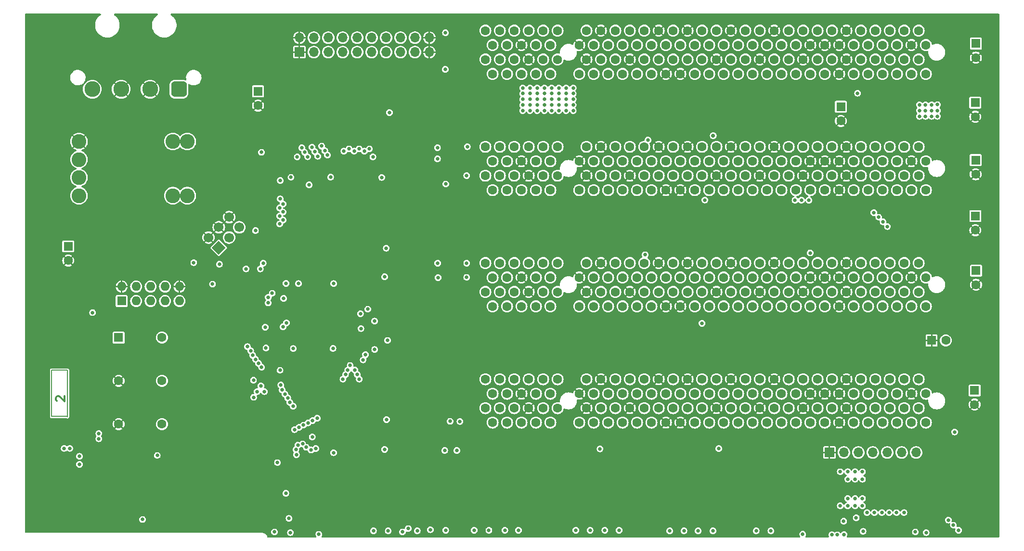
<source format=gbr>
%TF.GenerationSoftware,KiCad,Pcbnew,7.0.6-0*%
%TF.CreationDate,2023-08-26T23:16:55+02:00*%
%TF.ProjectId,Prometheus,50726f6d-6574-4686-9575-732e6b696361,rev?*%
%TF.SameCoordinates,Original*%
%TF.FileFunction,Copper,L2,Inr*%
%TF.FilePolarity,Positive*%
%FSLAX46Y46*%
G04 Gerber Fmt 4.6, Leading zero omitted, Abs format (unit mm)*
G04 Created by KiCad (PCBNEW 7.0.6-0) date 2023-08-26 23:16:55*
%MOMM*%
%LPD*%
G01*
G04 APERTURE LIST*
G04 Aperture macros list*
%AMRoundRect*
0 Rectangle with rounded corners*
0 $1 Rounding radius*
0 $2 $3 $4 $5 $6 $7 $8 $9 X,Y pos of 4 corners*
0 Add a 4 corners polygon primitive as box body*
4,1,4,$2,$3,$4,$5,$6,$7,$8,$9,$2,$3,0*
0 Add four circle primitives for the rounded corners*
1,1,$1+$1,$2,$3*
1,1,$1+$1,$4,$5*
1,1,$1+$1,$6,$7*
1,1,$1+$1,$8,$9*
0 Add four rect primitives between the rounded corners*
20,1,$1+$1,$2,$3,$4,$5,0*
20,1,$1+$1,$4,$5,$6,$7,0*
20,1,$1+$1,$6,$7,$8,$9,0*
20,1,$1+$1,$8,$9,$2,$3,0*%
%AMHorizOval*
0 Thick line with rounded ends*
0 $1 width*
0 $2 $3 position (X,Y) of the first rounded end (center of the circle)*
0 $4 $5 position (X,Y) of the second rounded end (center of the circle)*
0 Add line between two ends*
20,1,$1,$2,$3,$4,$5,0*
0 Add two circle primitives to create the rounded ends*
1,1,$1,$2,$3*
1,1,$1,$4,$5*%
%AMRotRect*
0 Rectangle, with rotation*
0 The origin of the aperture is its center*
0 $1 length*
0 $2 width*
0 $3 Rotation angle, in degrees counterclockwise*
0 Add horizontal line*
21,1,$1,$2,0,0,$3*%
G04 Aperture macros list end*
%ADD10C,0.300000*%
%TA.AperFunction,NonConductor*%
%ADD11C,0.300000*%
%TD*%
%TA.AperFunction,ComponentPad*%
%ADD12RoundRect,0.695000X-0.695000X-0.695000X0.695000X-0.695000X0.695000X0.695000X-0.695000X0.695000X0*%
%TD*%
%TA.AperFunction,ComponentPad*%
%ADD13C,2.780000*%
%TD*%
%TA.AperFunction,ComponentPad*%
%ADD14C,2.600000*%
%TD*%
%TA.AperFunction,ComponentPad*%
%ADD15R,1.600000X1.600000*%
%TD*%
%TA.AperFunction,ComponentPad*%
%ADD16C,1.600000*%
%TD*%
%TA.AperFunction,ComponentPad*%
%ADD17R,1.700000X1.700000*%
%TD*%
%TA.AperFunction,ComponentPad*%
%ADD18O,1.700000X1.700000*%
%TD*%
%TA.AperFunction,ComponentPad*%
%ADD19RotRect,1.700000X1.700000X135.000000*%
%TD*%
%TA.AperFunction,ComponentPad*%
%ADD20HorizOval,1.700000X0.000000X0.000000X0.000000X0.000000X0*%
%TD*%
%TA.AperFunction,ComponentPad*%
%ADD21O,1.600000X1.600000*%
%TD*%
%TA.AperFunction,ViaPad*%
%ADD22C,0.670000*%
%TD*%
%TA.AperFunction,ViaPad*%
%ADD23C,0.656400*%
%TD*%
%TA.AperFunction,ViaPad*%
%ADD24C,0.711200*%
%TD*%
%TA.AperFunction,Conductor*%
%ADD25C,0.152400*%
%TD*%
G04 APERTURE END LIST*
D10*
D11*
X75074485Y-88836517D02*
X75003057Y-88765089D01*
X75003057Y-88765089D02*
X74931628Y-88622232D01*
X74931628Y-88622232D02*
X74931628Y-88265089D01*
X74931628Y-88265089D02*
X75003057Y-88122232D01*
X75003057Y-88122232D02*
X75074485Y-88050803D01*
X75074485Y-88050803D02*
X75217342Y-87979374D01*
X75217342Y-87979374D02*
X75360200Y-87979374D01*
X75360200Y-87979374D02*
X75574485Y-88050803D01*
X75574485Y-88050803D02*
X76431628Y-88907946D01*
X76431628Y-88907946D02*
X76431628Y-87979374D01*
D12*
%TO.N,+12V*%
%TO.C,CON300*%
X96554414Y-33977279D03*
D13*
%TO.N,GNDD*%
X91474414Y-33977279D03*
X86405514Y-33981379D03*
%TO.N,+5V*%
X81325314Y-33981379D03*
%TD*%
D14*
%TO.N,GNDD*%
%TO.C,VR300*%
X78986900Y-43175100D03*
%TO.N,+12V*%
X78986900Y-46350100D03*
X78986900Y-49525100D03*
%TO.N,unconnected-(VR300-~{INHIBIT}-Pad4)*%
X78986900Y-52700100D03*
%TO.N,Net-(VR300-VADJ)*%
X95496900Y-52700100D03*
X98036900Y-52700100D03*
%TO.N,+3V3*%
X95496900Y-43175100D03*
X98036900Y-43175100D03*
%TD*%
D15*
%TO.N,+5V*%
%TO.C,C303*%
X236499300Y-86962200D03*
D16*
%TO.N,GNDD*%
X236499300Y-89462200D03*
%TD*%
D15*
%TO.N,+12V*%
%TO.C,C308*%
X77101200Y-61622800D03*
D16*
%TO.N,GNDD*%
X77101200Y-64122800D03*
%TD*%
D15*
%TO.N,unconnected-(Q201/Q202-Tri-State-Pad1)*%
%TO.C,Q201/Q202*%
X85961596Y-77656975D03*
D16*
%TO.N,GNDD*%
X85961596Y-85276975D03*
X85961596Y-92896975D03*
%TO.N,SYSCLK_OSC*%
X93581596Y-92896975D03*
X93581596Y-85276975D03*
%TO.N,VPP*%
X93581596Y-77656975D03*
%TD*%
%TO.N,P-TRST*%
%TO.C,X303*%
X227926400Y-31280600D03*
%TO.N,+12V*%
X226656400Y-28740600D03*
%TO.N,P-TMS*%
X225386400Y-31280600D03*
%TO.N,P-TDI*%
X224116400Y-28740600D03*
%TO.N,+5V*%
X222846400Y-31280600D03*
%TO.N,~{P-INTA}*%
X221576400Y-28740600D03*
%TO.N,~{P-INTC}*%
X220306400Y-31280600D03*
%TO.N,+5V*%
X219036400Y-28740600D03*
%TO.N,unconnected-(X303-RESERVED-PadA9)*%
X217766400Y-31280600D03*
%TO.N,+5V*%
X216496400Y-28740600D03*
%TO.N,unconnected-(X303-RESERVED-PadA11)*%
X215226400Y-31280600D03*
%TO.N,GNDD*%
X213956400Y-28740600D03*
X212686400Y-31280600D03*
%TO.N,unconnected-(X303-RESERVED-PadA14)*%
X211416400Y-28740600D03*
%TO.N,~{P-RST}*%
X210146400Y-31280600D03*
%TO.N,+5V*%
X208876400Y-28740600D03*
%TO.N,~{P-GNT3}*%
X207606400Y-31280600D03*
%TO.N,GNDD*%
X206336400Y-28740600D03*
%TO.N,unconnected-(X303-RESERVED-PadA19)*%
X205066400Y-31280600D03*
%TO.N,P-AD30*%
X203796400Y-28740600D03*
%TO.N,+3V3*%
X202526400Y-31280600D03*
%TO.N,P-AD28*%
X201256400Y-28740600D03*
%TO.N,P-AD26*%
X199986400Y-31280600D03*
%TO.N,GNDD*%
X198716400Y-28740600D03*
%TO.N,P-AD24*%
X197446400Y-31280600D03*
%TO.N,P-AD19*%
X196176400Y-28740600D03*
%TO.N,+3V3*%
X194906400Y-31280600D03*
%TO.N,P-AD22*%
X193636400Y-28740600D03*
%TO.N,P-AD20*%
X192366400Y-31280600D03*
%TO.N,GNDD*%
X191096400Y-28740600D03*
%TO.N,P-AD18*%
X189826400Y-31280600D03*
%TO.N,P-AD16*%
X188556400Y-28740600D03*
%TO.N,+3V3*%
X187286400Y-31280600D03*
%TO.N,~{P-FRAME}*%
X186016400Y-28740600D03*
%TO.N,GNDD*%
X184746400Y-31280600D03*
%TO.N,~{P-TRDY}*%
X183476400Y-28740600D03*
%TO.N,GNDD*%
X182206400Y-31280600D03*
%TO.N,~{P-STOP}*%
X180936400Y-28740600D03*
%TO.N,+3V3*%
X179666400Y-31280600D03*
%TO.N,SDONE*%
X178396400Y-28740600D03*
%TO.N,~{SBO}*%
X177126400Y-31280600D03*
%TO.N,GNDD*%
X175856400Y-28740600D03*
%TO.N,P-PAR*%
X174586400Y-31280600D03*
%TO.N,P-AD15*%
X173316400Y-28740600D03*
%TO.N,+3V3*%
X172046400Y-31280600D03*
%TO.N,P-AD13*%
X170776400Y-28740600D03*
%TO.N,P-AD11*%
X169506400Y-31280600D03*
%TO.N,GNDD*%
X168236400Y-28740600D03*
%TO.N,P-AD9*%
X166966400Y-31280600D03*
%TO.N,~{P-CBE0}*%
X163156400Y-28740600D03*
%TO.N,+3V3*%
X161886400Y-31280600D03*
%TO.N,P-AD6*%
X160616400Y-28740600D03*
%TO.N,P-AD4*%
X159346400Y-31280600D03*
%TO.N,GNDD*%
X158076400Y-28740600D03*
%TO.N,P-AD2*%
X156806400Y-31280600D03*
%TO.N,P-AD0*%
X155536400Y-28740600D03*
%TO.N,+5V*%
X154266400Y-31280600D03*
%TO.N,Net-(X303-REQ64#)*%
X152996400Y-28740600D03*
%TO.N,+5V*%
X151726400Y-31280600D03*
X150456400Y-28740600D03*
%TO.N,-12V*%
X227926400Y-26200600D03*
%TO.N,P-TCK*%
X226656400Y-23660600D03*
%TO.N,GNDD*%
X225386400Y-26200600D03*
%TO.N,P-TD1*%
X224116400Y-23660600D03*
%TO.N,+5V*%
X222846400Y-26200600D03*
X221576400Y-23660600D03*
%TO.N,~{P-INTB}*%
X220306400Y-26200600D03*
%TO.N,~{P-INTD}*%
X219036400Y-23660600D03*
%TO.N,unconnected-(X303-PRSNT1#-PadB9)*%
X217766400Y-26200600D03*
%TO.N,unconnected-(X303-RESERVED-PadB10)*%
X216496400Y-23660600D03*
%TO.N,unconnected-(X303-PRSNT2#-PadB11)*%
X215226400Y-26200600D03*
%TO.N,GNDD*%
X213956400Y-23660600D03*
X212686400Y-26200600D03*
%TO.N,unconnected-(X303-RESERVED-PadB14)*%
X211416400Y-23660600D03*
%TO.N,GNDD*%
X210146400Y-26200600D03*
%TO.N,P-CLK3*%
X208876400Y-23660600D03*
%TO.N,GNDD*%
X207606400Y-26200600D03*
%TO.N,~{P-REQ3}*%
X206336400Y-23660600D03*
%TO.N,+5V*%
X205066400Y-26200600D03*
%TO.N,P-AD31*%
X203796400Y-23660600D03*
%TO.N,P-AD29*%
X202526400Y-26200600D03*
%TO.N,GNDD*%
X201256400Y-23660600D03*
%TO.N,P-AD27*%
X199986400Y-26200600D03*
%TO.N,P-AD25*%
X198716400Y-23660600D03*
%TO.N,+3V3*%
X197446400Y-26200600D03*
%TO.N,~{P-CBE3}*%
X196176400Y-23660600D03*
%TO.N,P-AD23*%
X194906400Y-26200600D03*
%TO.N,GNDD*%
X193636400Y-23660600D03*
%TO.N,P-AD21*%
X192366400Y-26200600D03*
%TO.N,P-AD19*%
X191096400Y-23660600D03*
%TO.N,+3V3*%
X189826400Y-26200600D03*
%TO.N,P-AD17*%
X188556400Y-23660600D03*
%TO.N,~{P-CBE2}*%
X187286400Y-26200600D03*
%TO.N,GNDD*%
X186016400Y-23660600D03*
%TO.N,~{P-IRDY}*%
X184746400Y-26200600D03*
%TO.N,+3V3*%
X183476400Y-23660600D03*
%TO.N,~{P-DEVSEL}*%
X182206400Y-26200600D03*
%TO.N,GNDD*%
X180936400Y-23660600D03*
%TO.N,~{P-LOCK}*%
X179666400Y-26200600D03*
%TO.N,~{P-PERR}*%
X178396400Y-23660600D03*
%TO.N,+3V3*%
X177126400Y-26200600D03*
%TO.N,~{P-SERR}*%
X175856400Y-23660600D03*
%TO.N,+3V3*%
X174586400Y-26200600D03*
%TO.N,~{P-CBE1}*%
X173316400Y-23660600D03*
%TO.N,P-AD14*%
X172046400Y-26200600D03*
%TO.N,GNDD*%
X170776400Y-23660600D03*
%TO.N,P-AD12*%
X169506400Y-26200600D03*
%TO.N,P-AD10*%
X168236400Y-23660600D03*
%TO.N,GNDD*%
X166966400Y-26200600D03*
%TO.N,P-AD8*%
X163156400Y-23660600D03*
%TO.N,P-AD7*%
X161886400Y-26200600D03*
%TO.N,+3V3*%
X160616400Y-23660600D03*
%TO.N,P-AD5*%
X159346400Y-26200600D03*
%TO.N,P-AD3*%
X158076400Y-23660600D03*
%TO.N,GNDD*%
X156806400Y-26200600D03*
%TO.N,P-AD1*%
X155536400Y-23660600D03*
%TO.N,+5V*%
X154266400Y-26200600D03*
%TO.N,Net-(X303-ACK64#)*%
X152996400Y-23660600D03*
%TO.N,+5V*%
X151726400Y-26200600D03*
X150456400Y-23660600D03*
%TD*%
D15*
%TO.N,+3V3*%
%TO.C,C311*%
X110476800Y-34354000D03*
D16*
%TO.N,GNDD*%
X110476800Y-36854000D03*
%TD*%
D15*
%TO.N,+5V*%
%TO.C,C305*%
X236714800Y-25926400D03*
D16*
%TO.N,GNDD*%
X236714800Y-28426400D03*
%TD*%
D15*
%TO.N,+5V*%
%TO.C,C307*%
X236756151Y-65884042D03*
D16*
%TO.N,GNDD*%
X236756151Y-68384042D03*
%TD*%
%TO.N,P-TRST*%
%TO.C,X301*%
X227926400Y-72174600D03*
%TO.N,+12V*%
X226656400Y-69634600D03*
%TO.N,P-TMS*%
X225386400Y-72174600D03*
%TO.N,P-TD2*%
X224116400Y-69634600D03*
%TO.N,+5V*%
X222846400Y-72174600D03*
%TO.N,~{P-INTA}*%
X221576400Y-69634600D03*
%TO.N,~{P-INTC}*%
X220306400Y-72174600D03*
%TO.N,+5V*%
X219036400Y-69634600D03*
%TO.N,unconnected-(X301-RESERVED-PadA9)*%
X217766400Y-72174600D03*
%TO.N,+5V*%
X216496400Y-69634600D03*
%TO.N,unconnected-(X301-RESERVED-PadA11)*%
X215226400Y-72174600D03*
%TO.N,GNDD*%
X213956400Y-69634600D03*
X212686400Y-72174600D03*
%TO.N,unconnected-(X301-RESERVED-PadA14)*%
X211416400Y-69634600D03*
%TO.N,~{P-RST}*%
X210146400Y-72174600D03*
%TO.N,+5V*%
X208876400Y-69634600D03*
%TO.N,~{P-GNT1}*%
X207606400Y-72174600D03*
%TO.N,GNDD*%
X206336400Y-69634600D03*
%TO.N,unconnected-(X301-RESERVED-PadA19)*%
X205066400Y-72174600D03*
%TO.N,P-AD30*%
X203796400Y-69634600D03*
%TO.N,+3V3*%
X202526400Y-72174600D03*
%TO.N,P-AD28*%
X201256400Y-69634600D03*
%TO.N,P-AD26*%
X199986400Y-72174600D03*
%TO.N,GNDD*%
X198716400Y-69634600D03*
%TO.N,P-AD24*%
X197446400Y-72174600D03*
%TO.N,P-AD17*%
X196176400Y-69634600D03*
%TO.N,+3V3*%
X194906400Y-72174600D03*
%TO.N,P-AD22*%
X193636400Y-69634600D03*
%TO.N,P-AD20*%
X192366400Y-72174600D03*
%TO.N,GNDD*%
X191096400Y-69634600D03*
%TO.N,P-AD18*%
X189826400Y-72174600D03*
%TO.N,P-AD16*%
X188556400Y-69634600D03*
%TO.N,+3V3*%
X187286400Y-72174600D03*
%TO.N,~{P-FRAME}*%
X186016400Y-69634600D03*
%TO.N,GNDD*%
X184746400Y-72174600D03*
%TO.N,~{P-TRDY}*%
X183476400Y-69634600D03*
%TO.N,GNDD*%
X182206400Y-72174600D03*
%TO.N,~{P-STOP}*%
X180936400Y-69634600D03*
%TO.N,+3V3*%
X179666400Y-72174600D03*
%TO.N,SDONE*%
X178396400Y-69634600D03*
%TO.N,~{SBO}*%
X177126400Y-72174600D03*
%TO.N,GNDD*%
X175856400Y-69634600D03*
%TO.N,P-PAR*%
X174586400Y-72174600D03*
%TO.N,P-AD15*%
X173316400Y-69634600D03*
%TO.N,+3V3*%
X172046400Y-72174600D03*
%TO.N,P-AD13*%
X170776400Y-69634600D03*
%TO.N,P-AD11*%
X169506400Y-72174600D03*
%TO.N,GNDD*%
X168236400Y-69634600D03*
%TO.N,P-AD9*%
X166966400Y-72174600D03*
%TO.N,~{P-CBE0}*%
X163156400Y-69634600D03*
%TO.N,+3V3*%
X161886400Y-72174600D03*
%TO.N,P-AD6*%
X160616400Y-69634600D03*
%TO.N,P-AD4*%
X159346400Y-72174600D03*
%TO.N,GNDD*%
X158076400Y-69634600D03*
%TO.N,P-AD2*%
X156806400Y-72174600D03*
%TO.N,P-AD0*%
X155536400Y-69634600D03*
%TO.N,+5V*%
X154266400Y-72174600D03*
%TO.N,Net-(X301-REQ64#)*%
X152996400Y-69634600D03*
%TO.N,+5V*%
X151726400Y-72174600D03*
X150456400Y-69634600D03*
%TO.N,-12V*%
X227926400Y-67094600D03*
%TO.N,P-TCK*%
X226656400Y-64554600D03*
%TO.N,GNDD*%
X225386400Y-67094600D03*
%TO.N,P-TD3*%
X224116400Y-64554600D03*
%TO.N,+5V*%
X222846400Y-67094600D03*
X221576400Y-64554600D03*
%TO.N,~{P-INTB}*%
X220306400Y-67094600D03*
%TO.N,~{P-INTD}*%
X219036400Y-64554600D03*
%TO.N,unconnected-(X301-PRSNT1#-PadB9)*%
X217766400Y-67094600D03*
%TO.N,unconnected-(X301-RESERVED-PadB10)*%
X216496400Y-64554600D03*
%TO.N,unconnected-(X301-PRSNT2#-PadB11)*%
X215226400Y-67094600D03*
%TO.N,GNDD*%
X213956400Y-64554600D03*
X212686400Y-67094600D03*
%TO.N,unconnected-(X301-RESERVED-PadB14)*%
X211416400Y-64554600D03*
%TO.N,GNDD*%
X210146400Y-67094600D03*
%TO.N,P-CLK1*%
X208876400Y-64554600D03*
%TO.N,GNDD*%
X207606400Y-67094600D03*
%TO.N,~{P-REQ1}*%
X206336400Y-64554600D03*
%TO.N,+5V*%
X205066400Y-67094600D03*
%TO.N,P-AD31*%
X203796400Y-64554600D03*
%TO.N,P-AD29*%
X202526400Y-67094600D03*
%TO.N,GNDD*%
X201256400Y-64554600D03*
%TO.N,P-AD27*%
X199986400Y-67094600D03*
%TO.N,P-AD25*%
X198716400Y-64554600D03*
%TO.N,+3V3*%
X197446400Y-67094600D03*
%TO.N,~{P-CBE3}*%
X196176400Y-64554600D03*
%TO.N,P-AD23*%
X194906400Y-67094600D03*
%TO.N,GNDD*%
X193636400Y-64554600D03*
%TO.N,P-AD21*%
X192366400Y-67094600D03*
%TO.N,P-AD19*%
X191096400Y-64554600D03*
%TO.N,+3V3*%
X189826400Y-67094600D03*
%TO.N,P-AD17*%
X188556400Y-64554600D03*
%TO.N,~{P-CBE2}*%
X187286400Y-67094600D03*
%TO.N,GNDD*%
X186016400Y-64554600D03*
%TO.N,~{P-IRDY}*%
X184746400Y-67094600D03*
%TO.N,+3V3*%
X183476400Y-64554600D03*
%TO.N,~{P-DEVSEL}*%
X182206400Y-67094600D03*
%TO.N,GNDD*%
X180936400Y-64554600D03*
%TO.N,~{P-LOCK}*%
X179666400Y-67094600D03*
%TO.N,~{P-PERR}*%
X178396400Y-64554600D03*
%TO.N,+3V3*%
X177126400Y-67094600D03*
%TO.N,~{P-SERR}*%
X175856400Y-64554600D03*
%TO.N,+3V3*%
X174586400Y-67094600D03*
%TO.N,~{P-CBE1}*%
X173316400Y-64554600D03*
%TO.N,P-AD14*%
X172046400Y-67094600D03*
%TO.N,GNDD*%
X170776400Y-64554600D03*
%TO.N,P-AD12*%
X169506400Y-67094600D03*
%TO.N,P-AD10*%
X168236400Y-64554600D03*
%TO.N,GNDD*%
X166966400Y-67094600D03*
%TO.N,P-AD8*%
X163156400Y-64554600D03*
%TO.N,P-AD7*%
X161886400Y-67094600D03*
%TO.N,+3V3*%
X160616400Y-64554600D03*
%TO.N,P-AD5*%
X159346400Y-67094600D03*
%TO.N,P-AD3*%
X158076400Y-64554600D03*
%TO.N,GNDD*%
X156806400Y-67094600D03*
%TO.N,P-AD1*%
X155536400Y-64554600D03*
%TO.N,+5V*%
X154266400Y-67094600D03*
%TO.N,Net-(X301-ACK64#)*%
X152996400Y-64554600D03*
%TO.N,+5V*%
X151726400Y-67094600D03*
X150456400Y-64554600D03*
%TD*%
D15*
%TO.N,+5V*%
%TO.C,C300*%
X236687678Y-46450578D03*
D16*
%TO.N,GNDD*%
X236687678Y-48950578D03*
%TD*%
D17*
%TO.N,GNDD*%
%TO.C,SV2*%
X117741200Y-27445200D03*
D18*
X117741200Y-24905200D03*
%TO.N,DEBUG15*%
X120281200Y-27445200D03*
%TO.N,DEBUG14*%
X120281200Y-24905200D03*
%TO.N,DEBUG13*%
X122821200Y-27445200D03*
%TO.N,DEBUG12*%
X122821200Y-24905200D03*
%TO.N,DEBUG11*%
X125361200Y-27445200D03*
%TO.N,DEBUG10*%
X125361200Y-24905200D03*
%TO.N,DEBUG9*%
X127901200Y-27445200D03*
%TO.N,DEBUG8*%
X127901200Y-24905200D03*
%TO.N,DEBUG7*%
X130441200Y-27445200D03*
%TO.N,DEBUG6*%
X130441200Y-24905200D03*
%TO.N,DEBUG5*%
X132981200Y-27445200D03*
%TO.N,DEBUG4*%
X132981200Y-24905200D03*
%TO.N,DEBUG3*%
X135521200Y-27445200D03*
%TO.N,DEBUG2*%
X135521200Y-24905200D03*
%TO.N,DEBUG1*%
X138061200Y-27445200D03*
%TO.N,DEBUG0*%
X138061200Y-24905200D03*
%TO.N,GNDD*%
X140601200Y-27445200D03*
X140601200Y-24905200D03*
%TD*%
D16*
%TO.N,P-TRST*%
%TO.C,X300*%
X227926400Y-92621600D03*
%TO.N,+12V*%
X226656400Y-90081600D03*
%TO.N,P-TMS*%
X225386400Y-92621600D03*
%TO.N,P-TD3*%
X224116400Y-90081600D03*
%TO.N,+5V*%
X222846400Y-92621600D03*
%TO.N,~{P-INTA}*%
X221576400Y-90081600D03*
%TO.N,~{P-INTC}*%
X220306400Y-92621600D03*
%TO.N,+5V*%
X219036400Y-90081600D03*
%TO.N,unconnected-(X300-RESERVED-PadA9)*%
X217766400Y-92621600D03*
%TO.N,+5V*%
X216496400Y-90081600D03*
%TO.N,unconnected-(X300-RESERVED-PadA11)*%
X215226400Y-92621600D03*
%TO.N,GNDD*%
X213956400Y-90081600D03*
X212686400Y-92621600D03*
%TO.N,unconnected-(X300-RESERVED-PadA14)*%
X211416400Y-90081600D03*
%TO.N,~{P-RST}*%
X210146400Y-92621600D03*
%TO.N,+5V*%
X208876400Y-90081600D03*
%TO.N,~{P-GNT0}*%
X207606400Y-92621600D03*
%TO.N,GNDD*%
X206336400Y-90081600D03*
%TO.N,unconnected-(X300-RESERVED-PadA19)*%
X205066400Y-92621600D03*
%TO.N,P-AD30*%
X203796400Y-90081600D03*
%TO.N,+3V3*%
X202526400Y-92621600D03*
%TO.N,P-AD28*%
X201256400Y-90081600D03*
%TO.N,P-AD26*%
X199986400Y-92621600D03*
%TO.N,GNDD*%
X198716400Y-90081600D03*
%TO.N,P-AD24*%
X197446400Y-92621600D03*
%TO.N,P-AD16*%
X196176400Y-90081600D03*
%TO.N,+3V3*%
X194906400Y-92621600D03*
%TO.N,P-AD22*%
X193636400Y-90081600D03*
%TO.N,P-AD20*%
X192366400Y-92621600D03*
%TO.N,GNDD*%
X191096400Y-90081600D03*
%TO.N,P-AD18*%
X189826400Y-92621600D03*
%TO.N,P-AD16*%
X188556400Y-90081600D03*
%TO.N,+3V3*%
X187286400Y-92621600D03*
%TO.N,~{P-FRAME}*%
X186016400Y-90081600D03*
%TO.N,GNDD*%
X184746400Y-92621600D03*
%TO.N,~{P-TRDY}*%
X183476400Y-90081600D03*
%TO.N,GNDD*%
X182206400Y-92621600D03*
%TO.N,~{P-STOP}*%
X180936400Y-90081600D03*
%TO.N,+3V3*%
X179666400Y-92621600D03*
%TO.N,SDONE*%
X178396400Y-90081600D03*
%TO.N,~{SBO}*%
X177126400Y-92621600D03*
%TO.N,GNDD*%
X175856400Y-90081600D03*
%TO.N,P-PAR*%
X174586400Y-92621600D03*
%TO.N,P-AD15*%
X173316400Y-90081600D03*
%TO.N,+3V3*%
X172046400Y-92621600D03*
%TO.N,P-AD13*%
X170776400Y-90081600D03*
%TO.N,P-AD11*%
X169506400Y-92621600D03*
%TO.N,GNDD*%
X168236400Y-90081600D03*
%TO.N,P-AD9*%
X166966400Y-92621600D03*
%TO.N,~{P-CBE0}*%
X163156400Y-90081600D03*
%TO.N,+3V3*%
X161886400Y-92621600D03*
%TO.N,P-AD6*%
X160616400Y-90081600D03*
%TO.N,P-AD4*%
X159346400Y-92621600D03*
%TO.N,GNDD*%
X158076400Y-90081600D03*
%TO.N,P-AD2*%
X156806400Y-92621600D03*
%TO.N,P-AD0*%
X155536400Y-90081600D03*
%TO.N,+5V*%
X154266400Y-92621600D03*
%TO.N,Net-(X300-REQ64#)*%
X152996400Y-90081600D03*
%TO.N,+5V*%
X151726400Y-92621600D03*
X150456400Y-90081600D03*
%TO.N,-12V*%
X227926400Y-87541600D03*
%TO.N,P-TCK*%
X226656400Y-85001600D03*
%TO.N,GNDD*%
X225386400Y-87541600D03*
%TO.N,P-TDO*%
X224116400Y-85001600D03*
%TO.N,+5V*%
X222846400Y-87541600D03*
X221576400Y-85001600D03*
%TO.N,~{P-INTB}*%
X220306400Y-87541600D03*
%TO.N,~{P-INTD}*%
X219036400Y-85001600D03*
%TO.N,unconnected-(X300-PRSNT1#-PadB9)*%
X217766400Y-87541600D03*
%TO.N,unconnected-(X300-RESERVED-PadB10)*%
X216496400Y-85001600D03*
%TO.N,unconnected-(X300-PRSNT2#-PadB11)*%
X215226400Y-87541600D03*
%TO.N,GNDD*%
X213956400Y-85001600D03*
X212686400Y-87541600D03*
%TO.N,unconnected-(X300-RESERVED-PadB14)*%
X211416400Y-85001600D03*
%TO.N,GNDD*%
X210146400Y-87541600D03*
%TO.N,P-CLK0*%
X208876400Y-85001600D03*
%TO.N,GNDD*%
X207606400Y-87541600D03*
%TO.N,~{P-REQ0}*%
X206336400Y-85001600D03*
%TO.N,+5V*%
X205066400Y-87541600D03*
%TO.N,P-AD31*%
X203796400Y-85001600D03*
%TO.N,P-AD29*%
X202526400Y-87541600D03*
%TO.N,GNDD*%
X201256400Y-85001600D03*
%TO.N,P-AD27*%
X199986400Y-87541600D03*
%TO.N,P-AD25*%
X198716400Y-85001600D03*
%TO.N,+3V3*%
X197446400Y-87541600D03*
%TO.N,~{P-CBE3}*%
X196176400Y-85001600D03*
%TO.N,P-AD23*%
X194906400Y-87541600D03*
%TO.N,GNDD*%
X193636400Y-85001600D03*
%TO.N,P-AD21*%
X192366400Y-87541600D03*
%TO.N,P-AD19*%
X191096400Y-85001600D03*
%TO.N,+3V3*%
X189826400Y-87541600D03*
%TO.N,P-AD17*%
X188556400Y-85001600D03*
%TO.N,~{P-CBE2}*%
X187286400Y-87541600D03*
%TO.N,GNDD*%
X186016400Y-85001600D03*
%TO.N,~{P-IRDY}*%
X184746400Y-87541600D03*
%TO.N,+3V3*%
X183476400Y-85001600D03*
%TO.N,~{P-DEVSEL}*%
X182206400Y-87541600D03*
%TO.N,GNDD*%
X180936400Y-85001600D03*
%TO.N,~{P-LOCK}*%
X179666400Y-87541600D03*
%TO.N,~{P-PERR}*%
X178396400Y-85001600D03*
%TO.N,+3V3*%
X177126400Y-87541600D03*
%TO.N,~{P-SERR}*%
X175856400Y-85001600D03*
%TO.N,+3V3*%
X174586400Y-87541600D03*
%TO.N,~{P-CBE1}*%
X173316400Y-85001600D03*
%TO.N,P-AD14*%
X172046400Y-87541600D03*
%TO.N,GNDD*%
X170776400Y-85001600D03*
%TO.N,P-AD12*%
X169506400Y-87541600D03*
%TO.N,P-AD10*%
X168236400Y-85001600D03*
%TO.N,GNDD*%
X166966400Y-87541600D03*
%TO.N,P-AD8*%
X163156400Y-85001600D03*
%TO.N,P-AD7*%
X161886400Y-87541600D03*
%TO.N,+3V3*%
X160616400Y-85001600D03*
%TO.N,P-AD5*%
X159346400Y-87541600D03*
%TO.N,P-AD3*%
X158076400Y-85001600D03*
%TO.N,GNDD*%
X156806400Y-87541600D03*
%TO.N,P-AD1*%
X155536400Y-85001600D03*
%TO.N,+5V*%
X154266400Y-87541600D03*
%TO.N,Net-(X300-ACK64#)*%
X152996400Y-85001600D03*
%TO.N,+5V*%
X151726400Y-87541600D03*
X150456400Y-85001600D03*
%TD*%
D15*
%TO.N,+12V*%
%TO.C,C302*%
X236625902Y-56288800D03*
D16*
%TO.N,GNDD*%
X236625902Y-58788800D03*
%TD*%
D15*
%TO.N,GNDD*%
%TO.C,C304*%
X228928421Y-78169669D03*
D16*
%TO.N,-12V*%
X231428421Y-78169669D03*
%TD*%
D19*
%TO.N,OPT2*%
%TO.C,SV3*%
X103575708Y-61865815D03*
D20*
%TO.N,GNDD*%
X101779657Y-60069764D03*
%TO.N,OPT1*%
X105371759Y-60069764D03*
%TO.N,GNDD*%
X103575708Y-58273713D03*
%TO.N,OPT0*%
X107167810Y-58273713D03*
%TO.N,GNDD*%
X105371759Y-56477661D03*
%TD*%
D15*
%TO.N,+12V*%
%TO.C,C306*%
X212984709Y-37058841D03*
D16*
%TO.N,GNDD*%
X212984709Y-39558841D03*
%TD*%
D15*
%TO.N,+12V*%
%TO.C,C301*%
X236613200Y-36324400D03*
D16*
%TO.N,GNDD*%
X236613200Y-38824400D03*
%TD*%
D15*
%TO.N,TCK*%
%TO.C,CON200*%
X86499200Y-71234800D03*
D21*
%TO.N,GNDD*%
X86499200Y-68694800D03*
%TO.N,TDO*%
X89039200Y-71234800D03*
%TO.N,VDD*%
X89039200Y-68694800D03*
%TO.N,TMS*%
X91579200Y-71234800D03*
%TO.N,VCC*%
X91579200Y-68694800D03*
%TO.N,unconnected-(CON200-Pin_7-Pad7)*%
X94119200Y-71234800D03*
%TO.N,VCC*%
X94119200Y-68694800D03*
%TO.N,TDI*%
X96659200Y-71234800D03*
%TO.N,GNDD*%
X96659200Y-68694800D03*
%TD*%
D16*
%TO.N,P-TRST*%
%TO.C,X302*%
X227926400Y-51726600D03*
%TO.N,+12V*%
X226656400Y-49186600D03*
%TO.N,P-TMS*%
X225386400Y-51726600D03*
%TO.N,P-TD1*%
X224116400Y-49186600D03*
%TO.N,+5V*%
X222846400Y-51726600D03*
%TO.N,~{P-INTA}*%
X221576400Y-49186600D03*
%TO.N,~{P-INTC}*%
X220306400Y-51726600D03*
%TO.N,+5V*%
X219036400Y-49186600D03*
%TO.N,unconnected-(X302-RESERVED-PadA9)*%
X217766400Y-51726600D03*
%TO.N,+5V*%
X216496400Y-49186600D03*
%TO.N,unconnected-(X302-RESERVED-PadA11)*%
X215226400Y-51726600D03*
%TO.N,GNDD*%
X213956400Y-49186600D03*
X212686400Y-51726600D03*
%TO.N,unconnected-(X302-RESERVED-PadA14)*%
X211416400Y-49186600D03*
%TO.N,~{P-RST}*%
X210146400Y-51726600D03*
%TO.N,+5V*%
X208876400Y-49186600D03*
%TO.N,~{P-GNT2}*%
X207606400Y-51726600D03*
%TO.N,GNDD*%
X206336400Y-49186600D03*
%TO.N,unconnected-(X302-RESERVED-PadA19)*%
X205066400Y-51726600D03*
%TO.N,P-AD30*%
X203796400Y-49186600D03*
%TO.N,+3V3*%
X202526400Y-51726600D03*
%TO.N,P-AD28*%
X201256400Y-49186600D03*
%TO.N,P-AD26*%
X199986400Y-51726600D03*
%TO.N,GNDD*%
X198716400Y-49186600D03*
%TO.N,P-AD24*%
X197446400Y-51726600D03*
%TO.N,P-AD18*%
X196176400Y-49186600D03*
%TO.N,+3V3*%
X194906400Y-51726600D03*
%TO.N,P-AD22*%
X193636400Y-49186600D03*
%TO.N,P-AD20*%
X192366400Y-51726600D03*
%TO.N,GNDD*%
X191096400Y-49186600D03*
%TO.N,P-AD18*%
X189826400Y-51726600D03*
%TO.N,P-AD16*%
X188556400Y-49186600D03*
%TO.N,+3V3*%
X187286400Y-51726600D03*
%TO.N,~{P-FRAME}*%
X186016400Y-49186600D03*
%TO.N,GNDD*%
X184746400Y-51726600D03*
%TO.N,~{P-TRDY}*%
X183476400Y-49186600D03*
%TO.N,GNDD*%
X182206400Y-51726600D03*
%TO.N,~{P-STOP}*%
X180936400Y-49186600D03*
%TO.N,+3V3*%
X179666400Y-51726600D03*
%TO.N,SDONE*%
X178396400Y-49186600D03*
%TO.N,~{SBO}*%
X177126400Y-51726600D03*
%TO.N,GNDD*%
X175856400Y-49186600D03*
%TO.N,P-PAR*%
X174586400Y-51726600D03*
%TO.N,P-AD15*%
X173316400Y-49186600D03*
%TO.N,+3V3*%
X172046400Y-51726600D03*
%TO.N,P-AD13*%
X170776400Y-49186600D03*
%TO.N,P-AD11*%
X169506400Y-51726600D03*
%TO.N,GNDD*%
X168236400Y-49186600D03*
%TO.N,P-AD9*%
X166966400Y-51726600D03*
%TO.N,~{P-CBE0}*%
X163156400Y-49186600D03*
%TO.N,+3V3*%
X161886400Y-51726600D03*
%TO.N,P-AD6*%
X160616400Y-49186600D03*
%TO.N,P-AD4*%
X159346400Y-51726600D03*
%TO.N,GNDD*%
X158076400Y-49186600D03*
%TO.N,P-AD2*%
X156806400Y-51726600D03*
%TO.N,P-AD0*%
X155536400Y-49186600D03*
%TO.N,+5V*%
X154266400Y-51726600D03*
%TO.N,Net-(X302-REQ64#)*%
X152996400Y-49186600D03*
%TO.N,+5V*%
X151726400Y-51726600D03*
X150456400Y-49186600D03*
%TO.N,-12V*%
X227926400Y-46646600D03*
%TO.N,P-TCK*%
X226656400Y-44106600D03*
%TO.N,GNDD*%
X225386400Y-46646600D03*
%TO.N,P-TD2*%
X224116400Y-44106600D03*
%TO.N,+5V*%
X222846400Y-46646600D03*
X221576400Y-44106600D03*
%TO.N,~{P-INTB}*%
X220306400Y-46646600D03*
%TO.N,~{P-INTD}*%
X219036400Y-44106600D03*
%TO.N,unconnected-(X302-PRSNT1#-PadB9)*%
X217766400Y-46646600D03*
%TO.N,unconnected-(X302-RESERVED-PadB10)*%
X216496400Y-44106600D03*
%TO.N,unconnected-(X302-PRSNT2#-PadB11)*%
X215226400Y-46646600D03*
%TO.N,GNDD*%
X213956400Y-44106600D03*
X212686400Y-46646600D03*
%TO.N,unconnected-(X302-RESERVED-PadB14)*%
X211416400Y-44106600D03*
%TO.N,GNDD*%
X210146400Y-46646600D03*
%TO.N,P-CLK2*%
X208876400Y-44106600D03*
%TO.N,GNDD*%
X207606400Y-46646600D03*
%TO.N,~{P-REQ2}*%
X206336400Y-44106600D03*
%TO.N,+5V*%
X205066400Y-46646600D03*
%TO.N,P-AD31*%
X203796400Y-44106600D03*
%TO.N,P-AD29*%
X202526400Y-46646600D03*
%TO.N,GNDD*%
X201256400Y-44106600D03*
%TO.N,P-AD27*%
X199986400Y-46646600D03*
%TO.N,P-AD25*%
X198716400Y-44106600D03*
%TO.N,+3V3*%
X197446400Y-46646600D03*
%TO.N,~{P-CBE3}*%
X196176400Y-44106600D03*
%TO.N,P-AD23*%
X194906400Y-46646600D03*
%TO.N,GNDD*%
X193636400Y-44106600D03*
%TO.N,P-AD21*%
X192366400Y-46646600D03*
%TO.N,P-AD19*%
X191096400Y-44106600D03*
%TO.N,+3V3*%
X189826400Y-46646600D03*
%TO.N,P-AD17*%
X188556400Y-44106600D03*
%TO.N,~{P-CBE2}*%
X187286400Y-46646600D03*
%TO.N,GNDD*%
X186016400Y-44106600D03*
%TO.N,~{P-IRDY}*%
X184746400Y-46646600D03*
%TO.N,+3V3*%
X183476400Y-44106600D03*
%TO.N,~{P-DEVSEL}*%
X182206400Y-46646600D03*
%TO.N,GNDD*%
X180936400Y-44106600D03*
%TO.N,~{P-LOCK}*%
X179666400Y-46646600D03*
%TO.N,~{P-PERR}*%
X178396400Y-44106600D03*
%TO.N,+3V3*%
X177126400Y-46646600D03*
%TO.N,~{P-SERR}*%
X175856400Y-44106600D03*
%TO.N,+3V3*%
X174586400Y-46646600D03*
%TO.N,~{P-CBE1}*%
X173316400Y-44106600D03*
%TO.N,P-AD14*%
X172046400Y-46646600D03*
%TO.N,GNDD*%
X170776400Y-44106600D03*
%TO.N,P-AD12*%
X169506400Y-46646600D03*
%TO.N,P-AD10*%
X168236400Y-44106600D03*
%TO.N,GNDD*%
X166966400Y-46646600D03*
%TO.N,P-AD8*%
X163156400Y-44106600D03*
%TO.N,P-AD7*%
X161886400Y-46646600D03*
%TO.N,+3V3*%
X160616400Y-44106600D03*
%TO.N,P-AD5*%
X159346400Y-46646600D03*
%TO.N,P-AD3*%
X158076400Y-44106600D03*
%TO.N,GNDD*%
X156806400Y-46646600D03*
%TO.N,P-AD1*%
X155536400Y-44106600D03*
%TO.N,+5V*%
X154266400Y-46646600D03*
%TO.N,Net-(X302-ACK64#)*%
X152996400Y-44106600D03*
%TO.N,+5V*%
X151726400Y-46646600D03*
X150456400Y-44106600D03*
%TD*%
D17*
%TO.N,GNDD*%
%TO.C,SV1*%
X210959200Y-97878724D03*
D18*
%TO.N,P-TDI*%
X213499200Y-97878724D03*
%TO.N,P-TDO*%
X216039200Y-97878724D03*
%TO.N,P-TCK*%
X218579200Y-97878724D03*
%TO.N,P-TMS*%
X221119200Y-97878724D03*
%TO.N,P-TRST*%
X223659200Y-97878724D03*
%TO.N,+5V*%
X226199200Y-97878724D03*
%TD*%
D22*
%TO.N,+12V*%
X229958400Y-37722600D03*
X229958400Y-36690800D03*
X228942400Y-37722600D03*
X227863400Y-36706600D03*
X226783400Y-37722600D03*
X226783400Y-36706600D03*
X228942400Y-36706600D03*
X226783400Y-38738600D03*
X228942400Y-38738600D03*
X227863400Y-37722600D03*
X229958400Y-38738600D03*
X227863400Y-38738600D03*
%TO.N,+5V*%
X170624000Y-97244400D03*
X142023596Y-44260000D03*
X191502800Y-97193600D03*
X145427200Y-97549200D03*
X142074408Y-64580000D03*
X143446000Y-24041600D03*
X143496800Y-50660796D03*
X142023600Y-46241200D03*
X215912200Y-34684200D03*
X143301596Y-97541202D03*
X142125204Y-67120000D03*
X143395200Y-30493202D03*
%TO.N,-12V*%
X216873400Y-111775600D03*
X232973400Y-94275600D03*
%TO.N,DEBUG5*%
X125573400Y-44875600D03*
%TO.N,DEBUG4*%
X126473400Y-44475600D03*
%TO.N,DEBUG3*%
X127373400Y-44875600D03*
%TO.N,DEBUG2*%
X128273400Y-44475600D03*
%TO.N,DEBUG1*%
X129173400Y-44875600D03*
%TO.N,DEBUG0*%
X130073400Y-44475600D03*
%TO.N,DEBUG6*%
X122673400Y-45575600D03*
%TO.N,DEBUG7*%
X122207000Y-44772591D03*
%TO.N,DEBUG8*%
X121662200Y-43975600D03*
%TO.N,DEBUG9*%
X120984600Y-45775600D03*
%TO.N,DEBUG10*%
X120476735Y-44975060D03*
%TO.N,DEBUG11*%
X119962200Y-44175600D03*
%TO.N,DEBUG12*%
X119198785Y-45852073D03*
%TO.N,DEBUG13*%
X118662200Y-45075600D03*
%TO.N,DEBUG14*%
X118162200Y-44275600D03*
%TO.N,DEBUG15*%
X117373400Y-45875600D03*
%TO.N,VCC*%
X231873400Y-109775600D03*
D23*
X79073400Y-98575600D03*
X79073400Y-99975600D03*
D22*
X232773400Y-110675600D03*
X113373400Y-111875600D03*
X233673400Y-111575600D03*
%TO.N,~{SLAVEN}*%
X130973400Y-74775600D03*
X227973400Y-111975600D03*
X130991154Y-79778968D03*
%TO.N,~{CFGOUT}*%
X226073400Y-111875600D03*
X128573400Y-76075600D03*
X128284600Y-84975600D03*
%TO.N,~{INT2}*%
X215673400Y-109375600D03*
%TO.N,~{INT6}*%
X213473400Y-109975600D03*
X213533884Y-112315116D03*
%TO.N,SA5*%
X127902800Y-84175600D03*
X212373400Y-112375600D03*
X114873400Y-54175600D03*
%TO.N,SA6*%
X211373400Y-112375600D03*
X114273400Y-54875600D03*
X127496400Y-83375600D03*
%TO.N,SA4*%
X126673400Y-82575600D03*
X114873400Y-55575600D03*
%TO.N,SA3*%
X114273400Y-56275600D03*
X126262200Y-83375600D03*
%TO.N,SA7*%
X114273400Y-57675600D03*
X125410400Y-84975600D03*
%TO.N,SA2*%
X125862200Y-84175600D03*
X114873400Y-56975600D03*
X206273400Y-112275600D03*
%TO.N,FC0*%
X200673400Y-111675600D03*
%TO.N,FC1*%
X198073400Y-111675600D03*
%TO.N,AD13*%
X190473400Y-111675600D03*
%TO.N,AD14*%
X187873400Y-111675600D03*
%TO.N,AD15*%
X185373400Y-111675600D03*
%TO.N,AD16*%
X182873400Y-111675600D03*
%TO.N,AD17*%
X120873400Y-91875600D03*
%TO.N,~{DS0}*%
X120073400Y-92264400D03*
%TO.N,AD18*%
X173973400Y-111575600D03*
X119273400Y-92670800D03*
%TO.N,AD19*%
X171473400Y-111575600D03*
X118473400Y-93075600D03*
%TO.N,AD20*%
X117673400Y-93475600D03*
X168873400Y-111575600D03*
%TO.N,AD22*%
X116873400Y-93864400D03*
%TO.N,AD21*%
X166373400Y-111575600D03*
X120005584Y-95143416D03*
%TO.N,AD23*%
X120627273Y-97203127D03*
%TO.N,AD31*%
X119783572Y-97441260D03*
%TO.N,AD30*%
X118973400Y-96975600D03*
%TO.N,~{DTACK}*%
X118313572Y-96377655D03*
X156273400Y-111575600D03*
%TO.N,AD29*%
X117468598Y-96584834D03*
%TO.N,READ*%
X153873400Y-111575600D03*
X117137031Y-97389177D03*
%TO.N,AD28*%
X116641751Y-89759367D03*
%TO.N,~{DS2}*%
X116082905Y-89092587D03*
X151073400Y-111575600D03*
%TO.N,AD27*%
X115695190Y-88313753D03*
%TO.N,~{DS3}*%
X148473400Y-111575600D03*
X115191009Y-87604735D03*
%TO.N,SD0*%
X114694381Y-86863255D03*
%TO.N,AD26*%
X114490000Y-86017600D03*
X143473400Y-111575600D03*
%TO.N,SD1*%
X111584600Y-87175600D03*
%TO.N,AD25*%
X140773400Y-111475600D03*
X110973400Y-86175600D03*
%TO.N,SD2*%
X110322800Y-87175600D03*
%TO.N,AD24*%
X138473400Y-111675600D03*
X109711600Y-88175600D03*
D23*
%TO.N,SD3*%
X115373400Y-105075600D03*
D22*
X136873400Y-111275600D03*
X109673400Y-85175600D03*
%TO.N,SD7*%
X111106705Y-82893572D03*
X135873400Y-111875600D03*
%TO.N,SD4*%
X110572491Y-82206899D03*
%TO.N,SD6*%
X110019600Y-81496400D03*
X133373400Y-111675600D03*
%TO.N,SD5*%
X130773400Y-111675600D03*
X109511600Y-80785200D03*
%TO.N,SENSEZ3*%
X109173400Y-79975600D03*
%TO.N,DOE*%
X108584600Y-79264084D03*
%TO.N,~{IORST}*%
X121173400Y-112286800D03*
X114873400Y-75775600D03*
D23*
%TO.N,~{FCS}*%
X115912400Y-109487200D03*
D22*
X115404400Y-68136000D03*
X102473400Y-68275600D03*
%TO.N,~{DS1}*%
X116173400Y-111976400D03*
X115473400Y-75075600D03*
%TO.N,MASTERCLK*%
X110873400Y-65575600D03*
X108373400Y-65575600D03*
%TO.N,TDI*%
X112273400Y-71575600D03*
%TO.N,TMS*%
X112273400Y-70575600D03*
X128973400Y-81575600D03*
X128484600Y-73475600D03*
%TO.N,TCK*%
X112973400Y-69875600D03*
X129773400Y-72675600D03*
X129373400Y-80675600D03*
%TO.N,SYSCLK*%
X111373400Y-64575600D03*
X103673400Y-64775600D03*
%TO.N,~{P-GNT0}*%
X207573400Y-62775600D03*
%TO.N,~{P-INTC}*%
X221173400Y-58128400D03*
%TO.N,~{P-INTD}*%
X220408000Y-57315600D03*
%TO.N,~{P-INTA}*%
X219646000Y-56502800D03*
%TO.N,~{P-INTB}*%
X218782400Y-55690002D03*
%TO.N,P-CLK3*%
X207350887Y-53504091D03*
%TO.N,~{P-GNT3}*%
X206031600Y-53505600D03*
%TO.N,~{P-REQ3}*%
X204914000Y-53505600D03*
%TO.N,TDO*%
X110019600Y-58839600D03*
X119468400Y-50813200D03*
%TO.N,+3V3*%
X164631200Y-33744400D03*
X163359600Y-37744400D03*
X160819600Y-35744400D03*
X160819600Y-36744400D03*
X162091200Y-36744400D03*
X162091200Y-34744400D03*
X159549600Y-36744400D03*
X157009600Y-35744400D03*
X159549600Y-37744400D03*
X164631200Y-36744400D03*
X157009600Y-34744400D03*
X164631200Y-35744400D03*
X165901200Y-35744400D03*
X165901200Y-37744400D03*
X162091200Y-37744400D03*
X158279600Y-37744400D03*
X160819600Y-37744400D03*
X160819600Y-33744400D03*
X165901200Y-33744400D03*
X162091200Y-35744400D03*
X164631200Y-34744400D03*
X158279600Y-35744400D03*
X163359600Y-35744400D03*
X158279600Y-36744400D03*
X159549600Y-34744400D03*
X130673400Y-45875600D03*
X162091200Y-33744400D03*
X163359600Y-36744400D03*
X160819600Y-34744400D03*
X159549600Y-33744400D03*
X157009600Y-36744400D03*
X158279600Y-34744400D03*
X159549600Y-35744400D03*
X163359600Y-34744400D03*
X157009600Y-33744400D03*
X164631200Y-37744400D03*
X157009600Y-37744400D03*
X165901200Y-34744400D03*
X163359600Y-33744400D03*
X165901200Y-36744400D03*
X133573400Y-38075600D03*
X158279600Y-33744400D03*
%TO.N,GNDD*%
X74373400Y-34275600D03*
X117944938Y-73424209D03*
X130085594Y-79616800D03*
X124073400Y-73475600D03*
X177786400Y-111563600D03*
X230009200Y-111824000D03*
X119773200Y-98311200D03*
X107673400Y-29275600D03*
X132273400Y-68175600D03*
X110398400Y-99725600D03*
X111338800Y-93975600D03*
X140398000Y-38875198D03*
X125292700Y-49423896D03*
X116173400Y-43875600D03*
X146873400Y-46275600D03*
X209773400Y-102075600D03*
X75973400Y-35775600D03*
X136748400Y-78225600D03*
X132973400Y-88875600D03*
X209773400Y-106475600D03*
X114773400Y-74275600D03*
X116073400Y-73875600D03*
X111338800Y-97575600D03*
X119773400Y-68175600D03*
X132973400Y-59775600D03*
X234873400Y-108275600D03*
X208266400Y-111790600D03*
X111473400Y-88900600D03*
X123323400Y-74025600D03*
X138748400Y-98025600D03*
X138748400Y-90125600D03*
X104273400Y-29275600D03*
X238746400Y-111690600D03*
X132066400Y-112036600D03*
X112973400Y-46175600D03*
X114573400Y-46775600D03*
X114921400Y-112017600D03*
X109198400Y-82225600D03*
X117813434Y-103935566D03*
X114448400Y-76875600D03*
X147306400Y-112155600D03*
X114373400Y-63875600D03*
X126986400Y-112036600D03*
X132981200Y-84899998D03*
X81373400Y-71675600D03*
X132973400Y-58775600D03*
X90147600Y-98412802D03*
X133073400Y-54375600D03*
X225473400Y-109375600D03*
X136373400Y-48075600D03*
X108673400Y-53775600D03*
X223506400Y-112244600D03*
X114337600Y-67272400D03*
X193026800Y-111824000D03*
X236206400Y-111690600D03*
X90073400Y-73975600D03*
X234873400Y-103975600D03*
X127298400Y-98275600D03*
X93573400Y-109765000D03*
X125973400Y-103575600D03*
X127573400Y-68175600D03*
X208273400Y-104275600D03*
X129526400Y-112036600D03*
X92239600Y-105270800D03*
X138773400Y-67775600D03*
X132873400Y-80650600D03*
X125208814Y-79616800D03*
X105973400Y-27775600D03*
X132973400Y-90075600D03*
X72673400Y-35775600D03*
X129773400Y-49375600D03*
X133198400Y-99775600D03*
X231126802Y-34404800D03*
X123673400Y-43875600D03*
X138467600Y-60414400D03*
X109398400Y-78525600D03*
X236273400Y-106175600D03*
X114373400Y-58775600D03*
X133073400Y-50175600D03*
X162546400Y-111563600D03*
D24*
%TO.N,P-AD17*%
X190528358Y-42136845D03*
D22*
X188557400Y-75158600D03*
X189065400Y-53468600D03*
%TO.N,Net-(X300-REQ64#)*%
X145986000Y-92418398D03*
%TO.N,Net-(X301-REQ64#)*%
X147173400Y-67075600D03*
%TO.N,Net-(X302-REQ64#)*%
X147173400Y-49175600D03*
%TO.N,Net-(X302-ACK64#)*%
X147273400Y-44075600D03*
%TO.N,Net-(X300-ACK64#)*%
X144244701Y-92404299D03*
%TO.N,Net-(X301-ACK64#)*%
X147173400Y-64575600D03*
%TO.N,VDD*%
X215473400Y-107275600D03*
X133073400Y-92100600D03*
X215473400Y-102575600D03*
X214173400Y-101275600D03*
X99173400Y-64475600D03*
X214173400Y-105975600D03*
X116273400Y-49475600D03*
X123773400Y-68175600D03*
X123659400Y-79591400D03*
X114337600Y-83426806D03*
X212873400Y-101275600D03*
X215473400Y-101275600D03*
X221473400Y-108475600D03*
X114973400Y-70775600D03*
X114388400Y-50051200D03*
X133248400Y-78175600D03*
X116682000Y-79609200D03*
X216773400Y-101275600D03*
X133032006Y-61938400D03*
X212873400Y-107275600D03*
X111745200Y-75844932D03*
X114373400Y-53275600D03*
X111073400Y-45075600D03*
X214173400Y-102575600D03*
X224073400Y-108475600D03*
X111873400Y-79500600D03*
X123227600Y-49441600D03*
X132727200Y-97346000D03*
X217573400Y-108475600D03*
D23*
X77373400Y-97175600D03*
D22*
X81373400Y-73275600D03*
X132219202Y-49492400D03*
X222773400Y-108475600D03*
X123762316Y-97928884D03*
X214173400Y-107275600D03*
X113898400Y-99675600D03*
X216773400Y-102575600D03*
X117573400Y-68175600D03*
X215473400Y-105975600D03*
X132727200Y-66967600D03*
X117220372Y-98276422D03*
X220173400Y-108475600D03*
X218873400Y-108475600D03*
D23*
X76373400Y-97175600D03*
D22*
X216773400Y-105975600D03*
X216773400Y-107275600D03*
%TO.N,VPP*%
X90173400Y-109675600D03*
X92747600Y-98412804D03*
D23*
X82473400Y-95475600D03*
X82473409Y-94539409D03*
D22*
%TO.N,SDONE*%
X178541789Y-63100416D03*
X179055200Y-42939204D03*
%TD*%
D25*
%TO.N,*%
X76935600Y-91559400D02*
X76935600Y-83426800D01*
X76931000Y-91554800D02*
X74192400Y-91554800D01*
X76919400Y-91575600D02*
X76919400Y-86174600D01*
X76919400Y-86174600D02*
X76935600Y-86158400D01*
X74192400Y-83426800D02*
X76935600Y-83426800D01*
X76935600Y-91559400D02*
X76919400Y-91575600D01*
X74192400Y-91554800D02*
X74192400Y-83426800D01*
%TD*%
%TA.AperFunction,Conductor*%
%TO.N,GNDD*%
G36*
X82790468Y-20704185D02*
G01*
X82836223Y-20756989D01*
X82846167Y-20826147D01*
X82817142Y-20889703D01*
X82794937Y-20909804D01*
X82616302Y-21035899D01*
X82616299Y-21035900D01*
X82616297Y-21035903D01*
X82616296Y-21035903D01*
X82400889Y-21237080D01*
X82214888Y-21465706D01*
X82214881Y-21465717D01*
X82061738Y-21717549D01*
X81944314Y-21987888D01*
X81864794Y-22271698D01*
X81864793Y-22271704D01*
X81824658Y-22563702D01*
X81824658Y-22858446D01*
X81861435Y-23126016D01*
X81864793Y-23150443D01*
X81864794Y-23150449D01*
X81944314Y-23434259D01*
X82061738Y-23704598D01*
X82214881Y-23956430D01*
X82214888Y-23956441D01*
X82400889Y-24185067D01*
X82400892Y-24185069D01*
X82400893Y-24185071D01*
X82419430Y-24202383D01*
X82616296Y-24386244D01*
X82616298Y-24386245D01*
X82616302Y-24386249D01*
X82857098Y-24556221D01*
X82857097Y-24556221D01*
X82857099Y-24556222D01*
X83118797Y-24691823D01*
X83148015Y-24702207D01*
X83367465Y-24780200D01*
X83396523Y-24790527D01*
X83685101Y-24850494D01*
X83905563Y-24865574D01*
X83905568Y-24865574D01*
X84052748Y-24865574D01*
X84052753Y-24865574D01*
X84273215Y-24850494D01*
X84561793Y-24790527D01*
X84839519Y-24691823D01*
X85101217Y-24556222D01*
X85342014Y-24386249D01*
X85557423Y-24185071D01*
X85743432Y-23956435D01*
X85896576Y-23704600D01*
X86014002Y-23434258D01*
X86093523Y-23150444D01*
X86133658Y-22858446D01*
X86133658Y-22563702D01*
X86093523Y-22271704D01*
X86014002Y-21987890D01*
X85991881Y-21936964D01*
X85896577Y-21717549D01*
X85753962Y-21483029D01*
X85743432Y-21465713D01*
X85743429Y-21465709D01*
X85743427Y-21465706D01*
X85557426Y-21237080D01*
X85342019Y-21035903D01*
X85342016Y-21035900D01*
X85342014Y-21035899D01*
X85163378Y-20909804D01*
X85119961Y-20855062D01*
X85113032Y-20785537D01*
X85144791Y-20723302D01*
X85205155Y-20688117D01*
X85234887Y-20684500D01*
X92749008Y-20684500D01*
X92816047Y-20704185D01*
X92861802Y-20756989D01*
X92871746Y-20826147D01*
X92842721Y-20889703D01*
X92820516Y-20909804D01*
X92617356Y-21053209D01*
X92617349Y-21053215D01*
X92401942Y-21254392D01*
X92215941Y-21483018D01*
X92215934Y-21483029D01*
X92062791Y-21734861D01*
X91945367Y-22005200D01*
X91865847Y-22289010D01*
X91865846Y-22289016D01*
X91828091Y-22563702D01*
X91825711Y-22581014D01*
X91825711Y-22875758D01*
X91863466Y-23150444D01*
X91865846Y-23167755D01*
X91865847Y-23167761D01*
X91945367Y-23451571D01*
X92062791Y-23721910D01*
X92215934Y-23973742D01*
X92215941Y-23973753D01*
X92401942Y-24202379D01*
X92401945Y-24202381D01*
X92401946Y-24202383D01*
X92449468Y-24246765D01*
X92617349Y-24403556D01*
X92617351Y-24403557D01*
X92617355Y-24403561D01*
X92858151Y-24573533D01*
X92858150Y-24573533D01*
X92858152Y-24573534D01*
X93119850Y-24709135D01*
X93119853Y-24709136D01*
X93319804Y-24780199D01*
X93397576Y-24807839D01*
X93686154Y-24867806D01*
X93906616Y-24882886D01*
X93906621Y-24882886D01*
X94053801Y-24882886D01*
X94053806Y-24882886D01*
X94274268Y-24867806D01*
X94562846Y-24807839D01*
X94640617Y-24780199D01*
X116648069Y-24780199D01*
X116648070Y-24780200D01*
X117256795Y-24780200D01*
X117241200Y-24833311D01*
X117241200Y-24977089D01*
X117256795Y-25030200D01*
X116648070Y-25030200D01*
X116655297Y-25108189D01*
X116655297Y-25108192D01*
X116711083Y-25304263D01*
X116711086Y-25304269D01*
X116801954Y-25486756D01*
X116924808Y-25649442D01*
X117075460Y-25786778D01*
X117248784Y-25894097D01*
X117438878Y-25967739D01*
X117616200Y-26000886D01*
X117616200Y-25392369D01*
X117705437Y-25405200D01*
X117776963Y-25405200D01*
X117866200Y-25392369D01*
X117866200Y-26000886D01*
X118043521Y-25967739D01*
X118233615Y-25894097D01*
X118406939Y-25786778D01*
X118557591Y-25649442D01*
X118680445Y-25486756D01*
X118771313Y-25304269D01*
X118771316Y-25304263D01*
X118827102Y-25108192D01*
X118827102Y-25108189D01*
X118834330Y-25030200D01*
X118225605Y-25030200D01*
X118241200Y-24977089D01*
X118241200Y-24905200D01*
X119175985Y-24905200D01*
X119194802Y-25108282D01*
X119250617Y-25304447D01*
X119250622Y-25304460D01*
X119341527Y-25487021D01*
X119464437Y-25649781D01*
X119615158Y-25787180D01*
X119615160Y-25787182D01*
X119670854Y-25821666D01*
X119788563Y-25894548D01*
X119978744Y-25968224D01*
X120179224Y-26005700D01*
X120179226Y-26005700D01*
X120383174Y-26005700D01*
X120383176Y-26005700D01*
X120583656Y-25968224D01*
X120773837Y-25894548D01*
X120947241Y-25787181D01*
X121080153Y-25666016D01*
X121097962Y-25649781D01*
X121124655Y-25614434D01*
X121220873Y-25487021D01*
X121311782Y-25304450D01*
X121367597Y-25108283D01*
X121386415Y-24905200D01*
X121715985Y-24905200D01*
X121734802Y-25108282D01*
X121790617Y-25304447D01*
X121790622Y-25304460D01*
X121881527Y-25487021D01*
X122004437Y-25649781D01*
X122155158Y-25787180D01*
X122155160Y-25787182D01*
X122210854Y-25821666D01*
X122328563Y-25894548D01*
X122518744Y-25968224D01*
X122719224Y-26005700D01*
X122719226Y-26005700D01*
X122923174Y-26005700D01*
X122923176Y-26005700D01*
X123123656Y-25968224D01*
X123313837Y-25894548D01*
X123487241Y-25787181D01*
X123620153Y-25666016D01*
X123637962Y-25649781D01*
X123664655Y-25614434D01*
X123760873Y-25487021D01*
X123851782Y-25304450D01*
X123907597Y-25108283D01*
X123926415Y-24905200D01*
X124255985Y-24905200D01*
X124274802Y-25108282D01*
X124330617Y-25304447D01*
X124330622Y-25304460D01*
X124421527Y-25487021D01*
X124544437Y-25649781D01*
X124695158Y-25787180D01*
X124695160Y-25787182D01*
X124750854Y-25821666D01*
X124868563Y-25894548D01*
X125058744Y-25968224D01*
X125259224Y-26005700D01*
X125259226Y-26005700D01*
X125463174Y-26005700D01*
X125463176Y-26005700D01*
X125663656Y-25968224D01*
X125853837Y-25894548D01*
X126027241Y-25787181D01*
X126160153Y-25666016D01*
X126177962Y-25649781D01*
X126204655Y-25614434D01*
X126300873Y-25487021D01*
X126391782Y-25304450D01*
X126447597Y-25108283D01*
X126466415Y-24905200D01*
X126795985Y-24905200D01*
X126814802Y-25108282D01*
X126870617Y-25304447D01*
X126870622Y-25304460D01*
X126961527Y-25487021D01*
X127084437Y-25649781D01*
X127235158Y-25787180D01*
X127235160Y-25787182D01*
X127290854Y-25821666D01*
X127408563Y-25894548D01*
X127598744Y-25968224D01*
X127799224Y-26005700D01*
X127799226Y-26005700D01*
X128003174Y-26005700D01*
X128003176Y-26005700D01*
X128203656Y-25968224D01*
X128393837Y-25894548D01*
X128567241Y-25787181D01*
X128700153Y-25666016D01*
X128717962Y-25649781D01*
X128744655Y-25614434D01*
X128840873Y-25487021D01*
X128931782Y-25304450D01*
X128987597Y-25108283D01*
X129006415Y-24905200D01*
X129335985Y-24905200D01*
X129354802Y-25108282D01*
X129410617Y-25304447D01*
X129410622Y-25304460D01*
X129501527Y-25487021D01*
X129624437Y-25649781D01*
X129775158Y-25787180D01*
X129775160Y-25787182D01*
X129830854Y-25821666D01*
X129948563Y-25894548D01*
X130138744Y-25968224D01*
X130339224Y-26005700D01*
X130339226Y-26005700D01*
X130543174Y-26005700D01*
X130543176Y-26005700D01*
X130743656Y-25968224D01*
X130933837Y-25894548D01*
X131107241Y-25787181D01*
X131240153Y-25666016D01*
X131257962Y-25649781D01*
X131284655Y-25614434D01*
X131380873Y-25487021D01*
X131471782Y-25304450D01*
X131527597Y-25108283D01*
X131546415Y-24905200D01*
X131875985Y-24905200D01*
X131894802Y-25108282D01*
X131950617Y-25304447D01*
X131950622Y-25304460D01*
X132041527Y-25487021D01*
X132164437Y-25649781D01*
X132315158Y-25787180D01*
X132315160Y-25787182D01*
X132370854Y-25821666D01*
X132488563Y-25894548D01*
X132678744Y-25968224D01*
X132879224Y-26005700D01*
X132879226Y-26005700D01*
X133083174Y-26005700D01*
X133083176Y-26005700D01*
X133283656Y-25968224D01*
X133473837Y-25894548D01*
X133647241Y-25787181D01*
X133780153Y-25666016D01*
X133797962Y-25649781D01*
X133824655Y-25614434D01*
X133920873Y-25487021D01*
X134011782Y-25304450D01*
X134067597Y-25108283D01*
X134086415Y-24905200D01*
X134415985Y-24905200D01*
X134434802Y-25108282D01*
X134490617Y-25304447D01*
X134490622Y-25304460D01*
X134581527Y-25487021D01*
X134704437Y-25649781D01*
X134855158Y-25787180D01*
X134855160Y-25787182D01*
X134910854Y-25821666D01*
X135028563Y-25894548D01*
X135218744Y-25968224D01*
X135419224Y-26005700D01*
X135419226Y-26005700D01*
X135623174Y-26005700D01*
X135623176Y-26005700D01*
X135823656Y-25968224D01*
X136013837Y-25894548D01*
X136187241Y-25787181D01*
X136320153Y-25666016D01*
X136337962Y-25649781D01*
X136364655Y-25614434D01*
X136460873Y-25487021D01*
X136551782Y-25304450D01*
X136607597Y-25108283D01*
X136626415Y-24905200D01*
X136955985Y-24905200D01*
X136974802Y-25108282D01*
X137030617Y-25304447D01*
X137030622Y-25304460D01*
X137121527Y-25487021D01*
X137244437Y-25649781D01*
X137395158Y-25787180D01*
X137395160Y-25787182D01*
X137450854Y-25821666D01*
X137568563Y-25894548D01*
X137758744Y-25968224D01*
X137959224Y-26005700D01*
X137959226Y-26005700D01*
X138163174Y-26005700D01*
X138163176Y-26005700D01*
X138363656Y-25968224D01*
X138553837Y-25894548D01*
X138727241Y-25787181D01*
X138860153Y-25666016D01*
X138877962Y-25649781D01*
X138904655Y-25614434D01*
X139000873Y-25487021D01*
X139091782Y-25304450D01*
X139147597Y-25108283D01*
X139166415Y-24905200D01*
X139154832Y-24780199D01*
X139508069Y-24780199D01*
X139508070Y-24780200D01*
X140116795Y-24780200D01*
X140101200Y-24833311D01*
X140101200Y-24977089D01*
X140116795Y-25030200D01*
X139508070Y-25030200D01*
X139515297Y-25108189D01*
X139515297Y-25108192D01*
X139571083Y-25304263D01*
X139571086Y-25304269D01*
X139661954Y-25486756D01*
X139784808Y-25649442D01*
X139935460Y-25786778D01*
X140108784Y-25894097D01*
X140298878Y-25967739D01*
X140476200Y-26000886D01*
X140476200Y-25392369D01*
X140565437Y-25405200D01*
X140636963Y-25405200D01*
X140726200Y-25392369D01*
X140726200Y-26000886D01*
X140903521Y-25967739D01*
X141093615Y-25894097D01*
X141266939Y-25786778D01*
X141417591Y-25649442D01*
X141540445Y-25486756D01*
X141631313Y-25304269D01*
X141631316Y-25304263D01*
X141687102Y-25108192D01*
X141687102Y-25108189D01*
X141694330Y-25030200D01*
X141085605Y-25030200D01*
X141101200Y-24977089D01*
X141101200Y-24833311D01*
X141085605Y-24780200D01*
X141694330Y-24780200D01*
X141694330Y-24780199D01*
X141687102Y-24702210D01*
X141687102Y-24702207D01*
X141631316Y-24506136D01*
X141631313Y-24506130D01*
X141540445Y-24323643D01*
X141417591Y-24160957D01*
X141286661Y-24041600D01*
X142855448Y-24041600D01*
X142872327Y-24169809D01*
X142875571Y-24194445D01*
X142875572Y-24194449D01*
X142929085Y-24323643D01*
X142934567Y-24336876D01*
X143028417Y-24459183D01*
X143150724Y-24553033D01*
X143293154Y-24612029D01*
X143428217Y-24629810D01*
X143445999Y-24632152D01*
X143446000Y-24632152D01*
X143446001Y-24632152D01*
X143461929Y-24630054D01*
X143598846Y-24612029D01*
X143741276Y-24553033D01*
X143863583Y-24459183D01*
X143957433Y-24336876D01*
X144016429Y-24194446D01*
X144036552Y-24041600D01*
X144016429Y-23888754D01*
X143957433Y-23746324D01*
X143891654Y-23660599D01*
X149400817Y-23660599D01*
X149421099Y-23866532D01*
X149421100Y-23866534D01*
X149481168Y-24064554D01*
X149578715Y-24247050D01*
X149578717Y-24247052D01*
X149709989Y-24407010D01*
X149773562Y-24459182D01*
X149869950Y-24538285D01*
X150052446Y-24635832D01*
X150250466Y-24695900D01*
X150250465Y-24695900D01*
X150268929Y-24697718D01*
X150456400Y-24716183D01*
X150662334Y-24695900D01*
X150860354Y-24635832D01*
X151042850Y-24538285D01*
X151202810Y-24407010D01*
X151334085Y-24247050D01*
X151431632Y-24064554D01*
X151491700Y-23866534D01*
X151511983Y-23660600D01*
X151940817Y-23660600D01*
X151961099Y-23866532D01*
X151961100Y-23866534D01*
X152021168Y-24064554D01*
X152118715Y-24247050D01*
X152118717Y-24247052D01*
X152249989Y-24407010D01*
X152313562Y-24459182D01*
X152409950Y-24538285D01*
X152592446Y-24635832D01*
X152790466Y-24695900D01*
X152790465Y-24695900D01*
X152810747Y-24697897D01*
X152996400Y-24716183D01*
X153202334Y-24695900D01*
X153400354Y-24635832D01*
X153582850Y-24538285D01*
X153742810Y-24407010D01*
X153874085Y-24247050D01*
X153971632Y-24064554D01*
X154031700Y-23866534D01*
X154051983Y-23660600D01*
X154480817Y-23660600D01*
X154501099Y-23866532D01*
X154501100Y-23866534D01*
X154561168Y-24064554D01*
X154658715Y-24247050D01*
X154658717Y-24247052D01*
X154789989Y-24407010D01*
X154853562Y-24459182D01*
X154949950Y-24538285D01*
X155132446Y-24635832D01*
X155330466Y-24695900D01*
X155330465Y-24695900D01*
X155350747Y-24697897D01*
X155536400Y-24716183D01*
X155742334Y-24695900D01*
X155940354Y-24635832D01*
X156122850Y-24538285D01*
X156282810Y-24407010D01*
X156414085Y-24247050D01*
X156511632Y-24064554D01*
X156571700Y-23866534D01*
X156591983Y-23660600D01*
X156591983Y-23660599D01*
X157020817Y-23660599D01*
X157041099Y-23866532D01*
X157041100Y-23866534D01*
X157101168Y-24064554D01*
X157198715Y-24247050D01*
X157198717Y-24247052D01*
X157329989Y-24407010D01*
X157393562Y-24459182D01*
X157489950Y-24538285D01*
X157672446Y-24635832D01*
X157870466Y-24695900D01*
X157870465Y-24695900D01*
X157888929Y-24697718D01*
X158076400Y-24716183D01*
X158282334Y-24695900D01*
X158480354Y-24635832D01*
X158662850Y-24538285D01*
X158822810Y-24407010D01*
X158954085Y-24247050D01*
X159051632Y-24064554D01*
X159111700Y-23866534D01*
X159131983Y-23660600D01*
X159560817Y-23660600D01*
X159581099Y-23866532D01*
X159581100Y-23866534D01*
X159641168Y-24064554D01*
X159738715Y-24247050D01*
X159738717Y-24247052D01*
X159869989Y-24407010D01*
X159933562Y-24459182D01*
X160029950Y-24538285D01*
X160212446Y-24635832D01*
X160410466Y-24695900D01*
X160410465Y-24695900D01*
X160428929Y-24697718D01*
X160616400Y-24716183D01*
X160822334Y-24695900D01*
X161020354Y-24635832D01*
X161202850Y-24538285D01*
X161362810Y-24407010D01*
X161494085Y-24247050D01*
X161591632Y-24064554D01*
X161651700Y-23866534D01*
X161671983Y-23660600D01*
X162100817Y-23660600D01*
X162121099Y-23866532D01*
X162121100Y-23866534D01*
X162181168Y-24064554D01*
X162278715Y-24247050D01*
X162278717Y-24247052D01*
X162409989Y-24407010D01*
X162473562Y-24459182D01*
X162569950Y-24538285D01*
X162752446Y-24635832D01*
X162950466Y-24695900D01*
X162950465Y-24695900D01*
X162968929Y-24697718D01*
X163156400Y-24716183D01*
X163362334Y-24695900D01*
X163560354Y-24635832D01*
X163742850Y-24538285D01*
X163902810Y-24407010D01*
X164034085Y-24247050D01*
X164131632Y-24064554D01*
X164191700Y-23866534D01*
X164211983Y-23660600D01*
X164211983Y-23660599D01*
X167180817Y-23660599D01*
X167201099Y-23866532D01*
X167201100Y-23866534D01*
X167261168Y-24064554D01*
X167358715Y-24247050D01*
X167358717Y-24247052D01*
X167489989Y-24407010D01*
X167553562Y-24459182D01*
X167649950Y-24538285D01*
X167832446Y-24635832D01*
X168030466Y-24695900D01*
X168030465Y-24695900D01*
X168048929Y-24697718D01*
X168236400Y-24716183D01*
X168442334Y-24695900D01*
X168640354Y-24635832D01*
X168822850Y-24538285D01*
X168982810Y-24407010D01*
X169114085Y-24247050D01*
X169211632Y-24064554D01*
X169271700Y-23866534D01*
X169291983Y-23660600D01*
X169291983Y-23660599D01*
X169721319Y-23660599D01*
X169741591Y-23866434D01*
X169801633Y-24064366D01*
X169899128Y-24246765D01*
X169899132Y-24246771D01*
X169950661Y-24309560D01*
X169950662Y-24309560D01*
X170308037Y-23952184D01*
X170322842Y-23980756D01*
X170426038Y-24091252D01*
X170486037Y-24127738D01*
X170127437Y-24486337D01*
X170190228Y-24537867D01*
X170190234Y-24537871D01*
X170372633Y-24635366D01*
X170570565Y-24695408D01*
X170776399Y-24715680D01*
X170982234Y-24695408D01*
X171180166Y-24635366D01*
X171362566Y-24537871D01*
X171362573Y-24537867D01*
X171425360Y-24486338D01*
X171425361Y-24486337D01*
X171069884Y-24130860D01*
X171182139Y-24039534D01*
X171244196Y-23951618D01*
X171602137Y-24309561D01*
X171602138Y-24309560D01*
X171653667Y-24246773D01*
X171653671Y-24246766D01*
X171751166Y-24064366D01*
X171811208Y-23866434D01*
X171831480Y-23660600D01*
X172260817Y-23660600D01*
X172281099Y-23866532D01*
X172281100Y-23866534D01*
X172341168Y-24064554D01*
X172438715Y-24247050D01*
X172438717Y-24247052D01*
X172569989Y-24407010D01*
X172633562Y-24459182D01*
X172729950Y-24538285D01*
X172912446Y-24635832D01*
X173110466Y-24695900D01*
X173110465Y-24695900D01*
X173130747Y-24697897D01*
X173316400Y-24716183D01*
X173522334Y-24695900D01*
X173720354Y-24635832D01*
X173902850Y-24538285D01*
X174062810Y-24407010D01*
X174194085Y-24247050D01*
X174291632Y-24064554D01*
X174351700Y-23866534D01*
X174371983Y-23660600D01*
X174371983Y-23660599D01*
X174800817Y-23660599D01*
X174821099Y-23866532D01*
X174821100Y-23866534D01*
X174881168Y-24064554D01*
X174978715Y-24247050D01*
X174978717Y-24247052D01*
X175109989Y-24407010D01*
X175173562Y-24459182D01*
X175269950Y-24538285D01*
X175452446Y-24635832D01*
X175650466Y-24695900D01*
X175650465Y-24695900D01*
X175670747Y-24697897D01*
X175856400Y-24716183D01*
X176062334Y-24695900D01*
X176260354Y-24635832D01*
X176442850Y-24538285D01*
X176602810Y-24407010D01*
X176734085Y-24247050D01*
X176831632Y-24064554D01*
X176891700Y-23866534D01*
X176911983Y-23660600D01*
X177340817Y-23660600D01*
X177361099Y-23866532D01*
X177361100Y-23866534D01*
X177421168Y-24064554D01*
X177518715Y-24247050D01*
X177518717Y-24247052D01*
X177649989Y-24407010D01*
X177713562Y-24459182D01*
X177809950Y-24538285D01*
X177992446Y-24635832D01*
X178190466Y-24695900D01*
X178190465Y-24695900D01*
X178208929Y-24697718D01*
X178396400Y-24716183D01*
X178602334Y-24695900D01*
X178800354Y-24635832D01*
X178982850Y-24538285D01*
X179142810Y-24407010D01*
X179274085Y-24247050D01*
X179371632Y-24064554D01*
X179431700Y-23866534D01*
X179451983Y-23660600D01*
X179451983Y-23660599D01*
X179881319Y-23660599D01*
X179901591Y-23866434D01*
X179961633Y-24064366D01*
X180059128Y-24246765D01*
X180059132Y-24246771D01*
X180110661Y-24309560D01*
X180110662Y-24309560D01*
X180468037Y-23952184D01*
X180482842Y-23980756D01*
X180586038Y-24091252D01*
X180646037Y-24127738D01*
X180287437Y-24486337D01*
X180350228Y-24537867D01*
X180350234Y-24537871D01*
X180532633Y-24635366D01*
X180730565Y-24695408D01*
X180936399Y-24715680D01*
X181142234Y-24695408D01*
X181340166Y-24635366D01*
X181522566Y-24537871D01*
X181522573Y-24537867D01*
X181585360Y-24486338D01*
X181585361Y-24486337D01*
X181229884Y-24130860D01*
X181342139Y-24039534D01*
X181404195Y-23951619D01*
X181762137Y-24309561D01*
X181762138Y-24309560D01*
X181813667Y-24246773D01*
X181813671Y-24246766D01*
X181911166Y-24064366D01*
X181971208Y-23866434D01*
X181991480Y-23660599D01*
X182420817Y-23660599D01*
X182441099Y-23866532D01*
X182441100Y-23866534D01*
X182501168Y-24064554D01*
X182598715Y-24247050D01*
X182598717Y-24247052D01*
X182729989Y-24407010D01*
X182793562Y-24459182D01*
X182889950Y-24538285D01*
X183072446Y-24635832D01*
X183270466Y-24695900D01*
X183270465Y-24695900D01*
X183288929Y-24697718D01*
X183476400Y-24716183D01*
X183682334Y-24695900D01*
X183880354Y-24635832D01*
X184062850Y-24538285D01*
X184222810Y-24407010D01*
X184354085Y-24247050D01*
X184451632Y-24064554D01*
X184511700Y-23866534D01*
X184531983Y-23660600D01*
X184531983Y-23660599D01*
X184961319Y-23660599D01*
X184981591Y-23866434D01*
X185041633Y-24064366D01*
X185139128Y-24246765D01*
X185139132Y-24246771D01*
X185190661Y-24309560D01*
X185190662Y-24309560D01*
X185548037Y-23952184D01*
X185562842Y-23980756D01*
X185666038Y-24091252D01*
X185726037Y-24127738D01*
X185367437Y-24486337D01*
X185430228Y-24537867D01*
X185430234Y-24537871D01*
X185612633Y-24635366D01*
X185810565Y-24695408D01*
X186016399Y-24715680D01*
X186222234Y-24695408D01*
X186420166Y-24635366D01*
X186602566Y-24537871D01*
X186602573Y-24537867D01*
X186665360Y-24486338D01*
X186665361Y-24486337D01*
X186309884Y-24130860D01*
X186422139Y-24039534D01*
X186484195Y-23951619D01*
X186842137Y-24309561D01*
X186842138Y-24309560D01*
X186893667Y-24246773D01*
X186893671Y-24246766D01*
X186991166Y-24064366D01*
X187051208Y-23866434D01*
X187071480Y-23660600D01*
X187500817Y-23660600D01*
X187521099Y-23866532D01*
X187521100Y-23866534D01*
X187581168Y-24064554D01*
X187678715Y-24247050D01*
X187678717Y-24247052D01*
X187809989Y-24407010D01*
X187873562Y-24459182D01*
X187969950Y-24538285D01*
X188152446Y-24635832D01*
X188350466Y-24695900D01*
X188350465Y-24695900D01*
X188368929Y-24697718D01*
X188556400Y-24716183D01*
X188762334Y-24695900D01*
X188960354Y-24635832D01*
X189142850Y-24538285D01*
X189302810Y-24407010D01*
X189434085Y-24247050D01*
X189531632Y-24064554D01*
X189591700Y-23866534D01*
X189611983Y-23660600D01*
X190040817Y-23660600D01*
X190061099Y-23866532D01*
X190061100Y-23866534D01*
X190121168Y-24064554D01*
X190218715Y-24247050D01*
X190218717Y-24247052D01*
X190349989Y-24407010D01*
X190413562Y-24459182D01*
X190509950Y-24538285D01*
X190692446Y-24635832D01*
X190890466Y-24695900D01*
X190890465Y-24695900D01*
X190908929Y-24697718D01*
X191096400Y-24716183D01*
X191302334Y-24695900D01*
X191500354Y-24635832D01*
X191682850Y-24538285D01*
X191842810Y-24407010D01*
X191974085Y-24247050D01*
X192071632Y-24064554D01*
X192131700Y-23866534D01*
X192151983Y-23660600D01*
X192581319Y-23660600D01*
X192601591Y-23866434D01*
X192661633Y-24064366D01*
X192759128Y-24246765D01*
X192759132Y-24246771D01*
X192810661Y-24309560D01*
X192810662Y-24309560D01*
X193168037Y-23952184D01*
X193182842Y-23980756D01*
X193286038Y-24091252D01*
X193346037Y-24127738D01*
X192987437Y-24486337D01*
X193050228Y-24537867D01*
X193050234Y-24537871D01*
X193232633Y-24635366D01*
X193430565Y-24695408D01*
X193636399Y-24715680D01*
X193842234Y-24695408D01*
X194040166Y-24635366D01*
X194222566Y-24537871D01*
X194222573Y-24537867D01*
X194285360Y-24486338D01*
X194285361Y-24486337D01*
X193929884Y-24130860D01*
X194042139Y-24039534D01*
X194104196Y-23951618D01*
X194462137Y-24309561D01*
X194462138Y-24309560D01*
X194513667Y-24246773D01*
X194513671Y-24246766D01*
X194611166Y-24064366D01*
X194671208Y-23866434D01*
X194691480Y-23660600D01*
X195120817Y-23660600D01*
X195141099Y-23866532D01*
X195141100Y-23866534D01*
X195201168Y-24064554D01*
X195298715Y-24247050D01*
X195298717Y-24247052D01*
X195429989Y-24407010D01*
X195493562Y-24459182D01*
X195589950Y-24538285D01*
X195772446Y-24635832D01*
X195970466Y-24695900D01*
X195970465Y-24695900D01*
X195990747Y-24697897D01*
X196176400Y-24716183D01*
X196382334Y-24695900D01*
X196580354Y-24635832D01*
X196762850Y-24538285D01*
X196922810Y-24407010D01*
X197054085Y-24247050D01*
X197151632Y-24064554D01*
X197211700Y-23866534D01*
X197231983Y-23660600D01*
X197231983Y-23660599D01*
X197660817Y-23660599D01*
X197681099Y-23866532D01*
X197681100Y-23866534D01*
X197741168Y-24064554D01*
X197838715Y-24247050D01*
X197838717Y-24247052D01*
X197969989Y-24407010D01*
X198033562Y-24459182D01*
X198129950Y-24538285D01*
X198312446Y-24635832D01*
X198510466Y-24695900D01*
X198510465Y-24695900D01*
X198528929Y-24697718D01*
X198716400Y-24716183D01*
X198922334Y-24695900D01*
X199120354Y-24635832D01*
X199302850Y-24538285D01*
X199462810Y-24407010D01*
X199594085Y-24247050D01*
X199691632Y-24064554D01*
X199751700Y-23866534D01*
X199771983Y-23660600D01*
X200201319Y-23660600D01*
X200221591Y-23866434D01*
X200281633Y-24064366D01*
X200379128Y-24246765D01*
X200379132Y-24246771D01*
X200430661Y-24309560D01*
X200430662Y-24309560D01*
X200788037Y-23952184D01*
X200802842Y-23980756D01*
X200906038Y-24091252D01*
X200966037Y-24127738D01*
X200607437Y-24486337D01*
X200670228Y-24537867D01*
X200670234Y-24537871D01*
X200852633Y-24635366D01*
X201050565Y-24695408D01*
X201256399Y-24715680D01*
X201462234Y-24695408D01*
X201660166Y-24635366D01*
X201842566Y-24537871D01*
X201842573Y-24537867D01*
X201905360Y-24486338D01*
X201905361Y-24486337D01*
X201549884Y-24130860D01*
X201662139Y-24039534D01*
X201724196Y-23951618D01*
X202082137Y-24309561D01*
X202082138Y-24309560D01*
X202133667Y-24246773D01*
X202133671Y-24246766D01*
X202231166Y-24064366D01*
X202291208Y-23866434D01*
X202311480Y-23660600D01*
X202740817Y-23660600D01*
X202761099Y-23866532D01*
X202761100Y-23866534D01*
X202821168Y-24064554D01*
X202918715Y-24247050D01*
X202918717Y-24247052D01*
X203049989Y-24407010D01*
X203113562Y-24459182D01*
X203209950Y-24538285D01*
X203392446Y-24635832D01*
X203590466Y-24695900D01*
X203590465Y-24695900D01*
X203608929Y-24697718D01*
X203796400Y-24716183D01*
X204002334Y-24695900D01*
X204200354Y-24635832D01*
X204382850Y-24538285D01*
X204542810Y-24407010D01*
X204674085Y-24247050D01*
X204771632Y-24064554D01*
X204831700Y-23866534D01*
X204851983Y-23660600D01*
X204851983Y-23660599D01*
X205280817Y-23660599D01*
X205301099Y-23866532D01*
X205301100Y-23866534D01*
X205361168Y-24064554D01*
X205458715Y-24247050D01*
X205458717Y-24247052D01*
X205589989Y-24407010D01*
X205653562Y-24459182D01*
X205749950Y-24538285D01*
X205932446Y-24635832D01*
X206130466Y-24695900D01*
X206130465Y-24695900D01*
X206148929Y-24697718D01*
X206336400Y-24716183D01*
X206542334Y-24695900D01*
X206740354Y-24635832D01*
X206922850Y-24538285D01*
X207082810Y-24407010D01*
X207214085Y-24247050D01*
X207311632Y-24064554D01*
X207371700Y-23866534D01*
X207391983Y-23660600D01*
X207391983Y-23660599D01*
X207820817Y-23660599D01*
X207841099Y-23866532D01*
X207841100Y-23866534D01*
X207901168Y-24064554D01*
X207998715Y-24247050D01*
X207998717Y-24247052D01*
X208129989Y-24407010D01*
X208193562Y-24459182D01*
X208289950Y-24538285D01*
X208472446Y-24635832D01*
X208670466Y-24695900D01*
X208670465Y-24695900D01*
X208688929Y-24697718D01*
X208876400Y-24716183D01*
X209082334Y-24695900D01*
X209280354Y-24635832D01*
X209462850Y-24538285D01*
X209622810Y-24407010D01*
X209754085Y-24247050D01*
X209851632Y-24064554D01*
X209911700Y-23866534D01*
X209931983Y-23660600D01*
X210360817Y-23660600D01*
X210381099Y-23866532D01*
X210381100Y-23866534D01*
X210441168Y-24064554D01*
X210538715Y-24247050D01*
X210538717Y-24247052D01*
X210669989Y-24407010D01*
X210733562Y-24459182D01*
X210829950Y-24538285D01*
X211012446Y-24635832D01*
X211210466Y-24695900D01*
X211210465Y-24695900D01*
X211228929Y-24697718D01*
X211416400Y-24716183D01*
X211622334Y-24695900D01*
X211820354Y-24635832D01*
X212002850Y-24538285D01*
X212162810Y-24407010D01*
X212294085Y-24247050D01*
X212391632Y-24064554D01*
X212451700Y-23866534D01*
X212471983Y-23660600D01*
X212901319Y-23660600D01*
X212921591Y-23866434D01*
X212981633Y-24064366D01*
X213079128Y-24246765D01*
X213079132Y-24246771D01*
X213130661Y-24309560D01*
X213130662Y-24309560D01*
X213488037Y-23952184D01*
X213502842Y-23980756D01*
X213606038Y-24091252D01*
X213666037Y-24127738D01*
X213307437Y-24486337D01*
X213370228Y-24537867D01*
X213370234Y-24537871D01*
X213552633Y-24635366D01*
X213750565Y-24695408D01*
X213956399Y-24715680D01*
X214162234Y-24695408D01*
X214360166Y-24635366D01*
X214542566Y-24537871D01*
X214542573Y-24537867D01*
X214605360Y-24486338D01*
X214605361Y-24486337D01*
X214249884Y-24130860D01*
X214362139Y-24039534D01*
X214424196Y-23951618D01*
X214782137Y-24309561D01*
X214782138Y-24309560D01*
X214833667Y-24246773D01*
X214833671Y-24246766D01*
X214931166Y-24064366D01*
X214991208Y-23866434D01*
X215011480Y-23660600D01*
X215011480Y-23660599D01*
X215440817Y-23660599D01*
X215461099Y-23866532D01*
X215461100Y-23866534D01*
X215521168Y-24064554D01*
X215618715Y-24247050D01*
X215618717Y-24247052D01*
X215749989Y-24407010D01*
X215813562Y-24459182D01*
X215909950Y-24538285D01*
X216092446Y-24635832D01*
X216290466Y-24695900D01*
X216290465Y-24695900D01*
X216310747Y-24697897D01*
X216496400Y-24716183D01*
X216702334Y-24695900D01*
X216900354Y-24635832D01*
X217082850Y-24538285D01*
X217242810Y-24407010D01*
X217374085Y-24247050D01*
X217471632Y-24064554D01*
X217531700Y-23866534D01*
X217551983Y-23660600D01*
X217980817Y-23660600D01*
X218001099Y-23866532D01*
X218001100Y-23866534D01*
X218061168Y-24064554D01*
X218158715Y-24247050D01*
X218158717Y-24247052D01*
X218289989Y-24407010D01*
X218353562Y-24459182D01*
X218449950Y-24538285D01*
X218632446Y-24635832D01*
X218830466Y-24695900D01*
X218830465Y-24695900D01*
X218848929Y-24697718D01*
X219036400Y-24716183D01*
X219242334Y-24695900D01*
X219440354Y-24635832D01*
X219622850Y-24538285D01*
X219782810Y-24407010D01*
X219914085Y-24247050D01*
X220011632Y-24064554D01*
X220071700Y-23866534D01*
X220091983Y-23660600D01*
X220091983Y-23660599D01*
X220520817Y-23660599D01*
X220541099Y-23866532D01*
X220541100Y-23866534D01*
X220601168Y-24064554D01*
X220698715Y-24247050D01*
X220698717Y-24247052D01*
X220829989Y-24407010D01*
X220893562Y-24459182D01*
X220989950Y-24538285D01*
X221172446Y-24635832D01*
X221370466Y-24695900D01*
X221370465Y-24695900D01*
X221388929Y-24697718D01*
X221576400Y-24716183D01*
X221782334Y-24695900D01*
X221980354Y-24635832D01*
X222162850Y-24538285D01*
X222322810Y-24407010D01*
X222454085Y-24247050D01*
X222551632Y-24064554D01*
X222611700Y-23866534D01*
X222631983Y-23660600D01*
X222631983Y-23660599D01*
X223060817Y-23660599D01*
X223081099Y-23866532D01*
X223081100Y-23866534D01*
X223141168Y-24064554D01*
X223238715Y-24247050D01*
X223238717Y-24247052D01*
X223369989Y-24407010D01*
X223433562Y-24459182D01*
X223529950Y-24538285D01*
X223712446Y-24635832D01*
X223910466Y-24695900D01*
X223910465Y-24695900D01*
X223928929Y-24697718D01*
X224116400Y-24716183D01*
X224322334Y-24695900D01*
X224520354Y-24635832D01*
X224702850Y-24538285D01*
X224862810Y-24407010D01*
X224994085Y-24247050D01*
X225091632Y-24064554D01*
X225151700Y-23866534D01*
X225171983Y-23660600D01*
X225171983Y-23660599D01*
X225600817Y-23660599D01*
X225621099Y-23866532D01*
X225621100Y-23866534D01*
X225681168Y-24064554D01*
X225778715Y-24247050D01*
X225778717Y-24247052D01*
X225909989Y-24407010D01*
X225973562Y-24459182D01*
X226069950Y-24538285D01*
X226252446Y-24635832D01*
X226450466Y-24695900D01*
X226450465Y-24695900D01*
X226468929Y-24697718D01*
X226656400Y-24716183D01*
X226862334Y-24695900D01*
X227060354Y-24635832D01*
X227242850Y-24538285D01*
X227402810Y-24407010D01*
X227534085Y-24247050D01*
X227631632Y-24064554D01*
X227691700Y-23866534D01*
X227711983Y-23660600D01*
X227691700Y-23454666D01*
X227631632Y-23256646D01*
X227534085Y-23074150D01*
X227482102Y-23010809D01*
X227402810Y-22914189D01*
X227243358Y-22783332D01*
X227242850Y-22782915D01*
X227060354Y-22685368D01*
X226862334Y-22625300D01*
X226862332Y-22625299D01*
X226862334Y-22625299D01*
X226656400Y-22605017D01*
X226450467Y-22625299D01*
X226252443Y-22685369D01*
X226142298Y-22744243D01*
X226069950Y-22782915D01*
X226069948Y-22782916D01*
X226069947Y-22782917D01*
X225909989Y-22914189D01*
X225778717Y-23074147D01*
X225778715Y-23074150D01*
X225759232Y-23110600D01*
X225681169Y-23256643D01*
X225621099Y-23454667D01*
X225600817Y-23660599D01*
X225171983Y-23660599D01*
X225151700Y-23454666D01*
X225091632Y-23256646D01*
X224994085Y-23074150D01*
X224942102Y-23010809D01*
X224862810Y-22914189D01*
X224703358Y-22783332D01*
X224702850Y-22782915D01*
X224520354Y-22685368D01*
X224322334Y-22625300D01*
X224322332Y-22625299D01*
X224322334Y-22625299D01*
X224116400Y-22605017D01*
X223910467Y-22625299D01*
X223712443Y-22685369D01*
X223602298Y-22744243D01*
X223529950Y-22782915D01*
X223529948Y-22782916D01*
X223529947Y-22782917D01*
X223369989Y-22914189D01*
X223238717Y-23074147D01*
X223238715Y-23074150D01*
X223219232Y-23110600D01*
X223141169Y-23256643D01*
X223081099Y-23454667D01*
X223060817Y-23660599D01*
X222631983Y-23660599D01*
X222611700Y-23454666D01*
X222551632Y-23256646D01*
X222454085Y-23074150D01*
X222402102Y-23010809D01*
X222322810Y-22914189D01*
X222163358Y-22783332D01*
X222162850Y-22782915D01*
X221980354Y-22685368D01*
X221782334Y-22625300D01*
X221782332Y-22625299D01*
X221782334Y-22625299D01*
X221576400Y-22605017D01*
X221370467Y-22625299D01*
X221172443Y-22685369D01*
X221062298Y-22744243D01*
X220989950Y-22782915D01*
X220989948Y-22782916D01*
X220989947Y-22782917D01*
X220829989Y-22914189D01*
X220698717Y-23074147D01*
X220698715Y-23074150D01*
X220679232Y-23110600D01*
X220601169Y-23256643D01*
X220541099Y-23454667D01*
X220520817Y-23660599D01*
X220091983Y-23660599D01*
X220071700Y-23454666D01*
X220011632Y-23256646D01*
X219914085Y-23074150D01*
X219862102Y-23010809D01*
X219782810Y-22914189D01*
X219623358Y-22783332D01*
X219622850Y-22782915D01*
X219440354Y-22685368D01*
X219242334Y-22625300D01*
X219242332Y-22625299D01*
X219242334Y-22625299D01*
X219036400Y-22605017D01*
X218830467Y-22625299D01*
X218632443Y-22685369D01*
X218522298Y-22744243D01*
X218449950Y-22782915D01*
X218449948Y-22782916D01*
X218449947Y-22782917D01*
X218289989Y-22914189D01*
X218158717Y-23074147D01*
X218158715Y-23074150D01*
X218139232Y-23110600D01*
X218061169Y-23256643D01*
X218001099Y-23454667D01*
X217980817Y-23660600D01*
X217551983Y-23660600D01*
X217531700Y-23454666D01*
X217471632Y-23256646D01*
X217374085Y-23074150D01*
X217322102Y-23010809D01*
X217242810Y-22914189D01*
X217083358Y-22783332D01*
X217082850Y-22782915D01*
X216900354Y-22685368D01*
X216702334Y-22625300D01*
X216702332Y-22625299D01*
X216702334Y-22625299D01*
X216514863Y-22606835D01*
X216496400Y-22605017D01*
X216496399Y-22605017D01*
X216290467Y-22625299D01*
X216092443Y-22685369D01*
X215982298Y-22744243D01*
X215909950Y-22782915D01*
X215909948Y-22782916D01*
X215909947Y-22782917D01*
X215749989Y-22914189D01*
X215618717Y-23074147D01*
X215618715Y-23074150D01*
X215599232Y-23110600D01*
X215521169Y-23256643D01*
X215461099Y-23454667D01*
X215440817Y-23660599D01*
X215011480Y-23660599D01*
X214991208Y-23454765D01*
X214931166Y-23256833D01*
X214833671Y-23074434D01*
X214833667Y-23074428D01*
X214782137Y-23011638D01*
X214782136Y-23011638D01*
X214424761Y-23369013D01*
X214409958Y-23340444D01*
X214306762Y-23229948D01*
X214246762Y-23193461D01*
X214605360Y-22834862D01*
X214605360Y-22834861D01*
X214542571Y-22783332D01*
X214542565Y-22783328D01*
X214360166Y-22685833D01*
X214162234Y-22625791D01*
X213956400Y-22605519D01*
X213750565Y-22625791D01*
X213552633Y-22685833D01*
X213370227Y-22783331D01*
X213307438Y-22834860D01*
X213307438Y-22834861D01*
X213662916Y-23190339D01*
X213550661Y-23281666D01*
X213488603Y-23369580D01*
X213130661Y-23011638D01*
X213130660Y-23011638D01*
X213079131Y-23074427D01*
X212981633Y-23256833D01*
X212921591Y-23454765D01*
X212901319Y-23660600D01*
X212471983Y-23660600D01*
X212451700Y-23454666D01*
X212391632Y-23256646D01*
X212294085Y-23074150D01*
X212242102Y-23010809D01*
X212162810Y-22914189D01*
X212003358Y-22783332D01*
X212002850Y-22782915D01*
X211820354Y-22685368D01*
X211622334Y-22625300D01*
X211622332Y-22625299D01*
X211622334Y-22625299D01*
X211416400Y-22605017D01*
X211210467Y-22625299D01*
X211012443Y-22685369D01*
X210902298Y-22744243D01*
X210829950Y-22782915D01*
X210829948Y-22782916D01*
X210829947Y-22782917D01*
X210669989Y-22914189D01*
X210538717Y-23074147D01*
X210538715Y-23074150D01*
X210519232Y-23110600D01*
X210441169Y-23256643D01*
X210381099Y-23454667D01*
X210360817Y-23660600D01*
X209931983Y-23660600D01*
X209911700Y-23454666D01*
X209851632Y-23256646D01*
X209754085Y-23074150D01*
X209702102Y-23010809D01*
X209622810Y-22914189D01*
X209463358Y-22783332D01*
X209462850Y-22782915D01*
X209280354Y-22685368D01*
X209082334Y-22625300D01*
X209082332Y-22625299D01*
X209082334Y-22625299D01*
X208876400Y-22605017D01*
X208670467Y-22625299D01*
X208472443Y-22685369D01*
X208362298Y-22744243D01*
X208289950Y-22782915D01*
X208289948Y-22782916D01*
X208289947Y-22782917D01*
X208129989Y-22914189D01*
X207998717Y-23074147D01*
X207998715Y-23074150D01*
X207979232Y-23110600D01*
X207901169Y-23256643D01*
X207841099Y-23454667D01*
X207820817Y-23660599D01*
X207391983Y-23660599D01*
X207371700Y-23454666D01*
X207311632Y-23256646D01*
X207214085Y-23074150D01*
X207162102Y-23010809D01*
X207082810Y-22914189D01*
X206923358Y-22783332D01*
X206922850Y-22782915D01*
X206740354Y-22685368D01*
X206542334Y-22625300D01*
X206542332Y-22625299D01*
X206542334Y-22625299D01*
X206336400Y-22605017D01*
X206130467Y-22625299D01*
X205932443Y-22685369D01*
X205822298Y-22744243D01*
X205749950Y-22782915D01*
X205749948Y-22782916D01*
X205749947Y-22782917D01*
X205589989Y-22914189D01*
X205458717Y-23074147D01*
X205458715Y-23074150D01*
X205439232Y-23110600D01*
X205361169Y-23256643D01*
X205301099Y-23454667D01*
X205280817Y-23660599D01*
X204851983Y-23660599D01*
X204831700Y-23454666D01*
X204771632Y-23256646D01*
X204674085Y-23074150D01*
X204622102Y-23010809D01*
X204542810Y-22914189D01*
X204383358Y-22783332D01*
X204382850Y-22782915D01*
X204200354Y-22685368D01*
X204002334Y-22625300D01*
X204002332Y-22625299D01*
X204002334Y-22625299D01*
X203796400Y-22605017D01*
X203590467Y-22625299D01*
X203392443Y-22685369D01*
X203282298Y-22744243D01*
X203209950Y-22782915D01*
X203209948Y-22782916D01*
X203209947Y-22782917D01*
X203049989Y-22914189D01*
X202918717Y-23074147D01*
X202918715Y-23074150D01*
X202899232Y-23110600D01*
X202821169Y-23256643D01*
X202761099Y-23454667D01*
X202740817Y-23660600D01*
X202311480Y-23660600D01*
X202291208Y-23454765D01*
X202231166Y-23256833D01*
X202133671Y-23074434D01*
X202133667Y-23074428D01*
X202082137Y-23011638D01*
X202082136Y-23011638D01*
X201724761Y-23369013D01*
X201709958Y-23340444D01*
X201606762Y-23229948D01*
X201546761Y-23193460D01*
X201905360Y-22834862D01*
X201905360Y-22834861D01*
X201842571Y-22783332D01*
X201842565Y-22783328D01*
X201660166Y-22685833D01*
X201462234Y-22625791D01*
X201256400Y-22605519D01*
X201050565Y-22625791D01*
X200852633Y-22685833D01*
X200670227Y-22783331D01*
X200607438Y-22834860D01*
X200607438Y-22834862D01*
X200962916Y-23190339D01*
X200850661Y-23281666D01*
X200788604Y-23369580D01*
X200430661Y-23011638D01*
X200430660Y-23011638D01*
X200379131Y-23074427D01*
X200281633Y-23256833D01*
X200221591Y-23454765D01*
X200201319Y-23660600D01*
X199771983Y-23660600D01*
X199751700Y-23454666D01*
X199691632Y-23256646D01*
X199594085Y-23074150D01*
X199542102Y-23010809D01*
X199462810Y-22914189D01*
X199303358Y-22783332D01*
X199302850Y-22782915D01*
X199120354Y-22685368D01*
X198922334Y-22625300D01*
X198922332Y-22625299D01*
X198922334Y-22625299D01*
X198716400Y-22605017D01*
X198510467Y-22625299D01*
X198312443Y-22685369D01*
X198202298Y-22744243D01*
X198129950Y-22782915D01*
X198129948Y-22782916D01*
X198129947Y-22782917D01*
X197969989Y-22914189D01*
X197838717Y-23074147D01*
X197838715Y-23074150D01*
X197819232Y-23110600D01*
X197741169Y-23256643D01*
X197681099Y-23454667D01*
X197660817Y-23660599D01*
X197231983Y-23660599D01*
X197211700Y-23454666D01*
X197151632Y-23256646D01*
X197054085Y-23074150D01*
X197002102Y-23010809D01*
X196922810Y-22914189D01*
X196763358Y-22783332D01*
X196762850Y-22782915D01*
X196580354Y-22685368D01*
X196382334Y-22625300D01*
X196382332Y-22625299D01*
X196382334Y-22625299D01*
X196194863Y-22606835D01*
X196176400Y-22605017D01*
X196176399Y-22605017D01*
X195970467Y-22625299D01*
X195772443Y-22685369D01*
X195662298Y-22744243D01*
X195589950Y-22782915D01*
X195589948Y-22782916D01*
X195589947Y-22782917D01*
X195429989Y-22914189D01*
X195298717Y-23074147D01*
X195298715Y-23074150D01*
X195279232Y-23110600D01*
X195201169Y-23256643D01*
X195141099Y-23454667D01*
X195120817Y-23660600D01*
X194691480Y-23660600D01*
X194691480Y-23660599D01*
X194671208Y-23454765D01*
X194611166Y-23256833D01*
X194513671Y-23074434D01*
X194513667Y-23074428D01*
X194462137Y-23011638D01*
X194462136Y-23011638D01*
X194104761Y-23369013D01*
X194089958Y-23340444D01*
X193986762Y-23229948D01*
X193926761Y-23193460D01*
X194285360Y-22834862D01*
X194285360Y-22834861D01*
X194222571Y-22783332D01*
X194222565Y-22783328D01*
X194040166Y-22685833D01*
X193842234Y-22625791D01*
X193636400Y-22605519D01*
X193430565Y-22625791D01*
X193232633Y-22685833D01*
X193050227Y-22783331D01*
X192987438Y-22834860D01*
X192987438Y-22834862D01*
X193342916Y-23190339D01*
X193230661Y-23281666D01*
X193168604Y-23369580D01*
X192810661Y-23011638D01*
X192810660Y-23011638D01*
X192759131Y-23074427D01*
X192661633Y-23256833D01*
X192601591Y-23454765D01*
X192581319Y-23660600D01*
X192151983Y-23660600D01*
X192131700Y-23454666D01*
X192071632Y-23256646D01*
X191974085Y-23074150D01*
X191922102Y-23010809D01*
X191842810Y-22914189D01*
X191683358Y-22783332D01*
X191682850Y-22782915D01*
X191500354Y-22685368D01*
X191302334Y-22625300D01*
X191302332Y-22625299D01*
X191302334Y-22625299D01*
X191096400Y-22605017D01*
X190890467Y-22625299D01*
X190692443Y-22685369D01*
X190582298Y-22744243D01*
X190509950Y-22782915D01*
X190509948Y-22782916D01*
X190509947Y-22782917D01*
X190349989Y-22914189D01*
X190218717Y-23074147D01*
X190218715Y-23074150D01*
X190199232Y-23110600D01*
X190121169Y-23256643D01*
X190061099Y-23454667D01*
X190040817Y-23660600D01*
X189611983Y-23660600D01*
X189591700Y-23454666D01*
X189531632Y-23256646D01*
X189434085Y-23074150D01*
X189382102Y-23010809D01*
X189302810Y-22914189D01*
X189143358Y-22783332D01*
X189142850Y-22782915D01*
X188960354Y-22685368D01*
X188762334Y-22625300D01*
X188762332Y-22625299D01*
X188762334Y-22625299D01*
X188556400Y-22605017D01*
X188350467Y-22625299D01*
X188152443Y-22685369D01*
X188042298Y-22744243D01*
X187969950Y-22782915D01*
X187969948Y-22782916D01*
X187969947Y-22782917D01*
X187809989Y-22914189D01*
X187678717Y-23074147D01*
X187678715Y-23074150D01*
X187659232Y-23110600D01*
X187581169Y-23256643D01*
X187521099Y-23454667D01*
X187500817Y-23660600D01*
X187071480Y-23660600D01*
X187071480Y-23660599D01*
X187051208Y-23454765D01*
X186991166Y-23256833D01*
X186893671Y-23074434D01*
X186893667Y-23074428D01*
X186842137Y-23011637D01*
X186484761Y-23369013D01*
X186469958Y-23340444D01*
X186366762Y-23229948D01*
X186306762Y-23193461D01*
X186665360Y-22834862D01*
X186665360Y-22834861D01*
X186602571Y-22783332D01*
X186602565Y-22783328D01*
X186420166Y-22685833D01*
X186222234Y-22625791D01*
X186016400Y-22605519D01*
X185810565Y-22625791D01*
X185612633Y-22685833D01*
X185430227Y-22783331D01*
X185367438Y-22834860D01*
X185367438Y-22834861D01*
X185722916Y-23190339D01*
X185610661Y-23281666D01*
X185548604Y-23369580D01*
X185190661Y-23011638D01*
X185190660Y-23011638D01*
X185139131Y-23074427D01*
X185041633Y-23256833D01*
X184981591Y-23454765D01*
X184961319Y-23660599D01*
X184531983Y-23660599D01*
X184511700Y-23454666D01*
X184451632Y-23256646D01*
X184354085Y-23074150D01*
X184302102Y-23010809D01*
X184222810Y-22914189D01*
X184063358Y-22783332D01*
X184062850Y-22782915D01*
X183880354Y-22685368D01*
X183682334Y-22625300D01*
X183682332Y-22625299D01*
X183682334Y-22625299D01*
X183476400Y-22605017D01*
X183270467Y-22625299D01*
X183072443Y-22685369D01*
X182962298Y-22744243D01*
X182889950Y-22782915D01*
X182889948Y-22782916D01*
X182889947Y-22782917D01*
X182729989Y-22914189D01*
X182598717Y-23074147D01*
X182598715Y-23074150D01*
X182579232Y-23110600D01*
X182501169Y-23256643D01*
X182441099Y-23454667D01*
X182420817Y-23660599D01*
X181991480Y-23660599D01*
X181971208Y-23454765D01*
X181911166Y-23256833D01*
X181813671Y-23074434D01*
X181813667Y-23074428D01*
X181762137Y-23011637D01*
X181404761Y-23369013D01*
X181389958Y-23340444D01*
X181286762Y-23229948D01*
X181226762Y-23193461D01*
X181585360Y-22834862D01*
X181585360Y-22834861D01*
X181522571Y-22783332D01*
X181522565Y-22783328D01*
X181340166Y-22685833D01*
X181142234Y-22625791D01*
X180936400Y-22605519D01*
X180730565Y-22625791D01*
X180532633Y-22685833D01*
X180350227Y-22783331D01*
X180287438Y-22834860D01*
X180287438Y-22834861D01*
X180642916Y-23190339D01*
X180530661Y-23281666D01*
X180468603Y-23369580D01*
X180110661Y-23011638D01*
X180110660Y-23011638D01*
X180059131Y-23074427D01*
X179961633Y-23256833D01*
X179901591Y-23454765D01*
X179881319Y-23660599D01*
X179451983Y-23660599D01*
X179431700Y-23454666D01*
X179371632Y-23256646D01*
X179274085Y-23074150D01*
X179222102Y-23010809D01*
X179142810Y-22914189D01*
X178983358Y-22783332D01*
X178982850Y-22782915D01*
X178800354Y-22685368D01*
X178602334Y-22625300D01*
X178602332Y-22625299D01*
X178602334Y-22625299D01*
X178396400Y-22605017D01*
X178190467Y-22625299D01*
X177992443Y-22685369D01*
X177882298Y-22744243D01*
X177809950Y-22782915D01*
X177809948Y-22782916D01*
X177809947Y-22782917D01*
X177649989Y-22914189D01*
X177518717Y-23074147D01*
X177518715Y-23074150D01*
X177499232Y-23110600D01*
X177421169Y-23256643D01*
X177361099Y-23454667D01*
X177340817Y-23660600D01*
X176911983Y-23660600D01*
X176891700Y-23454666D01*
X176831632Y-23256646D01*
X176734085Y-23074150D01*
X176682102Y-23010809D01*
X176602810Y-22914189D01*
X176443358Y-22783332D01*
X176442850Y-22782915D01*
X176260354Y-22685368D01*
X176062334Y-22625300D01*
X176062332Y-22625299D01*
X176062334Y-22625299D01*
X175874863Y-22606835D01*
X175856400Y-22605017D01*
X175856399Y-22605017D01*
X175650467Y-22625299D01*
X175452443Y-22685369D01*
X175342298Y-22744243D01*
X175269950Y-22782915D01*
X175269948Y-22782916D01*
X175269947Y-22782917D01*
X175109989Y-22914189D01*
X174978717Y-23074147D01*
X174978715Y-23074150D01*
X174959232Y-23110600D01*
X174881169Y-23256643D01*
X174821099Y-23454667D01*
X174800817Y-23660599D01*
X174371983Y-23660599D01*
X174351700Y-23454666D01*
X174291632Y-23256646D01*
X174194085Y-23074150D01*
X174142102Y-23010809D01*
X174062810Y-22914189D01*
X173903358Y-22783332D01*
X173902850Y-22782915D01*
X173720354Y-22685368D01*
X173522334Y-22625300D01*
X173522332Y-22625299D01*
X173522334Y-22625299D01*
X173334863Y-22606835D01*
X173316400Y-22605017D01*
X173316399Y-22605017D01*
X173110467Y-22625299D01*
X172912443Y-22685369D01*
X172802298Y-22744243D01*
X172729950Y-22782915D01*
X172729948Y-22782916D01*
X172729947Y-22782917D01*
X172569989Y-22914189D01*
X172438717Y-23074147D01*
X172438715Y-23074150D01*
X172419232Y-23110600D01*
X172341169Y-23256643D01*
X172281099Y-23454667D01*
X172260817Y-23660600D01*
X171831480Y-23660600D01*
X171831480Y-23660599D01*
X171811208Y-23454765D01*
X171751166Y-23256833D01*
X171653671Y-23074434D01*
X171653667Y-23074428D01*
X171602137Y-23011638D01*
X171602136Y-23011638D01*
X171244761Y-23369013D01*
X171229958Y-23340444D01*
X171126762Y-23229948D01*
X171066762Y-23193461D01*
X171425360Y-22834862D01*
X171425360Y-22834861D01*
X171362571Y-22783332D01*
X171362565Y-22783328D01*
X171180166Y-22685833D01*
X170982234Y-22625791D01*
X170776400Y-22605519D01*
X170570565Y-22625791D01*
X170372633Y-22685833D01*
X170190227Y-22783331D01*
X170127438Y-22834860D01*
X170127438Y-22834861D01*
X170482916Y-23190339D01*
X170370661Y-23281666D01*
X170308603Y-23369580D01*
X169950661Y-23011638D01*
X169950660Y-23011638D01*
X169899131Y-23074427D01*
X169801633Y-23256833D01*
X169741591Y-23454765D01*
X169721319Y-23660599D01*
X169291983Y-23660599D01*
X169271700Y-23454666D01*
X169211632Y-23256646D01*
X169114085Y-23074150D01*
X169062102Y-23010809D01*
X168982810Y-22914189D01*
X168823358Y-22783332D01*
X168822850Y-22782915D01*
X168640354Y-22685368D01*
X168442334Y-22625300D01*
X168442332Y-22625299D01*
X168442334Y-22625299D01*
X168236400Y-22605017D01*
X168030467Y-22625299D01*
X167832443Y-22685369D01*
X167722298Y-22744243D01*
X167649950Y-22782915D01*
X167649948Y-22782916D01*
X167649947Y-22782917D01*
X167489989Y-22914189D01*
X167358717Y-23074147D01*
X167358715Y-23074150D01*
X167339232Y-23110600D01*
X167261169Y-23256643D01*
X167201099Y-23454667D01*
X167180817Y-23660599D01*
X164211983Y-23660599D01*
X164191700Y-23454666D01*
X164131632Y-23256646D01*
X164034085Y-23074150D01*
X163982102Y-23010809D01*
X163902810Y-22914189D01*
X163743358Y-22783332D01*
X163742850Y-22782915D01*
X163560354Y-22685368D01*
X163362334Y-22625300D01*
X163362332Y-22625299D01*
X163362334Y-22625299D01*
X163156400Y-22605017D01*
X162950467Y-22625299D01*
X162752443Y-22685369D01*
X162642298Y-22744243D01*
X162569950Y-22782915D01*
X162569948Y-22782916D01*
X162569947Y-22782917D01*
X162409989Y-22914189D01*
X162278717Y-23074147D01*
X162278715Y-23074150D01*
X162259232Y-23110600D01*
X162181169Y-23256643D01*
X162121099Y-23454667D01*
X162100817Y-23660600D01*
X161671983Y-23660600D01*
X161651700Y-23454666D01*
X161591632Y-23256646D01*
X161494085Y-23074150D01*
X161442102Y-23010809D01*
X161362810Y-22914189D01*
X161203358Y-22783332D01*
X161202850Y-22782915D01*
X161020354Y-22685368D01*
X160822334Y-22625300D01*
X160822332Y-22625299D01*
X160822334Y-22625299D01*
X160616400Y-22605017D01*
X160410467Y-22625299D01*
X160212443Y-22685369D01*
X160102298Y-22744243D01*
X160029950Y-22782915D01*
X160029948Y-22782916D01*
X160029947Y-22782917D01*
X159869989Y-22914189D01*
X159738717Y-23074147D01*
X159738715Y-23074150D01*
X159719232Y-23110600D01*
X159641169Y-23256643D01*
X159581099Y-23454667D01*
X159560817Y-23660600D01*
X159131983Y-23660600D01*
X159111700Y-23454666D01*
X159051632Y-23256646D01*
X158954085Y-23074150D01*
X158902102Y-23010809D01*
X158822810Y-22914189D01*
X158663358Y-22783332D01*
X158662850Y-22782915D01*
X158480354Y-22685368D01*
X158282334Y-22625300D01*
X158282332Y-22625299D01*
X158282334Y-22625299D01*
X158076400Y-22605017D01*
X157870467Y-22625299D01*
X157672443Y-22685369D01*
X157562298Y-22744243D01*
X157489950Y-22782915D01*
X157489948Y-22782916D01*
X157489947Y-22782917D01*
X157329989Y-22914189D01*
X157198717Y-23074147D01*
X157198715Y-23074150D01*
X157179232Y-23110600D01*
X157101169Y-23256643D01*
X157041099Y-23454667D01*
X157020817Y-23660599D01*
X156591983Y-23660599D01*
X156571700Y-23454666D01*
X156511632Y-23256646D01*
X156414085Y-23074150D01*
X156362102Y-23010809D01*
X156282810Y-22914189D01*
X156123358Y-22783332D01*
X156122850Y-22782915D01*
X155940354Y-22685368D01*
X155742334Y-22625300D01*
X155742332Y-22625299D01*
X155742334Y-22625299D01*
X155554863Y-22606835D01*
X155536400Y-22605017D01*
X155536399Y-22605017D01*
X155330467Y-22625299D01*
X155132443Y-22685369D01*
X155022298Y-22744243D01*
X154949950Y-22782915D01*
X154949948Y-22782916D01*
X154949947Y-22782917D01*
X154789989Y-22914189D01*
X154658717Y-23074147D01*
X154658715Y-23074150D01*
X154639232Y-23110600D01*
X154561169Y-23256643D01*
X154501099Y-23454667D01*
X154480817Y-23660600D01*
X154051983Y-23660600D01*
X154031700Y-23454666D01*
X153971632Y-23256646D01*
X153874085Y-23074150D01*
X153822102Y-23010809D01*
X153742810Y-22914189D01*
X153583358Y-22783332D01*
X153582850Y-22782915D01*
X153400354Y-22685368D01*
X153202334Y-22625300D01*
X153202332Y-22625299D01*
X153202334Y-22625299D01*
X153014863Y-22606835D01*
X152996400Y-22605017D01*
X152996399Y-22605017D01*
X152790467Y-22625299D01*
X152592443Y-22685369D01*
X152482298Y-22744243D01*
X152409950Y-22782915D01*
X152409948Y-22782916D01*
X152409947Y-22782917D01*
X152249989Y-22914189D01*
X152118717Y-23074147D01*
X152118715Y-23074150D01*
X152099232Y-23110600D01*
X152021169Y-23256643D01*
X151961099Y-23454667D01*
X151940817Y-23660600D01*
X151511983Y-23660600D01*
X151491700Y-23454666D01*
X151431632Y-23256646D01*
X151334085Y-23074150D01*
X151282102Y-23010809D01*
X151202810Y-22914189D01*
X151043358Y-22783332D01*
X151042850Y-22782915D01*
X150860354Y-22685368D01*
X150662334Y-22625300D01*
X150662332Y-22625299D01*
X150662334Y-22625299D01*
X150456400Y-22605017D01*
X150250467Y-22625299D01*
X150052443Y-22685369D01*
X149942298Y-22744243D01*
X149869950Y-22782915D01*
X149869948Y-22782916D01*
X149869947Y-22782917D01*
X149709989Y-22914189D01*
X149578717Y-23074147D01*
X149578715Y-23074150D01*
X149559232Y-23110600D01*
X149481169Y-23256643D01*
X149421099Y-23454667D01*
X149400817Y-23660599D01*
X143891654Y-23660599D01*
X143863583Y-23624017D01*
X143741276Y-23530167D01*
X143741272Y-23530165D01*
X143598849Y-23471172D01*
X143598847Y-23471171D01*
X143598846Y-23471171D01*
X143474233Y-23454765D01*
X143446001Y-23451048D01*
X143445999Y-23451048D01*
X143293154Y-23471171D01*
X143293150Y-23471172D01*
X143150727Y-23530165D01*
X143150724Y-23530166D01*
X143150724Y-23530167D01*
X143028417Y-23624017D01*
X143000347Y-23660599D01*
X142934565Y-23746327D01*
X142875572Y-23888750D01*
X142875571Y-23888754D01*
X142855448Y-24041600D01*
X141286661Y-24041600D01*
X141266939Y-24023621D01*
X141093615Y-23916302D01*
X140903521Y-23842660D01*
X140726200Y-23809512D01*
X140726200Y-24418030D01*
X140636963Y-24405200D01*
X140565437Y-24405200D01*
X140476200Y-24418030D01*
X140476200Y-23809512D01*
X140298878Y-23842660D01*
X140108784Y-23916302D01*
X139935460Y-24023621D01*
X139784808Y-24160957D01*
X139661954Y-24323643D01*
X139571086Y-24506130D01*
X139571083Y-24506136D01*
X139515297Y-24702207D01*
X139515297Y-24702210D01*
X139508069Y-24780199D01*
X139154832Y-24780199D01*
X139147597Y-24702117D01*
X139091782Y-24505950D01*
X139082016Y-24486338D01*
X139032176Y-24386244D01*
X139000873Y-24323379D01*
X138903510Y-24194449D01*
X138877962Y-24160618D01*
X138727241Y-24023219D01*
X138727239Y-24023217D01*
X138553842Y-23915855D01*
X138553835Y-23915851D01*
X138458746Y-23879013D01*
X138363656Y-23842176D01*
X138163176Y-23804700D01*
X137959224Y-23804700D01*
X137758744Y-23842176D01*
X137758741Y-23842176D01*
X137758741Y-23842177D01*
X137568564Y-23915851D01*
X137568557Y-23915855D01*
X137395160Y-24023217D01*
X137395158Y-24023219D01*
X137244437Y-24160618D01*
X137121527Y-24323378D01*
X137030622Y-24505939D01*
X137030617Y-24505952D01*
X136974802Y-24702117D01*
X136955985Y-24905199D01*
X136955985Y-24905200D01*
X136626415Y-24905200D01*
X136607597Y-24702117D01*
X136551782Y-24505950D01*
X136542016Y-24486338D01*
X136492176Y-24386244D01*
X136460873Y-24323379D01*
X136363510Y-24194449D01*
X136337962Y-24160618D01*
X136187241Y-24023219D01*
X136187239Y-24023217D01*
X136013842Y-23915855D01*
X136013835Y-23915851D01*
X135918746Y-23879013D01*
X135823656Y-23842176D01*
X135623176Y-23804700D01*
X135419224Y-23804700D01*
X135218744Y-23842176D01*
X135218741Y-23842176D01*
X135218741Y-23842177D01*
X135028564Y-23915851D01*
X135028557Y-23915855D01*
X134855160Y-24023217D01*
X134855158Y-24023219D01*
X134704437Y-24160618D01*
X134581527Y-24323378D01*
X134490622Y-24505939D01*
X134490617Y-24505952D01*
X134434802Y-24702117D01*
X134415985Y-24905199D01*
X134415985Y-24905200D01*
X134086415Y-24905200D01*
X134067597Y-24702117D01*
X134011782Y-24505950D01*
X134002016Y-24486338D01*
X133952176Y-24386244D01*
X133920873Y-24323379D01*
X133823510Y-24194449D01*
X133797962Y-24160618D01*
X133647241Y-24023219D01*
X133647239Y-24023217D01*
X133473842Y-23915855D01*
X133473835Y-23915851D01*
X133378746Y-23879013D01*
X133283656Y-23842176D01*
X133083176Y-23804700D01*
X132879224Y-23804700D01*
X132678744Y-23842176D01*
X132678741Y-23842176D01*
X132678741Y-23842177D01*
X132488564Y-23915851D01*
X132488557Y-23915855D01*
X132315160Y-24023217D01*
X132315158Y-24023219D01*
X132164437Y-24160618D01*
X132041527Y-24323378D01*
X131950622Y-24505939D01*
X131950617Y-24505952D01*
X131894802Y-24702117D01*
X131875985Y-24905199D01*
X131875985Y-24905200D01*
X131546415Y-24905200D01*
X131527597Y-24702117D01*
X131471782Y-24505950D01*
X131462016Y-24486338D01*
X131412176Y-24386244D01*
X131380873Y-24323379D01*
X131283510Y-24194449D01*
X131257962Y-24160618D01*
X131107241Y-24023219D01*
X131107239Y-24023217D01*
X130933842Y-23915855D01*
X130933835Y-23915851D01*
X130838746Y-23879013D01*
X130743656Y-23842176D01*
X130543176Y-23804700D01*
X130339224Y-23804700D01*
X130138744Y-23842176D01*
X130138741Y-23842176D01*
X130138741Y-23842177D01*
X129948564Y-23915851D01*
X129948557Y-23915855D01*
X129775160Y-24023217D01*
X129775158Y-24023219D01*
X129624437Y-24160618D01*
X129501527Y-24323378D01*
X129410622Y-24505939D01*
X129410617Y-24505952D01*
X129354802Y-24702117D01*
X129335985Y-24905199D01*
X129335985Y-24905200D01*
X129006415Y-24905200D01*
X128987597Y-24702117D01*
X128931782Y-24505950D01*
X128922016Y-24486338D01*
X128872176Y-24386244D01*
X128840873Y-24323379D01*
X128743510Y-24194449D01*
X128717962Y-24160618D01*
X128567241Y-24023219D01*
X128567239Y-24023217D01*
X128393842Y-23915855D01*
X128393835Y-23915851D01*
X128298746Y-23879013D01*
X128203656Y-23842176D01*
X128003176Y-23804700D01*
X127799224Y-23804700D01*
X127598744Y-23842176D01*
X127598741Y-23842176D01*
X127598741Y-23842177D01*
X127408564Y-23915851D01*
X127408557Y-23915855D01*
X127235160Y-24023217D01*
X127235158Y-24023219D01*
X127084437Y-24160618D01*
X126961527Y-24323378D01*
X126870622Y-24505939D01*
X126870617Y-24505952D01*
X126814802Y-24702117D01*
X126795985Y-24905199D01*
X126795985Y-24905200D01*
X126466415Y-24905200D01*
X126447597Y-24702117D01*
X126391782Y-24505950D01*
X126382016Y-24486338D01*
X126332176Y-24386244D01*
X126300873Y-24323379D01*
X126203510Y-24194449D01*
X126177962Y-24160618D01*
X126027241Y-24023219D01*
X126027239Y-24023217D01*
X125853842Y-23915855D01*
X125853835Y-23915851D01*
X125758746Y-23879013D01*
X125663656Y-23842176D01*
X125463176Y-23804700D01*
X125259224Y-23804700D01*
X125058744Y-23842176D01*
X125058741Y-23842176D01*
X125058741Y-23842177D01*
X124868564Y-23915851D01*
X124868557Y-23915855D01*
X124695160Y-24023217D01*
X124695158Y-24023219D01*
X124544437Y-24160618D01*
X124421527Y-24323378D01*
X124330622Y-24505939D01*
X124330617Y-24505952D01*
X124274802Y-24702117D01*
X124255985Y-24905199D01*
X124255985Y-24905200D01*
X123926415Y-24905200D01*
X123907597Y-24702117D01*
X123851782Y-24505950D01*
X123842016Y-24486338D01*
X123792176Y-24386244D01*
X123760873Y-24323379D01*
X123663510Y-24194449D01*
X123637962Y-24160618D01*
X123487241Y-24023219D01*
X123487239Y-24023217D01*
X123313842Y-23915855D01*
X123313835Y-23915851D01*
X123218746Y-23879013D01*
X123123656Y-23842176D01*
X122923176Y-23804700D01*
X122719224Y-23804700D01*
X122518744Y-23842176D01*
X122518741Y-23842176D01*
X122518741Y-23842177D01*
X122328564Y-23915851D01*
X122328557Y-23915855D01*
X122155160Y-24023217D01*
X122155158Y-24023219D01*
X122004437Y-24160618D01*
X121881527Y-24323378D01*
X121790622Y-24505939D01*
X121790617Y-24505952D01*
X121734802Y-24702117D01*
X121715985Y-24905199D01*
X121715985Y-24905200D01*
X121386415Y-24905200D01*
X121367597Y-24702117D01*
X121311782Y-24505950D01*
X121302016Y-24486338D01*
X121252176Y-24386244D01*
X121220873Y-24323379D01*
X121123510Y-24194449D01*
X121097962Y-24160618D01*
X120947241Y-24023219D01*
X120947239Y-24023217D01*
X120773842Y-23915855D01*
X120773835Y-23915851D01*
X120678746Y-23879013D01*
X120583656Y-23842176D01*
X120383176Y-23804700D01*
X120179224Y-23804700D01*
X119978744Y-23842176D01*
X119978741Y-23842176D01*
X119978741Y-23842177D01*
X119788564Y-23915851D01*
X119788557Y-23915855D01*
X119615160Y-24023217D01*
X119615158Y-24023219D01*
X119464437Y-24160618D01*
X119341527Y-24323378D01*
X119250622Y-24505939D01*
X119250617Y-24505952D01*
X119194802Y-24702117D01*
X119175985Y-24905199D01*
X119175985Y-24905200D01*
X118241200Y-24905200D01*
X118241200Y-24833311D01*
X118225605Y-24780200D01*
X118834330Y-24780200D01*
X118834330Y-24780199D01*
X118827102Y-24702210D01*
X118827102Y-24702207D01*
X118771316Y-24506136D01*
X118771313Y-24506130D01*
X118680445Y-24323643D01*
X118557591Y-24160957D01*
X118406939Y-24023621D01*
X118233615Y-23916302D01*
X118043521Y-23842660D01*
X117866200Y-23809512D01*
X117866200Y-24418030D01*
X117776963Y-24405200D01*
X117705437Y-24405200D01*
X117616200Y-24418030D01*
X117616200Y-23809512D01*
X117438878Y-23842660D01*
X117248784Y-23916302D01*
X117075460Y-24023621D01*
X116924808Y-24160957D01*
X116801954Y-24323643D01*
X116711086Y-24506130D01*
X116711083Y-24506136D01*
X116655297Y-24702207D01*
X116655297Y-24702210D01*
X116648069Y-24780199D01*
X94640617Y-24780199D01*
X94840572Y-24709135D01*
X95102270Y-24573534D01*
X95343067Y-24403561D01*
X95558476Y-24202383D01*
X95744485Y-23973747D01*
X95897629Y-23721912D01*
X96015055Y-23451570D01*
X96094576Y-23167756D01*
X96134711Y-22875758D01*
X96134711Y-22581014D01*
X96132331Y-22563702D01*
X96129860Y-22545728D01*
X96094576Y-22289016D01*
X96015055Y-22005202D01*
X95992934Y-21954276D01*
X95897630Y-21734861D01*
X95744487Y-21483029D01*
X95744485Y-21483025D01*
X95744482Y-21483021D01*
X95744480Y-21483018D01*
X95558479Y-21254392D01*
X95539942Y-21237080D01*
X95509286Y-21208449D01*
X95343072Y-21053215D01*
X95343065Y-21053209D01*
X95139906Y-20909804D01*
X95096488Y-20855062D01*
X95089559Y-20785537D01*
X95121318Y-20723302D01*
X95181681Y-20688117D01*
X95211414Y-20684500D01*
X240709900Y-20684500D01*
X240776939Y-20704185D01*
X240822694Y-20756989D01*
X240833900Y-20808500D01*
X240833900Y-112716000D01*
X240814215Y-112783039D01*
X240761411Y-112828794D01*
X240709900Y-112840000D01*
X214120579Y-112840000D01*
X214053540Y-112820315D01*
X214007785Y-112767511D01*
X213997841Y-112698353D01*
X214022204Y-112640513D01*
X214025359Y-112636401D01*
X214045317Y-112610392D01*
X214104313Y-112467962D01*
X214124436Y-112315116D01*
X214104313Y-112162270D01*
X214045317Y-112019840D01*
X213951467Y-111897533D01*
X213829160Y-111803683D01*
X213829156Y-111803681D01*
X213761362Y-111775600D01*
X216282848Y-111775600D01*
X216298901Y-111897535D01*
X216302971Y-111928445D01*
X216302972Y-111928449D01*
X216359708Y-112065424D01*
X216361967Y-112070876D01*
X216455817Y-112193183D01*
X216578124Y-112287033D01*
X216720554Y-112346029D01*
X216855617Y-112363810D01*
X216873399Y-112366152D01*
X216873400Y-112366152D01*
X216873401Y-112366152D01*
X216889329Y-112364054D01*
X217026246Y-112346029D01*
X217168676Y-112287033D01*
X217290983Y-112193183D01*
X217384833Y-112070876D01*
X217443829Y-111928446D01*
X217450786Y-111875600D01*
X225482848Y-111875600D01*
X225500781Y-112011815D01*
X225502971Y-112028445D01*
X225502972Y-112028449D01*
X225558400Y-112162266D01*
X225561967Y-112170876D01*
X225655817Y-112293183D01*
X225778124Y-112387033D01*
X225920554Y-112446029D01*
X226055617Y-112463810D01*
X226073399Y-112466152D01*
X226073400Y-112466152D01*
X226073401Y-112466152D01*
X226089329Y-112464054D01*
X226226246Y-112446029D01*
X226368676Y-112387033D01*
X226490983Y-112293183D01*
X226584833Y-112170876D01*
X226643829Y-112028446D01*
X226650786Y-111975600D01*
X227382848Y-111975600D01*
X227401331Y-112115993D01*
X227402971Y-112128445D01*
X227402972Y-112128449D01*
X227451674Y-112246028D01*
X227461967Y-112270876D01*
X227555817Y-112393183D01*
X227678124Y-112487033D01*
X227820554Y-112546029D01*
X227952725Y-112563430D01*
X227973399Y-112566152D01*
X227973400Y-112566152D01*
X227973401Y-112566152D01*
X227994075Y-112563430D01*
X228126246Y-112546029D01*
X228268676Y-112487033D01*
X228390983Y-112393183D01*
X228484833Y-112270876D01*
X228543829Y-112128446D01*
X228563952Y-111975600D01*
X228543829Y-111822754D01*
X228484833Y-111680324D01*
X228390983Y-111558017D01*
X228268676Y-111464167D01*
X228268672Y-111464165D01*
X228126249Y-111405172D01*
X228126247Y-111405171D01*
X228126246Y-111405171D01*
X228049822Y-111395109D01*
X227973401Y-111385048D01*
X227973399Y-111385048D01*
X227820554Y-111405171D01*
X227820550Y-111405172D01*
X227678127Y-111464165D01*
X227678124Y-111464166D01*
X227678124Y-111464167D01*
X227555817Y-111558017D01*
X227501776Y-111628445D01*
X227461965Y-111680327D01*
X227402972Y-111822750D01*
X227402971Y-111822754D01*
X227384746Y-111961187D01*
X227382848Y-111975600D01*
X226650786Y-111975600D01*
X226663952Y-111875600D01*
X226643829Y-111722754D01*
X226584833Y-111580324D01*
X226490983Y-111458017D01*
X226368676Y-111364167D01*
X226368672Y-111364165D01*
X226226249Y-111305172D01*
X226226247Y-111305171D01*
X226226246Y-111305171D01*
X226149822Y-111295109D01*
X226073401Y-111285048D01*
X226073399Y-111285048D01*
X225920554Y-111305171D01*
X225920550Y-111305172D01*
X225778127Y-111364165D01*
X225778124Y-111364166D01*
X225778124Y-111364167D01*
X225694351Y-111428449D01*
X225655817Y-111458017D01*
X225561965Y-111580327D01*
X225502972Y-111722750D01*
X225502971Y-111722754D01*
X225487129Y-111843087D01*
X225482848Y-111875600D01*
X217450786Y-111875600D01*
X217463952Y-111775600D01*
X217443829Y-111622754D01*
X217384833Y-111480324D01*
X217290983Y-111358017D01*
X217168676Y-111264167D01*
X217168672Y-111264165D01*
X217026249Y-111205172D01*
X217026247Y-111205171D01*
X217026246Y-111205171D01*
X216949822Y-111195109D01*
X216873401Y-111185048D01*
X216873399Y-111185048D01*
X216720554Y-111205171D01*
X216720550Y-111205172D01*
X216578127Y-111264165D01*
X216578124Y-111264166D01*
X216578124Y-111264167D01*
X216455817Y-111358017D01*
X216373753Y-111464965D01*
X216361965Y-111480327D01*
X216302972Y-111622750D01*
X216302971Y-111622754D01*
X216296014Y-111675600D01*
X216282848Y-111775600D01*
X213761362Y-111775600D01*
X213686733Y-111744688D01*
X213686731Y-111744687D01*
X213686730Y-111744687D01*
X213563393Y-111728449D01*
X213533885Y-111724564D01*
X213533883Y-111724564D01*
X213381038Y-111744687D01*
X213381034Y-111744688D01*
X213238611Y-111803681D01*
X213238608Y-111803682D01*
X213238608Y-111803683D01*
X213116301Y-111897533D01*
X213116300Y-111897534D01*
X213116299Y-111897535D01*
X213028811Y-112011550D01*
X212972383Y-112052753D01*
X212902637Y-112056907D01*
X212841717Y-112022694D01*
X212832061Y-112011550D01*
X212800847Y-111970872D01*
X212790983Y-111958017D01*
X212668676Y-111864167D01*
X212668672Y-111864165D01*
X212526249Y-111805172D01*
X212526247Y-111805171D01*
X212526246Y-111805171D01*
X212449822Y-111795109D01*
X212373401Y-111785048D01*
X212373399Y-111785048D01*
X212220554Y-111805171D01*
X212220550Y-111805172D01*
X212078127Y-111864165D01*
X212078124Y-111864166D01*
X212078124Y-111864167D01*
X211955817Y-111958017D01*
X211955815Y-111958019D01*
X211949370Y-111962965D01*
X211947317Y-111960290D01*
X211899633Y-111986264D01*
X211829946Y-111981208D01*
X211798793Y-111961187D01*
X211797430Y-111962965D01*
X211790984Y-111958019D01*
X211790983Y-111958017D01*
X211668676Y-111864167D01*
X211668672Y-111864165D01*
X211526249Y-111805172D01*
X211526247Y-111805171D01*
X211526246Y-111805171D01*
X211449822Y-111795109D01*
X211373401Y-111785048D01*
X211373399Y-111785048D01*
X211220554Y-111805171D01*
X211220550Y-111805172D01*
X211078127Y-111864165D01*
X211078124Y-111864166D01*
X211078124Y-111864167D01*
X210955817Y-111958017D01*
X210873401Y-112065424D01*
X210861965Y-112080327D01*
X210802972Y-112222750D01*
X210802971Y-112222754D01*
X210796014Y-112275600D01*
X210782848Y-112375600D01*
X210801362Y-112516228D01*
X210802971Y-112528445D01*
X210802972Y-112528449D01*
X210861002Y-112668548D01*
X210868471Y-112738017D01*
X210837195Y-112800496D01*
X210777106Y-112836148D01*
X210746441Y-112840000D01*
X206829773Y-112840000D01*
X206762734Y-112820315D01*
X206716979Y-112767511D01*
X206707035Y-112698353D01*
X206731398Y-112640513D01*
X206734554Y-112636401D01*
X206784833Y-112570876D01*
X206786459Y-112566952D01*
X206807469Y-112516228D01*
X206843829Y-112428446D01*
X206863952Y-112275600D01*
X206843829Y-112122754D01*
X206784833Y-111980324D01*
X206690983Y-111858017D01*
X206568676Y-111764167D01*
X206568672Y-111764165D01*
X206426249Y-111705172D01*
X206426247Y-111705171D01*
X206426246Y-111705171D01*
X206335183Y-111693182D01*
X206273401Y-111685048D01*
X206273399Y-111685048D01*
X206120554Y-111705171D01*
X206120550Y-111705172D01*
X205978127Y-111764165D01*
X205978124Y-111764166D01*
X205978124Y-111764167D01*
X205855817Y-111858017D01*
X205776652Y-111961187D01*
X205761965Y-111980327D01*
X205702972Y-112122750D01*
X205702971Y-112122754D01*
X205683365Y-112271676D01*
X205682848Y-112275600D01*
X205698328Y-112393183D01*
X205702971Y-112428445D01*
X205702972Y-112428449D01*
X205761965Y-112570874D01*
X205761967Y-112570877D01*
X205782063Y-112597066D01*
X205812246Y-112636401D01*
X205815402Y-112640513D01*
X205840597Y-112705682D01*
X205826559Y-112774127D01*
X205777746Y-112824117D01*
X205717027Y-112840000D01*
X121738368Y-112840000D01*
X121671329Y-112820315D01*
X121625574Y-112767511D01*
X121615630Y-112698353D01*
X121639992Y-112640514D01*
X121663105Y-112610392D01*
X121684833Y-112582076D01*
X121687591Y-112575419D01*
X121699433Y-112546828D01*
X121743829Y-112439646D01*
X121763952Y-112286800D01*
X121762477Y-112275600D01*
X121752323Y-112198472D01*
X121743829Y-112133954D01*
X121684833Y-111991524D01*
X121590983Y-111869217D01*
X121468676Y-111775367D01*
X121468672Y-111775365D01*
X121326249Y-111716372D01*
X121326247Y-111716371D01*
X121326246Y-111716371D01*
X121241183Y-111705172D01*
X121173401Y-111696248D01*
X121173399Y-111696248D01*
X121020554Y-111716371D01*
X121020550Y-111716372D01*
X120878127Y-111775365D01*
X120878124Y-111775366D01*
X120878124Y-111775367D01*
X120755817Y-111869217D01*
X120665413Y-111987034D01*
X120661965Y-111991527D01*
X120602972Y-112133950D01*
X120602971Y-112133954D01*
X120584323Y-112275600D01*
X120582848Y-112286800D01*
X120601496Y-112428446D01*
X120602971Y-112439645D01*
X120602972Y-112439649D01*
X120661965Y-112582074D01*
X120661967Y-112582076D01*
X120706808Y-112640514D01*
X120732002Y-112705683D01*
X120717964Y-112774128D01*
X120669150Y-112824117D01*
X120608432Y-112840000D01*
X112234161Y-112840000D01*
X112167122Y-112820315D01*
X112121367Y-112767511D01*
X112112820Y-112741540D01*
X112111656Y-112736016D01*
X112110832Y-112732097D01*
X112110830Y-112732094D01*
X112110830Y-112732090D01*
X112065235Y-112617225D01*
X112048641Y-112575420D01*
X112048639Y-112575417D01*
X112048638Y-112575413D01*
X111960779Y-112431558D01*
X111849795Y-112304686D01*
X111849789Y-112304681D01*
X111835619Y-112293183D01*
X111718897Y-112198469D01*
X111698514Y-112187034D01*
X111571884Y-112115993D01*
X111413014Y-112059645D01*
X111413013Y-112059644D01*
X111413011Y-112059644D01*
X111315949Y-112042940D01*
X111246886Y-112031055D01*
X111190695Y-112031038D01*
X111162600Y-112031030D01*
X111115005Y-112031030D01*
X111108255Y-112031030D01*
X111102280Y-112031500D01*
X69584900Y-112031500D01*
X69517861Y-112011815D01*
X69472106Y-111959011D01*
X69460900Y-111907500D01*
X69460900Y-111875600D01*
X112782848Y-111875600D01*
X112800781Y-112011815D01*
X112802971Y-112028445D01*
X112802972Y-112028449D01*
X112858400Y-112162266D01*
X112861967Y-112170876D01*
X112955817Y-112293183D01*
X113078124Y-112387033D01*
X113220554Y-112446029D01*
X113355617Y-112463810D01*
X113373399Y-112466152D01*
X113373400Y-112466152D01*
X113373401Y-112466152D01*
X113389329Y-112464054D01*
X113526246Y-112446029D01*
X113668676Y-112387033D01*
X113790983Y-112293183D01*
X113884833Y-112170876D01*
X113943829Y-112028446D01*
X113950681Y-111976400D01*
X115582848Y-111976400D01*
X115597413Y-112087033D01*
X115602971Y-112129245D01*
X115602972Y-112129249D01*
X115661635Y-112270876D01*
X115661967Y-112271676D01*
X115755817Y-112393983D01*
X115878124Y-112487833D01*
X116020554Y-112546829D01*
X116155617Y-112564610D01*
X116173399Y-112566952D01*
X116173400Y-112566952D01*
X116173401Y-112566952D01*
X116189329Y-112564854D01*
X116326246Y-112546829D01*
X116468676Y-112487833D01*
X116590983Y-112393983D01*
X116684833Y-112271676D01*
X116743829Y-112129246D01*
X116763952Y-111976400D01*
X116743829Y-111823554D01*
X116684833Y-111681124D01*
X116680594Y-111675600D01*
X130182848Y-111675600D01*
X130202326Y-111823550D01*
X130202971Y-111828445D01*
X130202972Y-111828449D01*
X130257953Y-111961187D01*
X130261967Y-111970876D01*
X130355817Y-112093183D01*
X130478124Y-112187033D01*
X130620554Y-112246029D01*
X130755617Y-112263810D01*
X130773399Y-112266152D01*
X130773400Y-112266152D01*
X130773401Y-112266152D01*
X130789329Y-112264054D01*
X130926246Y-112246029D01*
X131068676Y-112187033D01*
X131190983Y-112093183D01*
X131284833Y-111970876D01*
X131343829Y-111828446D01*
X131363952Y-111675600D01*
X132782848Y-111675600D01*
X132802326Y-111823550D01*
X132802971Y-111828445D01*
X132802972Y-111828449D01*
X132857953Y-111961187D01*
X132861967Y-111970876D01*
X132955817Y-112093183D01*
X133078124Y-112187033D01*
X133220554Y-112246029D01*
X133355617Y-112263810D01*
X133373399Y-112266152D01*
X133373400Y-112266152D01*
X133373401Y-112266152D01*
X133389329Y-112264054D01*
X133526246Y-112246029D01*
X133668676Y-112187033D01*
X133790983Y-112093183D01*
X133884833Y-111970876D01*
X133924297Y-111875600D01*
X135282848Y-111875600D01*
X135300781Y-112011815D01*
X135302971Y-112028445D01*
X135302972Y-112028449D01*
X135358400Y-112162266D01*
X135361967Y-112170876D01*
X135455817Y-112293183D01*
X135578124Y-112387033D01*
X135720554Y-112446029D01*
X135855617Y-112463810D01*
X135873399Y-112466152D01*
X135873400Y-112466152D01*
X135873401Y-112466152D01*
X135889329Y-112464054D01*
X136026246Y-112446029D01*
X136168676Y-112387033D01*
X136290983Y-112293183D01*
X136384833Y-112170876D01*
X136443829Y-112028446D01*
X136459820Y-111906982D01*
X136488087Y-111843087D01*
X136546411Y-111804616D01*
X136616276Y-111803785D01*
X136630206Y-111808605D01*
X136720554Y-111846029D01*
X136855617Y-111863810D01*
X136873399Y-111866152D01*
X136873400Y-111866152D01*
X136873401Y-111866152D01*
X136889329Y-111864054D01*
X137026246Y-111846029D01*
X137168676Y-111787033D01*
X137290983Y-111693183D01*
X137304475Y-111675600D01*
X137882848Y-111675600D01*
X137902326Y-111823550D01*
X137902971Y-111828445D01*
X137902972Y-111828449D01*
X137957953Y-111961187D01*
X137961967Y-111970876D01*
X138055817Y-112093183D01*
X138178124Y-112187033D01*
X138320554Y-112246029D01*
X138455617Y-112263810D01*
X138473399Y-112266152D01*
X138473400Y-112266152D01*
X138473401Y-112266152D01*
X138489329Y-112264054D01*
X138626246Y-112246029D01*
X138768676Y-112187033D01*
X138890983Y-112093183D01*
X138984833Y-111970876D01*
X139043829Y-111828446D01*
X139063952Y-111675600D01*
X139043829Y-111522754D01*
X139024297Y-111475600D01*
X140182848Y-111475600D01*
X140196635Y-111580324D01*
X140202971Y-111628445D01*
X140202972Y-111628449D01*
X140251119Y-111744688D01*
X140261967Y-111770876D01*
X140355817Y-111893183D01*
X140478124Y-111987033D01*
X140620554Y-112046029D01*
X140755617Y-112063810D01*
X140773399Y-112066152D01*
X140773400Y-112066152D01*
X140773401Y-112066152D01*
X140789329Y-112064054D01*
X140926246Y-112046029D01*
X141068676Y-111987033D01*
X141190983Y-111893183D01*
X141284833Y-111770876D01*
X141343829Y-111628446D01*
X141350786Y-111575600D01*
X142882848Y-111575600D01*
X142901381Y-111716372D01*
X142902971Y-111728445D01*
X142902972Y-111728449D01*
X142961279Y-111869217D01*
X142961967Y-111870876D01*
X143055817Y-111993183D01*
X143178124Y-112087033D01*
X143320554Y-112146029D01*
X143455617Y-112163810D01*
X143473399Y-112166152D01*
X143473400Y-112166152D01*
X143473401Y-112166152D01*
X143489329Y-112164054D01*
X143626246Y-112146029D01*
X143768676Y-112087033D01*
X143890983Y-111993183D01*
X143984833Y-111870876D01*
X144043829Y-111728446D01*
X144063952Y-111575600D01*
X147882848Y-111575600D01*
X147901381Y-111716372D01*
X147902971Y-111728445D01*
X147902972Y-111728449D01*
X147961279Y-111869217D01*
X147961967Y-111870876D01*
X148055817Y-111993183D01*
X148178124Y-112087033D01*
X148320554Y-112146029D01*
X148455617Y-112163810D01*
X148473399Y-112166152D01*
X148473400Y-112166152D01*
X148473401Y-112166152D01*
X148489329Y-112164054D01*
X148626246Y-112146029D01*
X148768676Y-112087033D01*
X148890983Y-111993183D01*
X148984833Y-111870876D01*
X149043829Y-111728446D01*
X149063952Y-111575600D01*
X150482848Y-111575600D01*
X150501381Y-111716372D01*
X150502971Y-111728445D01*
X150502972Y-111728449D01*
X150561279Y-111869217D01*
X150561967Y-111870876D01*
X150655817Y-111993183D01*
X150778124Y-112087033D01*
X150920554Y-112146029D01*
X151055617Y-112163810D01*
X151073399Y-112166152D01*
X151073400Y-112166152D01*
X151073401Y-112166152D01*
X151089329Y-112164054D01*
X151226246Y-112146029D01*
X151368676Y-112087033D01*
X151490983Y-111993183D01*
X151584833Y-111870876D01*
X151643829Y-111728446D01*
X151663952Y-111575600D01*
X153282848Y-111575600D01*
X153301381Y-111716372D01*
X153302971Y-111728445D01*
X153302972Y-111728449D01*
X153361279Y-111869217D01*
X153361967Y-111870876D01*
X153455817Y-111993183D01*
X153578124Y-112087033D01*
X153720554Y-112146029D01*
X153855617Y-112163810D01*
X153873399Y-112166152D01*
X153873400Y-112166152D01*
X153873401Y-112166152D01*
X153889329Y-112164054D01*
X154026246Y-112146029D01*
X154168676Y-112087033D01*
X154290983Y-111993183D01*
X154384833Y-111870876D01*
X154443829Y-111728446D01*
X154463952Y-111575600D01*
X155682848Y-111575600D01*
X155701381Y-111716372D01*
X155702971Y-111728445D01*
X155702972Y-111728449D01*
X155761279Y-111869217D01*
X155761967Y-111870876D01*
X155855817Y-111993183D01*
X155978124Y-112087033D01*
X156120554Y-112146029D01*
X156255617Y-112163810D01*
X156273399Y-112166152D01*
X156273400Y-112166152D01*
X156273401Y-112166152D01*
X156289329Y-112164054D01*
X156426246Y-112146029D01*
X156568676Y-112087033D01*
X156690983Y-111993183D01*
X156784833Y-111870876D01*
X156843829Y-111728446D01*
X156863952Y-111575600D01*
X165782848Y-111575600D01*
X165801381Y-111716372D01*
X165802971Y-111728445D01*
X165802972Y-111728449D01*
X165861279Y-111869217D01*
X165861967Y-111870876D01*
X165955817Y-111993183D01*
X166078124Y-112087033D01*
X166220554Y-112146029D01*
X166355617Y-112163810D01*
X166373399Y-112166152D01*
X166373400Y-112166152D01*
X166373401Y-112166152D01*
X166389329Y-112164054D01*
X166526246Y-112146029D01*
X166668676Y-112087033D01*
X166790983Y-111993183D01*
X166884833Y-111870876D01*
X166943829Y-111728446D01*
X166963952Y-111575600D01*
X168282848Y-111575600D01*
X168301381Y-111716372D01*
X168302971Y-111728445D01*
X168302972Y-111728449D01*
X168361279Y-111869217D01*
X168361967Y-111870876D01*
X168455817Y-111993183D01*
X168578124Y-112087033D01*
X168720554Y-112146029D01*
X168855617Y-112163810D01*
X168873399Y-112166152D01*
X168873400Y-112166152D01*
X168873401Y-112166152D01*
X168889329Y-112164054D01*
X169026246Y-112146029D01*
X169168676Y-112087033D01*
X169290983Y-111993183D01*
X169384833Y-111870876D01*
X169443829Y-111728446D01*
X169463952Y-111575600D01*
X170882848Y-111575600D01*
X170901381Y-111716372D01*
X170902971Y-111728445D01*
X170902972Y-111728449D01*
X170961279Y-111869217D01*
X170961967Y-111870876D01*
X171055817Y-111993183D01*
X171178124Y-112087033D01*
X171320554Y-112146029D01*
X171455617Y-112163810D01*
X171473399Y-112166152D01*
X171473400Y-112166152D01*
X171473401Y-112166152D01*
X171489329Y-112164054D01*
X171626246Y-112146029D01*
X171768676Y-112087033D01*
X171890983Y-111993183D01*
X171984833Y-111870876D01*
X172043829Y-111728446D01*
X172063952Y-111575600D01*
X173382848Y-111575600D01*
X173401381Y-111716372D01*
X173402971Y-111728445D01*
X173402972Y-111728449D01*
X173461279Y-111869217D01*
X173461967Y-111870876D01*
X173555817Y-111993183D01*
X173678124Y-112087033D01*
X173820554Y-112146029D01*
X173955617Y-112163810D01*
X173973399Y-112166152D01*
X173973400Y-112166152D01*
X173973401Y-112166152D01*
X173989329Y-112164054D01*
X174126246Y-112146029D01*
X174268676Y-112087033D01*
X174390983Y-111993183D01*
X174484833Y-111870876D01*
X174543829Y-111728446D01*
X174550786Y-111675600D01*
X182282848Y-111675600D01*
X182302326Y-111823550D01*
X182302971Y-111828445D01*
X182302972Y-111828449D01*
X182357953Y-111961187D01*
X182361967Y-111970876D01*
X182455817Y-112093183D01*
X182578124Y-112187033D01*
X182720554Y-112246029D01*
X182855617Y-112263810D01*
X182873399Y-112266152D01*
X182873400Y-112266152D01*
X182873401Y-112266152D01*
X182889329Y-112264054D01*
X183026246Y-112246029D01*
X183168676Y-112187033D01*
X183290983Y-112093183D01*
X183384833Y-111970876D01*
X183443829Y-111828446D01*
X183463952Y-111675600D01*
X184782848Y-111675600D01*
X184802326Y-111823550D01*
X184802971Y-111828445D01*
X184802972Y-111828449D01*
X184857953Y-111961187D01*
X184861967Y-111970876D01*
X184955817Y-112093183D01*
X185078124Y-112187033D01*
X185220554Y-112246029D01*
X185355617Y-112263810D01*
X185373399Y-112266152D01*
X185373400Y-112266152D01*
X185373401Y-112266152D01*
X185389329Y-112264054D01*
X185526246Y-112246029D01*
X185668676Y-112187033D01*
X185790983Y-112093183D01*
X185884833Y-111970876D01*
X185943829Y-111828446D01*
X185963952Y-111675600D01*
X187282848Y-111675600D01*
X187302326Y-111823550D01*
X187302971Y-111828445D01*
X187302972Y-111828449D01*
X187357953Y-111961187D01*
X187361967Y-111970876D01*
X187455817Y-112093183D01*
X187578124Y-112187033D01*
X187720554Y-112246029D01*
X187855617Y-112263810D01*
X187873399Y-112266152D01*
X187873400Y-112266152D01*
X187873401Y-112266152D01*
X187889329Y-112264054D01*
X188026246Y-112246029D01*
X188168676Y-112187033D01*
X188290983Y-112093183D01*
X188384833Y-111970876D01*
X188443829Y-111828446D01*
X188463952Y-111675600D01*
X189882848Y-111675600D01*
X189902326Y-111823550D01*
X189902971Y-111828445D01*
X189902972Y-111828449D01*
X189957953Y-111961187D01*
X189961967Y-111970876D01*
X190055817Y-112093183D01*
X190178124Y-112187033D01*
X190320554Y-112246029D01*
X190455617Y-112263810D01*
X190473399Y-112266152D01*
X190473400Y-112266152D01*
X190473401Y-112266152D01*
X190489329Y-112264054D01*
X190626246Y-112246029D01*
X190768676Y-112187033D01*
X190890983Y-112093183D01*
X190984833Y-111970876D01*
X191043829Y-111828446D01*
X191063952Y-111675600D01*
X197482848Y-111675600D01*
X197502326Y-111823550D01*
X197502971Y-111828445D01*
X197502972Y-111828449D01*
X197557953Y-111961187D01*
X197561967Y-111970876D01*
X197655817Y-112093183D01*
X197778124Y-112187033D01*
X197920554Y-112246029D01*
X198055617Y-112263810D01*
X198073399Y-112266152D01*
X198073400Y-112266152D01*
X198073401Y-112266152D01*
X198089329Y-112264054D01*
X198226246Y-112246029D01*
X198368676Y-112187033D01*
X198490983Y-112093183D01*
X198584833Y-111970876D01*
X198643829Y-111828446D01*
X198663952Y-111675600D01*
X200082848Y-111675600D01*
X200102326Y-111823550D01*
X200102971Y-111828445D01*
X200102972Y-111828449D01*
X200157953Y-111961187D01*
X200161967Y-111970876D01*
X200255817Y-112093183D01*
X200378124Y-112187033D01*
X200520554Y-112246029D01*
X200655617Y-112263810D01*
X200673399Y-112266152D01*
X200673400Y-112266152D01*
X200673401Y-112266152D01*
X200689329Y-112264054D01*
X200826246Y-112246029D01*
X200968676Y-112187033D01*
X201090983Y-112093183D01*
X201184833Y-111970876D01*
X201243829Y-111828446D01*
X201263952Y-111675600D01*
X201243829Y-111522754D01*
X201184833Y-111380324D01*
X201090983Y-111258017D01*
X200968676Y-111164167D01*
X200968672Y-111164165D01*
X200826249Y-111105172D01*
X200826247Y-111105171D01*
X200826246Y-111105171D01*
X200735183Y-111093182D01*
X200673401Y-111085048D01*
X200673399Y-111085048D01*
X200520554Y-111105171D01*
X200520550Y-111105172D01*
X200378127Y-111164165D01*
X200378124Y-111164166D01*
X200378124Y-111164167D01*
X200255817Y-111258017D01*
X200174367Y-111364165D01*
X200161965Y-111380327D01*
X200102972Y-111522750D01*
X200102971Y-111522754D01*
X200096014Y-111575600D01*
X200082848Y-111675600D01*
X198663952Y-111675600D01*
X198643829Y-111522754D01*
X198584833Y-111380324D01*
X198490983Y-111258017D01*
X198368676Y-111164167D01*
X198368672Y-111164165D01*
X198226249Y-111105172D01*
X198226247Y-111105171D01*
X198226246Y-111105171D01*
X198135183Y-111093182D01*
X198073401Y-111085048D01*
X198073399Y-111085048D01*
X197920554Y-111105171D01*
X197920550Y-111105172D01*
X197778127Y-111164165D01*
X197778124Y-111164166D01*
X197778124Y-111164167D01*
X197655817Y-111258017D01*
X197574367Y-111364165D01*
X197561965Y-111380327D01*
X197502972Y-111522750D01*
X197502971Y-111522754D01*
X197496014Y-111575600D01*
X197482848Y-111675600D01*
X191063952Y-111675600D01*
X191043829Y-111522754D01*
X190984833Y-111380324D01*
X190890983Y-111258017D01*
X190768676Y-111164167D01*
X190768672Y-111164165D01*
X190626249Y-111105172D01*
X190626247Y-111105171D01*
X190626246Y-111105171D01*
X190535183Y-111093182D01*
X190473401Y-111085048D01*
X190473399Y-111085048D01*
X190320554Y-111105171D01*
X190320550Y-111105172D01*
X190178127Y-111164165D01*
X190178124Y-111164166D01*
X190178124Y-111164167D01*
X190055817Y-111258017D01*
X189974367Y-111364165D01*
X189961965Y-111380327D01*
X189902972Y-111522750D01*
X189902971Y-111522754D01*
X189896014Y-111575600D01*
X189882848Y-111675600D01*
X188463952Y-111675600D01*
X188443829Y-111522754D01*
X188384833Y-111380324D01*
X188290983Y-111258017D01*
X188168676Y-111164167D01*
X188168672Y-111164165D01*
X188026249Y-111105172D01*
X188026247Y-111105171D01*
X188026246Y-111105171D01*
X187935183Y-111093182D01*
X187873401Y-111085048D01*
X187873399Y-111085048D01*
X187720554Y-111105171D01*
X187720550Y-111105172D01*
X187578127Y-111164165D01*
X187578124Y-111164166D01*
X187578124Y-111164167D01*
X187455817Y-111258017D01*
X187374367Y-111364165D01*
X187361965Y-111380327D01*
X187302972Y-111522750D01*
X187302971Y-111522754D01*
X187296014Y-111575600D01*
X187282848Y-111675600D01*
X185963952Y-111675600D01*
X185943829Y-111522754D01*
X185884833Y-111380324D01*
X185790983Y-111258017D01*
X185668676Y-111164167D01*
X185668672Y-111164165D01*
X185526249Y-111105172D01*
X185526247Y-111105171D01*
X185526246Y-111105171D01*
X185435183Y-111093182D01*
X185373401Y-111085048D01*
X185373399Y-111085048D01*
X185220554Y-111105171D01*
X185220550Y-111105172D01*
X185078127Y-111164165D01*
X185078124Y-111164166D01*
X185078124Y-111164167D01*
X184955817Y-111258017D01*
X184874367Y-111364165D01*
X184861965Y-111380327D01*
X184802972Y-111522750D01*
X184802971Y-111522754D01*
X184796014Y-111575600D01*
X184782848Y-111675600D01*
X183463952Y-111675600D01*
X183443829Y-111522754D01*
X183384833Y-111380324D01*
X183290983Y-111258017D01*
X183168676Y-111164167D01*
X183168672Y-111164165D01*
X183026249Y-111105172D01*
X183026247Y-111105171D01*
X183026246Y-111105171D01*
X182935183Y-111093182D01*
X182873401Y-111085048D01*
X182873399Y-111085048D01*
X182720554Y-111105171D01*
X182720550Y-111105172D01*
X182578127Y-111164165D01*
X182578124Y-111164166D01*
X182578124Y-111164167D01*
X182455817Y-111258017D01*
X182374367Y-111364165D01*
X182361965Y-111380327D01*
X182302972Y-111522750D01*
X182302971Y-111522754D01*
X182296014Y-111575600D01*
X182282848Y-111675600D01*
X174550786Y-111675600D01*
X174563952Y-111575600D01*
X174543829Y-111422754D01*
X174484833Y-111280324D01*
X174390983Y-111158017D01*
X174268676Y-111064167D01*
X174268672Y-111064165D01*
X174126249Y-111005172D01*
X174126247Y-111005171D01*
X174126246Y-111005171D01*
X174024420Y-110991765D01*
X173973401Y-110985048D01*
X173973399Y-110985048D01*
X173820554Y-111005171D01*
X173820550Y-111005172D01*
X173678127Y-111064165D01*
X173678124Y-111064166D01*
X173678124Y-111064167D01*
X173555817Y-111158017D01*
X173474367Y-111264165D01*
X173461965Y-111280327D01*
X173402972Y-111422750D01*
X173402971Y-111422754D01*
X173385058Y-111558817D01*
X173382848Y-111575600D01*
X172063952Y-111575600D01*
X172043829Y-111422754D01*
X171984833Y-111280324D01*
X171890983Y-111158017D01*
X171768676Y-111064167D01*
X171768672Y-111064165D01*
X171626249Y-111005172D01*
X171626247Y-111005171D01*
X171626246Y-111005171D01*
X171524420Y-110991765D01*
X171473401Y-110985048D01*
X171473399Y-110985048D01*
X171320554Y-111005171D01*
X171320550Y-111005172D01*
X171178127Y-111064165D01*
X171178124Y-111064166D01*
X171178124Y-111064167D01*
X171055817Y-111158017D01*
X170974367Y-111264165D01*
X170961965Y-111280327D01*
X170902972Y-111422750D01*
X170902971Y-111422754D01*
X170885058Y-111558817D01*
X170882848Y-111575600D01*
X169463952Y-111575600D01*
X169443829Y-111422754D01*
X169384833Y-111280324D01*
X169290983Y-111158017D01*
X169168676Y-111064167D01*
X169168672Y-111064165D01*
X169026249Y-111005172D01*
X169026247Y-111005171D01*
X169026246Y-111005171D01*
X168924420Y-110991765D01*
X168873401Y-110985048D01*
X168873399Y-110985048D01*
X168720554Y-111005171D01*
X168720550Y-111005172D01*
X168578127Y-111064165D01*
X168578124Y-111064166D01*
X168578124Y-111064167D01*
X168455817Y-111158017D01*
X168374367Y-111264165D01*
X168361965Y-111280327D01*
X168302972Y-111422750D01*
X168302971Y-111422754D01*
X168285058Y-111558817D01*
X168282848Y-111575600D01*
X166963952Y-111575600D01*
X166943829Y-111422754D01*
X166884833Y-111280324D01*
X166790983Y-111158017D01*
X166668676Y-111064167D01*
X166668672Y-111064165D01*
X166526249Y-111005172D01*
X166526247Y-111005171D01*
X166526246Y-111005171D01*
X166424420Y-110991765D01*
X166373401Y-110985048D01*
X166373399Y-110985048D01*
X166220554Y-111005171D01*
X166220550Y-111005172D01*
X166078127Y-111064165D01*
X166078124Y-111064166D01*
X166078124Y-111064167D01*
X165955817Y-111158017D01*
X165874367Y-111264165D01*
X165861965Y-111280327D01*
X165802972Y-111422750D01*
X165802971Y-111422754D01*
X165785058Y-111558817D01*
X165782848Y-111575600D01*
X156863952Y-111575600D01*
X156843829Y-111422754D01*
X156784833Y-111280324D01*
X156690983Y-111158017D01*
X156568676Y-111064167D01*
X156568672Y-111064165D01*
X156426249Y-111005172D01*
X156426247Y-111005171D01*
X156426246Y-111005171D01*
X156324420Y-110991765D01*
X156273401Y-110985048D01*
X156273399Y-110985048D01*
X156120554Y-111005171D01*
X156120550Y-111005172D01*
X155978127Y-111064165D01*
X155978124Y-111064166D01*
X155978124Y-111064167D01*
X155855817Y-111158017D01*
X155774367Y-111264165D01*
X155761965Y-111280327D01*
X155702972Y-111422750D01*
X155702971Y-111422754D01*
X155685058Y-111558817D01*
X155682848Y-111575600D01*
X154463952Y-111575600D01*
X154443829Y-111422754D01*
X154384833Y-111280324D01*
X154290983Y-111158017D01*
X154168676Y-111064167D01*
X154168672Y-111064165D01*
X154026249Y-111005172D01*
X154026247Y-111005171D01*
X154026246Y-111005171D01*
X153924420Y-110991765D01*
X153873401Y-110985048D01*
X153873399Y-110985048D01*
X153720554Y-111005171D01*
X153720550Y-111005172D01*
X153578127Y-111064165D01*
X153578124Y-111064166D01*
X153578124Y-111064167D01*
X153455817Y-111158017D01*
X153374367Y-111264165D01*
X153361965Y-111280327D01*
X153302972Y-111422750D01*
X153302971Y-111422754D01*
X153285058Y-111558817D01*
X153282848Y-111575600D01*
X151663952Y-111575600D01*
X151643829Y-111422754D01*
X151584833Y-111280324D01*
X151490983Y-111158017D01*
X151368676Y-111064167D01*
X151368672Y-111064165D01*
X151226249Y-111005172D01*
X151226247Y-111005171D01*
X151226246Y-111005171D01*
X151124420Y-110991765D01*
X151073401Y-110985048D01*
X151073399Y-110985048D01*
X150920554Y-111005171D01*
X150920550Y-111005172D01*
X150778127Y-111064165D01*
X150778124Y-111064166D01*
X150778124Y-111064167D01*
X150655817Y-111158017D01*
X150574367Y-111264165D01*
X150561965Y-111280327D01*
X150502972Y-111422750D01*
X150502971Y-111422754D01*
X150485058Y-111558817D01*
X150482848Y-111575600D01*
X149063952Y-111575600D01*
X149043829Y-111422754D01*
X148984833Y-111280324D01*
X148890983Y-111158017D01*
X148768676Y-111064167D01*
X148768672Y-111064165D01*
X148626249Y-111005172D01*
X148626247Y-111005171D01*
X148626246Y-111005171D01*
X148524420Y-110991765D01*
X148473401Y-110985048D01*
X148473399Y-110985048D01*
X148320554Y-111005171D01*
X148320550Y-111005172D01*
X148178127Y-111064165D01*
X148178124Y-111064166D01*
X148178124Y-111064167D01*
X148055817Y-111158017D01*
X147974367Y-111264165D01*
X147961965Y-111280327D01*
X147902972Y-111422750D01*
X147902971Y-111422754D01*
X147885058Y-111558817D01*
X147882848Y-111575600D01*
X144063952Y-111575600D01*
X144043829Y-111422754D01*
X143984833Y-111280324D01*
X143890983Y-111158017D01*
X143768676Y-111064167D01*
X143768672Y-111064165D01*
X143626249Y-111005172D01*
X143626247Y-111005171D01*
X143626246Y-111005171D01*
X143524420Y-110991765D01*
X143473401Y-110985048D01*
X143473399Y-110985048D01*
X143320554Y-111005171D01*
X143320550Y-111005172D01*
X143178127Y-111064165D01*
X143178124Y-111064166D01*
X143178124Y-111064167D01*
X143055817Y-111158017D01*
X142974367Y-111264165D01*
X142961965Y-111280327D01*
X142902972Y-111422750D01*
X142902971Y-111422754D01*
X142885058Y-111558817D01*
X142882848Y-111575600D01*
X141350786Y-111575600D01*
X141363952Y-111475600D01*
X141343829Y-111322754D01*
X141284833Y-111180324D01*
X141190983Y-111058017D01*
X141068676Y-110964167D01*
X141068672Y-110964165D01*
X140926249Y-110905172D01*
X140926247Y-110905171D01*
X140926246Y-110905171D01*
X140849822Y-110895109D01*
X140773401Y-110885048D01*
X140773399Y-110885048D01*
X140620554Y-110905171D01*
X140620550Y-110905172D01*
X140478127Y-110964165D01*
X140478124Y-110964166D01*
X140478124Y-110964167D01*
X140355817Y-111058017D01*
X140274367Y-111164165D01*
X140261965Y-111180327D01*
X140202972Y-111322750D01*
X140202971Y-111322754D01*
X140182848Y-111475600D01*
X139024297Y-111475600D01*
X138984833Y-111380324D01*
X138890983Y-111258017D01*
X138768676Y-111164167D01*
X138768672Y-111164165D01*
X138626249Y-111105172D01*
X138626247Y-111105171D01*
X138626246Y-111105171D01*
X138535183Y-111093182D01*
X138473401Y-111085048D01*
X138473399Y-111085048D01*
X138320554Y-111105171D01*
X138320550Y-111105172D01*
X138178127Y-111164165D01*
X138178124Y-111164166D01*
X138178124Y-111164167D01*
X138055817Y-111258017D01*
X137974367Y-111364165D01*
X137961965Y-111380327D01*
X137902972Y-111522750D01*
X137902971Y-111522754D01*
X137896014Y-111575600D01*
X137882848Y-111675600D01*
X137304475Y-111675600D01*
X137384833Y-111570876D01*
X137443829Y-111428446D01*
X137463952Y-111275600D01*
X137443829Y-111122754D01*
X137384833Y-110980324D01*
X137290983Y-110858017D01*
X137168676Y-110764167D01*
X137168672Y-110764165D01*
X137026249Y-110705172D01*
X137026247Y-110705171D01*
X137026246Y-110705171D01*
X136949822Y-110695109D01*
X136873401Y-110685048D01*
X136873399Y-110685048D01*
X136720554Y-110705171D01*
X136720550Y-110705172D01*
X136578127Y-110764165D01*
X136578124Y-110764166D01*
X136578124Y-110764167D01*
X136455817Y-110858017D01*
X136374367Y-110964165D01*
X136361965Y-110980327D01*
X136302972Y-111122750D01*
X136302971Y-111122754D01*
X136286979Y-111244217D01*
X136258712Y-111308113D01*
X136200387Y-111346583D01*
X136130522Y-111347414D01*
X136116588Y-111342591D01*
X136026249Y-111305172D01*
X136026247Y-111305171D01*
X136026246Y-111305171D01*
X135949823Y-111295109D01*
X135873401Y-111285048D01*
X135873399Y-111285048D01*
X135720554Y-111305171D01*
X135720550Y-111305172D01*
X135578127Y-111364165D01*
X135578124Y-111364166D01*
X135578124Y-111364167D01*
X135494351Y-111428449D01*
X135455817Y-111458017D01*
X135361965Y-111580327D01*
X135302972Y-111722750D01*
X135302971Y-111722754D01*
X135287129Y-111843087D01*
X135282848Y-111875600D01*
X133924297Y-111875600D01*
X133943829Y-111828446D01*
X133963952Y-111675600D01*
X133943829Y-111522754D01*
X133884833Y-111380324D01*
X133790983Y-111258017D01*
X133668676Y-111164167D01*
X133668672Y-111164165D01*
X133526249Y-111105172D01*
X133526247Y-111105171D01*
X133526246Y-111105171D01*
X133435183Y-111093182D01*
X133373401Y-111085048D01*
X133373399Y-111085048D01*
X133220554Y-111105171D01*
X133220550Y-111105172D01*
X133078127Y-111164165D01*
X133078124Y-111164166D01*
X133078124Y-111164167D01*
X132955817Y-111258017D01*
X132874367Y-111364165D01*
X132861965Y-111380327D01*
X132802972Y-111522750D01*
X132802971Y-111522754D01*
X132796014Y-111575600D01*
X132782848Y-111675600D01*
X131363952Y-111675600D01*
X131343829Y-111522754D01*
X131284833Y-111380324D01*
X131190983Y-111258017D01*
X131068676Y-111164167D01*
X131068672Y-111164165D01*
X130926249Y-111105172D01*
X130926247Y-111105171D01*
X130926246Y-111105171D01*
X130835183Y-111093182D01*
X130773401Y-111085048D01*
X130773399Y-111085048D01*
X130620554Y-111105171D01*
X130620550Y-111105172D01*
X130478127Y-111164165D01*
X130478124Y-111164166D01*
X130478124Y-111164167D01*
X130355817Y-111258017D01*
X130274367Y-111364165D01*
X130261965Y-111380327D01*
X130202972Y-111522750D01*
X130202971Y-111522754D01*
X130196014Y-111575600D01*
X130182848Y-111675600D01*
X116680594Y-111675600D01*
X116590983Y-111558817D01*
X116468676Y-111464967D01*
X116468672Y-111464965D01*
X116326249Y-111405972D01*
X116326247Y-111405971D01*
X116326246Y-111405971D01*
X116199962Y-111389345D01*
X116173401Y-111385848D01*
X116173399Y-111385848D01*
X116020554Y-111405971D01*
X116020550Y-111405972D01*
X115878127Y-111464965D01*
X115878124Y-111464966D01*
X115878124Y-111464967D01*
X115755817Y-111558817D01*
X115702389Y-111628446D01*
X115661965Y-111681127D01*
X115602972Y-111823550D01*
X115602971Y-111823554D01*
X115589162Y-111928445D01*
X115582848Y-111976400D01*
X113950681Y-111976400D01*
X113963952Y-111875600D01*
X113943829Y-111722754D01*
X113884833Y-111580324D01*
X113790983Y-111458017D01*
X113668676Y-111364167D01*
X113668672Y-111364165D01*
X113526249Y-111305172D01*
X113526247Y-111305171D01*
X113526246Y-111305171D01*
X113449822Y-111295109D01*
X113373401Y-111285048D01*
X113373399Y-111285048D01*
X113220554Y-111305171D01*
X113220550Y-111305172D01*
X113078127Y-111364165D01*
X113078124Y-111364166D01*
X113078124Y-111364167D01*
X112994351Y-111428449D01*
X112955817Y-111458017D01*
X112861965Y-111580327D01*
X112802972Y-111722750D01*
X112802971Y-111722754D01*
X112787129Y-111843087D01*
X112782848Y-111875600D01*
X69460900Y-111875600D01*
X69460900Y-109675600D01*
X89582848Y-109675600D01*
X89598328Y-109793183D01*
X89602971Y-109828445D01*
X89602972Y-109828449D01*
X89654793Y-109953558D01*
X89661967Y-109970876D01*
X89755817Y-110093183D01*
X89878124Y-110187033D01*
X90020554Y-110246029D01*
X90155617Y-110263810D01*
X90173399Y-110266152D01*
X90173400Y-110266152D01*
X90173401Y-110266152D01*
X90189329Y-110264054D01*
X90326246Y-110246029D01*
X90468676Y-110187033D01*
X90590983Y-110093183D01*
X90684833Y-109970876D01*
X90743829Y-109828446D01*
X90763952Y-109675600D01*
X90743829Y-109522754D01*
X90729102Y-109487199D01*
X115328706Y-109487199D01*
X115348595Y-109638270D01*
X115348596Y-109638274D01*
X115406904Y-109779044D01*
X115406905Y-109779046D01*
X115406906Y-109779047D01*
X115499666Y-109899934D01*
X115620553Y-109992694D01*
X115761329Y-110051005D01*
X115912400Y-110070894D01*
X116063471Y-110051005D01*
X116204247Y-109992694D01*
X116226524Y-109975600D01*
X212882848Y-109975600D01*
X212902259Y-110123041D01*
X212902971Y-110128445D01*
X212902972Y-110128449D01*
X212956640Y-110258017D01*
X212961967Y-110270876D01*
X213055817Y-110393183D01*
X213178124Y-110487033D01*
X213320554Y-110546029D01*
X213455617Y-110563810D01*
X213473399Y-110566152D01*
X213473400Y-110566152D01*
X213473401Y-110566152D01*
X213489329Y-110564054D01*
X213626246Y-110546029D01*
X213768676Y-110487033D01*
X213890983Y-110393183D01*
X213984833Y-110270876D01*
X214043829Y-110128446D01*
X214063952Y-109975600D01*
X214043829Y-109822754D01*
X213984833Y-109680324D01*
X213890983Y-109558017D01*
X213768676Y-109464167D01*
X213768672Y-109464165D01*
X213626249Y-109405172D01*
X213626247Y-109405171D01*
X213626246Y-109405171D01*
X213549823Y-109395109D01*
X213473401Y-109385048D01*
X213473399Y-109385048D01*
X213320554Y-109405171D01*
X213320550Y-109405172D01*
X213178127Y-109464165D01*
X213178124Y-109464166D01*
X213178124Y-109464167D01*
X213055817Y-109558017D01*
X212994237Y-109638270D01*
X212961965Y-109680327D01*
X212902972Y-109822750D01*
X212902971Y-109822754D01*
X212882848Y-109975600D01*
X116226524Y-109975600D01*
X116325134Y-109899934D01*
X116417894Y-109779047D01*
X116476205Y-109638271D01*
X116496094Y-109487200D01*
X116481401Y-109375600D01*
X215082848Y-109375600D01*
X215096635Y-109480324D01*
X215102971Y-109528445D01*
X215102972Y-109528449D01*
X215148461Y-109638271D01*
X215161967Y-109670876D01*
X215255817Y-109793183D01*
X215378124Y-109887033D01*
X215520554Y-109946029D01*
X215655617Y-109963810D01*
X215673399Y-109966152D01*
X215673400Y-109966152D01*
X215673401Y-109966152D01*
X215689329Y-109964054D01*
X215826246Y-109946029D01*
X215968676Y-109887033D01*
X216090983Y-109793183D01*
X216104475Y-109775600D01*
X231282848Y-109775600D01*
X231289805Y-109828446D01*
X231302971Y-109928445D01*
X231302972Y-109928449D01*
X231353735Y-110051004D01*
X231361967Y-110070876D01*
X231455817Y-110193183D01*
X231578124Y-110287033D01*
X231720554Y-110346029D01*
X231855617Y-110363810D01*
X231873399Y-110366152D01*
X231873400Y-110366152D01*
X231873401Y-110366152D01*
X231889329Y-110364054D01*
X232026246Y-110346029D01*
X232051359Y-110335626D01*
X232120827Y-110328157D01*
X232183307Y-110359431D01*
X232218960Y-110419519D01*
X232216467Y-110489345D01*
X232213374Y-110497637D01*
X232202972Y-110522750D01*
X232202971Y-110522754D01*
X232182848Y-110675599D01*
X232182848Y-110675600D01*
X232202971Y-110828445D01*
X232202972Y-110828449D01*
X232245729Y-110931675D01*
X232261967Y-110970876D01*
X232355817Y-111093183D01*
X232478124Y-111187033D01*
X232620554Y-111246029D01*
X232755617Y-111263810D01*
X232773399Y-111266152D01*
X232773400Y-111266152D01*
X232773401Y-111266152D01*
X232789329Y-111264054D01*
X232926246Y-111246029D01*
X232951359Y-111235626D01*
X233020827Y-111228157D01*
X233083307Y-111259431D01*
X233118960Y-111319519D01*
X233116467Y-111389345D01*
X233113374Y-111397637D01*
X233102972Y-111422750D01*
X233102971Y-111422754D01*
X233085058Y-111558817D01*
X233082848Y-111575600D01*
X233101381Y-111716372D01*
X233102971Y-111728445D01*
X233102972Y-111728449D01*
X233161279Y-111869217D01*
X233161967Y-111870876D01*
X233255817Y-111993183D01*
X233378124Y-112087033D01*
X233520554Y-112146029D01*
X233655617Y-112163810D01*
X233673399Y-112166152D01*
X233673400Y-112166152D01*
X233673401Y-112166152D01*
X233689329Y-112164054D01*
X233826246Y-112146029D01*
X233968676Y-112087033D01*
X234090983Y-111993183D01*
X234184833Y-111870876D01*
X234243829Y-111728446D01*
X234263952Y-111575600D01*
X234243829Y-111422754D01*
X234184833Y-111280324D01*
X234090983Y-111158017D01*
X233968676Y-111064167D01*
X233968672Y-111064165D01*
X233826249Y-111005172D01*
X233826247Y-111005171D01*
X233826246Y-111005171D01*
X233724420Y-110991765D01*
X233673401Y-110985048D01*
X233673399Y-110985048D01*
X233520554Y-111005171D01*
X233520550Y-111005172D01*
X233495437Y-111015574D01*
X233425968Y-111023041D01*
X233363489Y-110991765D01*
X233327838Y-110931675D01*
X233330333Y-110861850D01*
X233333427Y-110853558D01*
X233343829Y-110828446D01*
X233363952Y-110675600D01*
X233343829Y-110522754D01*
X233284833Y-110380324D01*
X233190983Y-110258017D01*
X233068676Y-110164167D01*
X233068672Y-110164165D01*
X232926249Y-110105172D01*
X232926247Y-110105171D01*
X232926246Y-110105171D01*
X232824420Y-110091765D01*
X232773401Y-110085048D01*
X232773399Y-110085048D01*
X232620554Y-110105171D01*
X232620550Y-110105172D01*
X232595437Y-110115574D01*
X232525968Y-110123041D01*
X232463489Y-110091765D01*
X232427838Y-110031675D01*
X232430333Y-109961850D01*
X232433427Y-109953558D01*
X232443829Y-109928446D01*
X232463952Y-109775600D01*
X232443829Y-109622754D01*
X232384833Y-109480324D01*
X232290983Y-109358017D01*
X232168676Y-109264167D01*
X232168672Y-109264165D01*
X232026249Y-109205172D01*
X232026247Y-109205171D01*
X232026246Y-109205171D01*
X231949823Y-109195109D01*
X231873401Y-109185048D01*
X231873399Y-109185048D01*
X231720554Y-109205171D01*
X231720550Y-109205172D01*
X231578127Y-109264165D01*
X231578124Y-109264166D01*
X231578124Y-109264167D01*
X231455817Y-109358017D01*
X231374367Y-109464165D01*
X231361965Y-109480327D01*
X231302972Y-109622750D01*
X231302971Y-109622754D01*
X231296014Y-109675600D01*
X231282848Y-109775600D01*
X216104475Y-109775600D01*
X216184833Y-109670876D01*
X216243829Y-109528446D01*
X216263952Y-109375600D01*
X216243829Y-109222754D01*
X216184833Y-109080324D01*
X216090983Y-108958017D01*
X215968676Y-108864167D01*
X215968672Y-108864165D01*
X215826249Y-108805172D01*
X215826247Y-108805171D01*
X215826246Y-108805171D01*
X215749822Y-108795109D01*
X215673401Y-108785048D01*
X215673399Y-108785048D01*
X215520554Y-108805171D01*
X215520550Y-108805172D01*
X215378127Y-108864165D01*
X215378124Y-108864166D01*
X215378124Y-108864167D01*
X215255817Y-108958017D01*
X215188284Y-109046028D01*
X215161965Y-109080327D01*
X215102972Y-109222750D01*
X215102971Y-109222754D01*
X215088045Y-109336129D01*
X215082848Y-109375600D01*
X116481401Y-109375600D01*
X116476205Y-109336129D01*
X116417894Y-109195353D01*
X116325134Y-109074466D01*
X116204247Y-108981706D01*
X116204246Y-108981705D01*
X116204244Y-108981704D01*
X116063474Y-108923396D01*
X116063472Y-108923395D01*
X116063471Y-108923395D01*
X115912400Y-108903506D01*
X115761329Y-108923395D01*
X115761325Y-108923396D01*
X115620555Y-108981704D01*
X115499666Y-109074466D01*
X115406904Y-109195355D01*
X115348596Y-109336125D01*
X115348595Y-109336129D01*
X115328706Y-109487199D01*
X90729102Y-109487199D01*
X90684833Y-109380324D01*
X90590983Y-109258017D01*
X90468676Y-109164167D01*
X90468672Y-109164165D01*
X90326249Y-109105172D01*
X90326247Y-109105171D01*
X90326246Y-109105171D01*
X90249822Y-109095109D01*
X90173401Y-109085048D01*
X90173399Y-109085048D01*
X90020554Y-109105171D01*
X90020550Y-109105172D01*
X89878127Y-109164165D01*
X89878124Y-109164166D01*
X89878124Y-109164167D01*
X89755817Y-109258016D01*
X89755817Y-109258017D01*
X89661965Y-109380327D01*
X89602972Y-109522750D01*
X89602971Y-109522754D01*
X89587763Y-109638271D01*
X89582848Y-109675600D01*
X69460900Y-109675600D01*
X69460900Y-108475600D01*
X216982848Y-108475600D01*
X217002971Y-108628446D01*
X217061967Y-108770876D01*
X217155817Y-108893183D01*
X217278124Y-108987033D01*
X217420554Y-109046029D01*
X217555617Y-109063810D01*
X217573399Y-109066152D01*
X217573400Y-109066152D01*
X217573401Y-109066152D01*
X217589329Y-109064054D01*
X217726246Y-109046029D01*
X217868676Y-108987033D01*
X217990983Y-108893183D01*
X218084833Y-108770876D01*
X218108838Y-108712920D01*
X218152679Y-108658516D01*
X218218973Y-108636451D01*
X218286673Y-108653730D01*
X218334284Y-108704867D01*
X218337961Y-108712920D01*
X218361965Y-108770873D01*
X218361966Y-108770875D01*
X218361967Y-108770876D01*
X218455817Y-108893183D01*
X218578124Y-108987033D01*
X218720554Y-109046029D01*
X218855617Y-109063810D01*
X218873399Y-109066152D01*
X218873400Y-109066152D01*
X218873401Y-109066152D01*
X218889329Y-109064054D01*
X219026246Y-109046029D01*
X219168676Y-108987033D01*
X219290983Y-108893183D01*
X219384833Y-108770876D01*
X219408838Y-108712920D01*
X219452679Y-108658516D01*
X219518973Y-108636451D01*
X219586673Y-108653730D01*
X219634284Y-108704867D01*
X219637961Y-108712920D01*
X219661965Y-108770873D01*
X219661966Y-108770875D01*
X219661967Y-108770876D01*
X219755817Y-108893183D01*
X219878124Y-108987033D01*
X220020554Y-109046029D01*
X220155617Y-109063810D01*
X220173399Y-109066152D01*
X220173400Y-109066152D01*
X220173401Y-109066152D01*
X220189329Y-109064054D01*
X220326246Y-109046029D01*
X220468676Y-108987033D01*
X220590983Y-108893183D01*
X220684833Y-108770876D01*
X220708838Y-108712920D01*
X220752679Y-108658516D01*
X220818973Y-108636451D01*
X220886673Y-108653730D01*
X220934284Y-108704867D01*
X220937961Y-108712920D01*
X220961965Y-108770873D01*
X220961966Y-108770875D01*
X220961967Y-108770876D01*
X221055817Y-108893183D01*
X221178124Y-108987033D01*
X221320554Y-109046029D01*
X221455617Y-109063810D01*
X221473399Y-109066152D01*
X221473400Y-109066152D01*
X221473401Y-109066152D01*
X221489329Y-109064054D01*
X221626246Y-109046029D01*
X221768676Y-108987033D01*
X221890983Y-108893183D01*
X221984833Y-108770876D01*
X222008838Y-108712920D01*
X222052679Y-108658516D01*
X222118973Y-108636451D01*
X222186673Y-108653730D01*
X222234284Y-108704867D01*
X222237961Y-108712920D01*
X222261965Y-108770873D01*
X222261966Y-108770875D01*
X222261967Y-108770876D01*
X222355817Y-108893183D01*
X222478124Y-108987033D01*
X222620554Y-109046029D01*
X222755617Y-109063810D01*
X222773399Y-109066152D01*
X222773400Y-109066152D01*
X222773401Y-109066152D01*
X222789329Y-109064054D01*
X222926246Y-109046029D01*
X223068676Y-108987033D01*
X223190983Y-108893183D01*
X223284833Y-108770876D01*
X223308838Y-108712920D01*
X223352679Y-108658516D01*
X223418973Y-108636451D01*
X223486673Y-108653730D01*
X223534284Y-108704867D01*
X223537961Y-108712920D01*
X223561965Y-108770873D01*
X223561966Y-108770875D01*
X223561967Y-108770876D01*
X223655817Y-108893183D01*
X223778124Y-108987033D01*
X223920554Y-109046029D01*
X224055617Y-109063810D01*
X224073399Y-109066152D01*
X224073400Y-109066152D01*
X224073401Y-109066152D01*
X224089329Y-109064054D01*
X224226246Y-109046029D01*
X224368676Y-108987033D01*
X224490983Y-108893183D01*
X224584833Y-108770876D01*
X224643829Y-108628446D01*
X224663952Y-108475600D01*
X224643829Y-108322754D01*
X224584833Y-108180324D01*
X224490983Y-108058017D01*
X224368676Y-107964167D01*
X224368672Y-107964165D01*
X224226249Y-107905172D01*
X224226247Y-107905171D01*
X224226246Y-107905171D01*
X224149822Y-107895109D01*
X224073401Y-107885048D01*
X224073399Y-107885048D01*
X223920554Y-107905171D01*
X223920550Y-107905172D01*
X223778127Y-107964165D01*
X223655817Y-108058017D01*
X223561966Y-108180325D01*
X223537961Y-108238280D01*
X223494120Y-108292683D01*
X223427826Y-108314748D01*
X223360127Y-108297469D01*
X223312516Y-108246332D01*
X223308839Y-108238280D01*
X223284833Y-108180325D01*
X223284833Y-108180324D01*
X223190983Y-108058017D01*
X223068676Y-107964167D01*
X223068672Y-107964165D01*
X222926249Y-107905172D01*
X222926247Y-107905171D01*
X222926246Y-107905171D01*
X222849822Y-107895109D01*
X222773401Y-107885048D01*
X222773399Y-107885048D01*
X222620554Y-107905171D01*
X222620550Y-107905172D01*
X222478127Y-107964165D01*
X222355817Y-108058017D01*
X222261966Y-108180325D01*
X222237961Y-108238280D01*
X222194120Y-108292683D01*
X222127826Y-108314748D01*
X222060127Y-108297469D01*
X222012516Y-108246332D01*
X222008839Y-108238280D01*
X221984833Y-108180325D01*
X221984833Y-108180324D01*
X221890983Y-108058017D01*
X221768676Y-107964167D01*
X221768672Y-107964165D01*
X221626249Y-107905172D01*
X221626247Y-107905171D01*
X221626246Y-107905171D01*
X221549823Y-107895109D01*
X221473401Y-107885048D01*
X221473399Y-107885048D01*
X221320554Y-107905171D01*
X221320550Y-107905172D01*
X221178127Y-107964165D01*
X221055817Y-108058017D01*
X220961966Y-108180325D01*
X220937961Y-108238280D01*
X220894120Y-108292683D01*
X220827826Y-108314748D01*
X220760127Y-108297469D01*
X220712516Y-108246332D01*
X220708839Y-108238280D01*
X220684833Y-108180325D01*
X220684833Y-108180324D01*
X220590983Y-108058017D01*
X220468676Y-107964167D01*
X220468672Y-107964165D01*
X220326249Y-107905172D01*
X220326247Y-107905171D01*
X220326246Y-107905171D01*
X220249822Y-107895109D01*
X220173401Y-107885048D01*
X220173399Y-107885048D01*
X220020554Y-107905171D01*
X220020550Y-107905172D01*
X219878127Y-107964165D01*
X219755817Y-108058017D01*
X219661966Y-108180325D01*
X219637961Y-108238280D01*
X219594120Y-108292683D01*
X219527826Y-108314748D01*
X219460127Y-108297469D01*
X219412516Y-108246332D01*
X219408839Y-108238280D01*
X219384833Y-108180325D01*
X219384833Y-108180324D01*
X219290983Y-108058017D01*
X219168676Y-107964167D01*
X219168672Y-107964165D01*
X219026249Y-107905172D01*
X219026247Y-107905171D01*
X219026246Y-107905171D01*
X218949822Y-107895109D01*
X218873401Y-107885048D01*
X218873399Y-107885048D01*
X218720554Y-107905171D01*
X218720550Y-107905172D01*
X218578127Y-107964165D01*
X218455817Y-108058017D01*
X218361966Y-108180325D01*
X218337961Y-108238280D01*
X218294120Y-108292683D01*
X218227826Y-108314748D01*
X218160127Y-108297469D01*
X218112516Y-108246332D01*
X218108839Y-108238280D01*
X218084833Y-108180325D01*
X218084833Y-108180324D01*
X217990983Y-108058017D01*
X217868676Y-107964167D01*
X217868672Y-107964165D01*
X217726249Y-107905172D01*
X217726247Y-107905171D01*
X217726246Y-107905171D01*
X217649822Y-107895109D01*
X217573401Y-107885048D01*
X217573399Y-107885048D01*
X217420554Y-107905171D01*
X217420550Y-107905172D01*
X217278127Y-107964165D01*
X217155817Y-108058017D01*
X217061965Y-108180327D01*
X217002972Y-108322750D01*
X217002971Y-108322754D01*
X216982848Y-108475600D01*
X69460900Y-108475600D01*
X69460900Y-107275600D01*
X212282848Y-107275600D01*
X212302971Y-107428446D01*
X212361967Y-107570876D01*
X212455817Y-107693183D01*
X212578124Y-107787033D01*
X212720554Y-107846029D01*
X212855617Y-107863810D01*
X212873399Y-107866152D01*
X212873400Y-107866152D01*
X212873401Y-107866152D01*
X212889329Y-107864054D01*
X213026246Y-107846029D01*
X213168676Y-107787033D01*
X213290983Y-107693183D01*
X213384833Y-107570876D01*
X213408838Y-107512920D01*
X213452679Y-107458516D01*
X213518973Y-107436451D01*
X213586673Y-107453730D01*
X213634284Y-107504867D01*
X213637961Y-107512920D01*
X213661965Y-107570873D01*
X213661966Y-107570875D01*
X213661967Y-107570876D01*
X213755817Y-107693183D01*
X213878124Y-107787033D01*
X214020554Y-107846029D01*
X214155617Y-107863810D01*
X214173399Y-107866152D01*
X214173400Y-107866152D01*
X214173401Y-107866152D01*
X214189329Y-107864054D01*
X214326246Y-107846029D01*
X214468676Y-107787033D01*
X214590983Y-107693183D01*
X214684833Y-107570876D01*
X214708838Y-107512920D01*
X214752679Y-107458516D01*
X214818973Y-107436451D01*
X214886673Y-107453730D01*
X214934284Y-107504867D01*
X214937961Y-107512920D01*
X214961965Y-107570873D01*
X214961966Y-107570875D01*
X214961967Y-107570876D01*
X215055817Y-107693183D01*
X215178124Y-107787033D01*
X215320554Y-107846029D01*
X215455617Y-107863810D01*
X215473399Y-107866152D01*
X215473400Y-107866152D01*
X215473401Y-107866152D01*
X215489329Y-107864054D01*
X215626246Y-107846029D01*
X215768676Y-107787033D01*
X215890983Y-107693183D01*
X215984833Y-107570876D01*
X216008838Y-107512920D01*
X216052679Y-107458516D01*
X216118973Y-107436451D01*
X216186673Y-107453730D01*
X216234284Y-107504867D01*
X216237961Y-107512920D01*
X216261965Y-107570873D01*
X216261966Y-107570875D01*
X216261967Y-107570876D01*
X216355817Y-107693183D01*
X216478124Y-107787033D01*
X216620554Y-107846029D01*
X216755617Y-107863810D01*
X216773399Y-107866152D01*
X216773400Y-107866152D01*
X216773401Y-107866152D01*
X216789329Y-107864054D01*
X216926246Y-107846029D01*
X217068676Y-107787033D01*
X217190983Y-107693183D01*
X217284833Y-107570876D01*
X217343829Y-107428446D01*
X217363952Y-107275600D01*
X217343829Y-107122754D01*
X217284833Y-106980324D01*
X217190983Y-106858017D01*
X217068676Y-106764167D01*
X217068675Y-106764166D01*
X217068673Y-106764165D01*
X217010720Y-106740161D01*
X216956316Y-106696321D01*
X216934251Y-106630027D01*
X216951530Y-106562327D01*
X217002667Y-106514716D01*
X217010720Y-106511039D01*
X217014489Y-106509477D01*
X217068676Y-106487033D01*
X217190983Y-106393183D01*
X217284833Y-106270876D01*
X217343829Y-106128446D01*
X217363952Y-105975600D01*
X217343829Y-105822754D01*
X217284833Y-105680324D01*
X217190983Y-105558017D01*
X217068676Y-105464167D01*
X217068672Y-105464165D01*
X216926249Y-105405172D01*
X216926247Y-105405171D01*
X216926246Y-105405171D01*
X216849822Y-105395109D01*
X216773401Y-105385048D01*
X216773399Y-105385048D01*
X216620554Y-105405171D01*
X216620550Y-105405172D01*
X216478127Y-105464165D01*
X216478124Y-105464166D01*
X216478124Y-105464167D01*
X216446629Y-105488334D01*
X216355817Y-105558017D01*
X216261966Y-105680325D01*
X216237961Y-105738280D01*
X216194120Y-105792683D01*
X216127826Y-105814748D01*
X216060127Y-105797469D01*
X216012516Y-105746332D01*
X216008839Y-105738280D01*
X215984833Y-105680325D01*
X215984833Y-105680324D01*
X215890983Y-105558017D01*
X215768676Y-105464167D01*
X215768672Y-105464165D01*
X215626249Y-105405172D01*
X215626247Y-105405171D01*
X215626246Y-105405171D01*
X215549823Y-105395109D01*
X215473401Y-105385048D01*
X215473399Y-105385048D01*
X215320554Y-105405171D01*
X215320550Y-105405172D01*
X215178127Y-105464165D01*
X215178124Y-105464166D01*
X215178124Y-105464167D01*
X215146629Y-105488334D01*
X215055817Y-105558017D01*
X214961966Y-105680325D01*
X214937961Y-105738280D01*
X214894120Y-105792683D01*
X214827826Y-105814748D01*
X214760127Y-105797469D01*
X214712516Y-105746332D01*
X214708839Y-105738280D01*
X214684833Y-105680325D01*
X214684833Y-105680324D01*
X214590983Y-105558017D01*
X214468676Y-105464167D01*
X214468672Y-105464165D01*
X214326249Y-105405172D01*
X214326247Y-105405171D01*
X214326246Y-105405171D01*
X214249822Y-105395109D01*
X214173401Y-105385048D01*
X214173399Y-105385048D01*
X214020554Y-105405171D01*
X214020550Y-105405172D01*
X213878127Y-105464165D01*
X213878124Y-105464166D01*
X213878124Y-105464167D01*
X213755817Y-105558017D01*
X213693366Y-105639405D01*
X213661965Y-105680327D01*
X213602972Y-105822750D01*
X213602971Y-105822754D01*
X213582848Y-105975600D01*
X213602971Y-106128446D01*
X213661967Y-106270876D01*
X213755817Y-106393183D01*
X213878124Y-106487033D01*
X213933810Y-106510099D01*
X213936080Y-106511039D01*
X213990483Y-106554880D01*
X214012548Y-106621174D01*
X213995269Y-106688873D01*
X213944132Y-106736484D01*
X213936080Y-106740161D01*
X213878125Y-106764166D01*
X213755817Y-106858017D01*
X213661966Y-106980325D01*
X213637961Y-107038280D01*
X213594120Y-107092683D01*
X213527826Y-107114748D01*
X213460127Y-107097469D01*
X213412516Y-107046332D01*
X213408839Y-107038280D01*
X213384833Y-106980325D01*
X213384833Y-106980324D01*
X213290983Y-106858017D01*
X213168676Y-106764167D01*
X213168672Y-106764165D01*
X213026249Y-106705172D01*
X213026247Y-106705171D01*
X213026246Y-106705171D01*
X212949822Y-106695109D01*
X212873401Y-106685048D01*
X212873399Y-106685048D01*
X212720554Y-106705171D01*
X212720550Y-106705172D01*
X212578127Y-106764165D01*
X212455817Y-106858017D01*
X212361965Y-106980327D01*
X212302972Y-107122750D01*
X212302971Y-107122754D01*
X212282848Y-107275600D01*
X69460900Y-107275600D01*
X69460900Y-105075600D01*
X114789706Y-105075600D01*
X114809595Y-105226670D01*
X114809596Y-105226674D01*
X114867904Y-105367444D01*
X114867905Y-105367446D01*
X114867906Y-105367447D01*
X114960666Y-105488334D01*
X115081553Y-105581094D01*
X115222329Y-105639405D01*
X115373400Y-105659294D01*
X115524471Y-105639405D01*
X115665247Y-105581094D01*
X115786134Y-105488334D01*
X115878894Y-105367447D01*
X115937205Y-105226671D01*
X115957094Y-105075600D01*
X115937205Y-104924529D01*
X115878894Y-104783753D01*
X115786134Y-104662866D01*
X115665247Y-104570106D01*
X115665246Y-104570105D01*
X115665244Y-104570104D01*
X115524474Y-104511796D01*
X115524472Y-104511795D01*
X115524471Y-104511795D01*
X115373400Y-104491906D01*
X115222329Y-104511795D01*
X115222325Y-104511796D01*
X115081555Y-104570104D01*
X114960666Y-104662866D01*
X114867904Y-104783755D01*
X114809596Y-104924525D01*
X114809595Y-104924529D01*
X114789706Y-105075600D01*
X69460900Y-105075600D01*
X69460900Y-101275600D01*
X212282848Y-101275600D01*
X212302971Y-101428446D01*
X212361967Y-101570876D01*
X212455817Y-101693183D01*
X212578124Y-101787033D01*
X212720554Y-101846029D01*
X212855617Y-101863810D01*
X212873399Y-101866152D01*
X212873400Y-101866152D01*
X212873401Y-101866152D01*
X212889329Y-101864054D01*
X213026246Y-101846029D01*
X213168676Y-101787033D01*
X213290983Y-101693183D01*
X213384833Y-101570876D01*
X213408838Y-101512920D01*
X213452679Y-101458516D01*
X213518973Y-101436451D01*
X213586673Y-101453730D01*
X213634284Y-101504867D01*
X213637961Y-101512920D01*
X213661965Y-101570873D01*
X213661966Y-101570875D01*
X213661967Y-101570876D01*
X213755817Y-101693183D01*
X213878124Y-101787033D01*
X213933810Y-101810099D01*
X213936080Y-101811039D01*
X213990483Y-101854880D01*
X214012548Y-101921174D01*
X213995269Y-101988873D01*
X213944132Y-102036484D01*
X213936080Y-102040161D01*
X213878125Y-102064166D01*
X213755817Y-102158017D01*
X213661965Y-102280327D01*
X213602972Y-102422750D01*
X213602971Y-102422754D01*
X213582848Y-102575600D01*
X213602971Y-102728446D01*
X213661967Y-102870876D01*
X213755817Y-102993183D01*
X213878124Y-103087033D01*
X214020554Y-103146029D01*
X214155617Y-103163810D01*
X214173399Y-103166152D01*
X214173400Y-103166152D01*
X214173401Y-103166152D01*
X214189329Y-103164054D01*
X214326246Y-103146029D01*
X214468676Y-103087033D01*
X214590983Y-102993183D01*
X214684833Y-102870876D01*
X214708838Y-102812920D01*
X214752679Y-102758516D01*
X214818973Y-102736451D01*
X214886673Y-102753730D01*
X214934284Y-102804867D01*
X214937961Y-102812920D01*
X214961965Y-102870873D01*
X214961966Y-102870875D01*
X214961967Y-102870876D01*
X215055817Y-102993183D01*
X215178124Y-103087033D01*
X215320554Y-103146029D01*
X215455617Y-103163810D01*
X215473399Y-103166152D01*
X215473400Y-103166152D01*
X215473401Y-103166152D01*
X215489329Y-103164054D01*
X215626246Y-103146029D01*
X215768676Y-103087033D01*
X215890983Y-102993183D01*
X215984833Y-102870876D01*
X216008838Y-102812920D01*
X216052679Y-102758516D01*
X216118973Y-102736451D01*
X216186673Y-102753730D01*
X216234284Y-102804867D01*
X216237961Y-102812920D01*
X216261965Y-102870873D01*
X216261966Y-102870875D01*
X216261967Y-102870876D01*
X216355817Y-102993183D01*
X216478124Y-103087033D01*
X216620554Y-103146029D01*
X216755617Y-103163810D01*
X216773399Y-103166152D01*
X216773400Y-103166152D01*
X216773401Y-103166152D01*
X216789329Y-103164054D01*
X216926246Y-103146029D01*
X217068676Y-103087033D01*
X217190983Y-102993183D01*
X217284833Y-102870876D01*
X217343829Y-102728446D01*
X217363952Y-102575600D01*
X217343829Y-102422754D01*
X217284833Y-102280324D01*
X217190983Y-102158017D01*
X217068676Y-102064167D01*
X217068675Y-102064166D01*
X217068673Y-102064165D01*
X217010720Y-102040161D01*
X216956316Y-101996321D01*
X216934251Y-101930027D01*
X216951530Y-101862327D01*
X217002667Y-101814716D01*
X217010720Y-101811039D01*
X217014489Y-101809477D01*
X217068676Y-101787033D01*
X217190983Y-101693183D01*
X217284833Y-101570876D01*
X217343829Y-101428446D01*
X217363952Y-101275600D01*
X217343829Y-101122754D01*
X217284833Y-100980324D01*
X217190983Y-100858017D01*
X217068676Y-100764167D01*
X217068672Y-100764165D01*
X216926249Y-100705172D01*
X216926247Y-100705171D01*
X216926246Y-100705171D01*
X216849822Y-100695109D01*
X216773401Y-100685048D01*
X216773399Y-100685048D01*
X216620554Y-100705171D01*
X216620550Y-100705172D01*
X216478127Y-100764165D01*
X216355817Y-100858017D01*
X216261966Y-100980325D01*
X216237961Y-101038280D01*
X216194120Y-101092683D01*
X216127826Y-101114748D01*
X216060127Y-101097469D01*
X216012516Y-101046332D01*
X216008839Y-101038280D01*
X215984833Y-100980325D01*
X215984833Y-100980324D01*
X215890983Y-100858017D01*
X215768676Y-100764167D01*
X215768672Y-100764165D01*
X215626249Y-100705172D01*
X215626247Y-100705171D01*
X215626246Y-100705171D01*
X215549823Y-100695109D01*
X215473401Y-100685048D01*
X215473399Y-100685048D01*
X215320554Y-100705171D01*
X215320550Y-100705172D01*
X215178127Y-100764165D01*
X215055817Y-100858017D01*
X214961966Y-100980325D01*
X214937961Y-101038280D01*
X214894120Y-101092683D01*
X214827826Y-101114748D01*
X214760127Y-101097469D01*
X214712516Y-101046332D01*
X214708839Y-101038280D01*
X214684833Y-100980325D01*
X214684833Y-100980324D01*
X214590983Y-100858017D01*
X214468676Y-100764167D01*
X214468672Y-100764165D01*
X214326249Y-100705172D01*
X214326247Y-100705171D01*
X214326246Y-100705171D01*
X214249822Y-100695109D01*
X214173401Y-100685048D01*
X214173399Y-100685048D01*
X214020554Y-100705171D01*
X214020550Y-100705172D01*
X213878127Y-100764165D01*
X213755817Y-100858017D01*
X213661966Y-100980325D01*
X213637961Y-101038280D01*
X213594120Y-101092683D01*
X213527826Y-101114748D01*
X213460127Y-101097469D01*
X213412516Y-101046332D01*
X213408839Y-101038280D01*
X213384833Y-100980325D01*
X213384833Y-100980324D01*
X213290983Y-100858017D01*
X213168676Y-100764167D01*
X213168672Y-100764165D01*
X213026249Y-100705172D01*
X213026247Y-100705171D01*
X213026246Y-100705171D01*
X212949822Y-100695109D01*
X212873401Y-100685048D01*
X212873399Y-100685048D01*
X212720554Y-100705171D01*
X212720550Y-100705172D01*
X212578127Y-100764165D01*
X212455817Y-100858017D01*
X212361965Y-100980327D01*
X212302972Y-101122750D01*
X212302971Y-101122754D01*
X212282848Y-101275600D01*
X69460900Y-101275600D01*
X69460900Y-99975600D01*
X78489706Y-99975600D01*
X78509595Y-100126670D01*
X78509596Y-100126674D01*
X78567904Y-100267444D01*
X78567905Y-100267446D01*
X78567906Y-100267447D01*
X78660666Y-100388334D01*
X78781553Y-100481094D01*
X78922329Y-100539405D01*
X79073400Y-100559294D01*
X79224471Y-100539405D01*
X79365247Y-100481094D01*
X79486134Y-100388334D01*
X79578894Y-100267447D01*
X79637205Y-100126671D01*
X79657094Y-99975600D01*
X79637205Y-99824529D01*
X79578894Y-99683753D01*
X79572638Y-99675600D01*
X113307848Y-99675600D01*
X113327971Y-99828446D01*
X113386967Y-99970876D01*
X113480817Y-100093183D01*
X113603124Y-100187033D01*
X113745554Y-100246029D01*
X113880617Y-100263810D01*
X113898399Y-100266152D01*
X113898400Y-100266152D01*
X113898401Y-100266152D01*
X113914329Y-100264054D01*
X114051246Y-100246029D01*
X114193676Y-100187033D01*
X114315983Y-100093183D01*
X114409833Y-99970876D01*
X114468829Y-99828446D01*
X114488952Y-99675600D01*
X114468829Y-99522754D01*
X114409833Y-99380324D01*
X114315983Y-99258017D01*
X114193676Y-99164167D01*
X114193672Y-99164165D01*
X114051249Y-99105172D01*
X114051247Y-99105171D01*
X114051246Y-99105171D01*
X113974822Y-99095109D01*
X113898401Y-99085048D01*
X113898399Y-99085048D01*
X113745554Y-99105171D01*
X113745550Y-99105172D01*
X113603127Y-99164165D01*
X113480817Y-99258017D01*
X113386965Y-99380327D01*
X113327972Y-99522750D01*
X113327971Y-99522754D01*
X113307848Y-99675600D01*
X79572638Y-99675600D01*
X79486134Y-99562866D01*
X79365247Y-99470106D01*
X79365246Y-99470105D01*
X79365244Y-99470104D01*
X79224474Y-99411796D01*
X79224469Y-99411794D01*
X79123782Y-99398539D01*
X79072860Y-99376012D01*
X79025938Y-99398119D01*
X79023018Y-99398539D01*
X78922329Y-99411795D01*
X78922325Y-99411796D01*
X78781555Y-99470104D01*
X78660666Y-99562866D01*
X78567904Y-99683755D01*
X78509596Y-99824525D01*
X78509595Y-99824529D01*
X78489706Y-99975600D01*
X69460900Y-99975600D01*
X69460900Y-98575600D01*
X78489706Y-98575600D01*
X78507148Y-98708080D01*
X78509595Y-98726670D01*
X78509596Y-98726674D01*
X78567904Y-98867444D01*
X78567905Y-98867446D01*
X78567906Y-98867447D01*
X78660666Y-98988334D01*
X78781553Y-99081094D01*
X78922329Y-99139405D01*
X79023018Y-99152661D01*
X79073938Y-99175187D01*
X79120861Y-99153081D01*
X79123782Y-99152661D01*
X79224471Y-99139405D01*
X79365247Y-99081094D01*
X79486134Y-98988334D01*
X79578894Y-98867447D01*
X79637205Y-98726671D01*
X79657094Y-98575600D01*
X79637205Y-98424529D01*
X79632348Y-98412804D01*
X92157048Y-98412804D01*
X92177171Y-98565649D01*
X92177172Y-98565653D01*
X92230336Y-98694004D01*
X92236167Y-98708080D01*
X92330017Y-98830387D01*
X92452324Y-98924237D01*
X92594754Y-98983233D01*
X92729817Y-99001014D01*
X92747599Y-99003356D01*
X92747600Y-99003356D01*
X92747601Y-99003356D01*
X92763529Y-99001258D01*
X92900446Y-98983233D01*
X93042876Y-98924237D01*
X93165183Y-98830387D01*
X93259033Y-98708080D01*
X93318029Y-98565650D01*
X93338152Y-98412804D01*
X93318029Y-98259958D01*
X93259033Y-98117528D01*
X93165183Y-97995221D01*
X93042876Y-97901371D01*
X93042872Y-97901369D01*
X92900449Y-97842376D01*
X92900447Y-97842375D01*
X92900446Y-97842375D01*
X92824023Y-97832313D01*
X92747601Y-97822252D01*
X92747599Y-97822252D01*
X92594754Y-97842375D01*
X92594750Y-97842376D01*
X92452327Y-97901369D01*
X92452324Y-97901370D01*
X92452324Y-97901371D01*
X92330017Y-97995221D01*
X92240694Y-98111629D01*
X92236165Y-98117531D01*
X92177172Y-98259954D01*
X92177171Y-98259958D01*
X92157048Y-98412803D01*
X92157048Y-98412804D01*
X79632348Y-98412804D01*
X79578894Y-98283753D01*
X79486134Y-98162866D01*
X79365247Y-98070106D01*
X79365246Y-98070105D01*
X79365244Y-98070104D01*
X79224474Y-98011796D01*
X79224472Y-98011795D01*
X79224471Y-98011795D01*
X79073400Y-97991906D01*
X78922329Y-98011795D01*
X78922325Y-98011796D01*
X78781555Y-98070104D01*
X78660666Y-98162866D01*
X78567904Y-98283755D01*
X78509596Y-98424525D01*
X78509595Y-98424529D01*
X78491016Y-98565653D01*
X78489706Y-98575600D01*
X69460900Y-98575600D01*
X69460900Y-97175600D01*
X75789706Y-97175600D01*
X75802250Y-97270876D01*
X75809595Y-97326670D01*
X75809596Y-97326674D01*
X75867904Y-97467444D01*
X75867905Y-97467446D01*
X75867906Y-97467447D01*
X75960666Y-97588334D01*
X76081553Y-97681094D01*
X76081554Y-97681094D01*
X76081555Y-97681095D01*
X76112824Y-97694047D01*
X76222329Y-97739405D01*
X76373400Y-97759294D01*
X76524471Y-97739405D01*
X76665247Y-97681094D01*
X76786134Y-97588334D01*
X76786135Y-97588331D01*
X76792581Y-97583386D01*
X76793454Y-97584524D01*
X76847042Y-97555264D01*
X76916734Y-97560248D01*
X76953729Y-97584024D01*
X76954219Y-97583386D01*
X76960664Y-97588331D01*
X76960666Y-97588334D01*
X77081553Y-97681094D01*
X77081554Y-97681094D01*
X77081555Y-97681095D01*
X77112824Y-97694047D01*
X77222329Y-97739405D01*
X77373400Y-97759294D01*
X77524471Y-97739405D01*
X77665247Y-97681094D01*
X77786134Y-97588334D01*
X77878894Y-97467447D01*
X77911314Y-97389177D01*
X116546479Y-97389177D01*
X116566292Y-97539672D01*
X116566602Y-97542022D01*
X116566603Y-97542026D01*
X116625596Y-97684451D01*
X116625598Y-97684454D01*
X116723175Y-97811617D01*
X116748370Y-97876786D01*
X116734332Y-97945231D01*
X116723178Y-97962587D01*
X116708940Y-97981143D01*
X116708938Y-97981145D01*
X116649944Y-98123572D01*
X116649943Y-98123576D01*
X116631988Y-98259958D01*
X116629820Y-98276422D01*
X116647775Y-98412804D01*
X116649943Y-98429267D01*
X116649944Y-98429271D01*
X116687291Y-98519436D01*
X116708939Y-98571698D01*
X116802789Y-98694005D01*
X116925096Y-98787855D01*
X117067526Y-98846851D01*
X117202589Y-98864632D01*
X117220371Y-98866974D01*
X117220372Y-98866974D01*
X117220373Y-98866974D01*
X117236301Y-98864876D01*
X117373218Y-98846851D01*
X117515648Y-98787855D01*
X117560613Y-98753352D01*
X209859200Y-98753352D01*
X209873703Y-98826264D01*
X209873705Y-98826268D01*
X209928960Y-98908963D01*
X210011655Y-98964218D01*
X210011659Y-98964220D01*
X210084571Y-98978723D01*
X210084574Y-98978724D01*
X210834200Y-98978724D01*
X210834200Y-98365893D01*
X210923437Y-98378724D01*
X210994963Y-98378724D01*
X211084200Y-98365893D01*
X211084200Y-98978724D01*
X211833826Y-98978724D01*
X211833828Y-98978723D01*
X211906740Y-98964220D01*
X211906744Y-98964218D01*
X211989439Y-98908963D01*
X212044694Y-98826268D01*
X212044696Y-98826264D01*
X212059199Y-98753352D01*
X212059200Y-98753350D01*
X212059200Y-98003724D01*
X211443605Y-98003724D01*
X211459200Y-97950613D01*
X211459200Y-97878724D01*
X212393985Y-97878724D01*
X212412802Y-98081806D01*
X212468617Y-98277971D01*
X212468622Y-98277984D01*
X212559527Y-98460545D01*
X212682437Y-98623305D01*
X212833158Y-98760704D01*
X212833160Y-98760706D01*
X212877009Y-98787856D01*
X213006563Y-98868072D01*
X213196744Y-98941748D01*
X213397224Y-98979224D01*
X213397226Y-98979224D01*
X213601174Y-98979224D01*
X213601176Y-98979224D01*
X213801656Y-98941748D01*
X213991837Y-98868072D01*
X214165241Y-98760705D01*
X214315964Y-98623303D01*
X214438873Y-98460545D01*
X214529782Y-98277974D01*
X214585597Y-98081807D01*
X214604415Y-97878724D01*
X214933985Y-97878724D01*
X214952802Y-98081806D01*
X215008617Y-98277971D01*
X215008622Y-98277984D01*
X215099527Y-98460545D01*
X215222437Y-98623305D01*
X215373158Y-98760704D01*
X215373160Y-98760706D01*
X215417009Y-98787856D01*
X215546563Y-98868072D01*
X215736744Y-98941748D01*
X215937224Y-98979224D01*
X215937226Y-98979224D01*
X216141174Y-98979224D01*
X216141176Y-98979224D01*
X216341656Y-98941748D01*
X216531837Y-98868072D01*
X216705241Y-98760705D01*
X216855964Y-98623303D01*
X216978873Y-98460545D01*
X217069782Y-98277974D01*
X217125597Y-98081807D01*
X217144415Y-97878724D01*
X217473985Y-97878724D01*
X217492802Y-98081806D01*
X217548617Y-98277971D01*
X217548622Y-98277984D01*
X217639527Y-98460545D01*
X217762437Y-98623305D01*
X217913158Y-98760704D01*
X217913160Y-98760706D01*
X217957009Y-98787856D01*
X218086563Y-98868072D01*
X218276744Y-98941748D01*
X218477224Y-98979224D01*
X218477226Y-98979224D01*
X218681174Y-98979224D01*
X218681176Y-98979224D01*
X218881656Y-98941748D01*
X219071837Y-98868072D01*
X219245241Y-98760705D01*
X219395964Y-98623303D01*
X219518873Y-98460545D01*
X219609782Y-98277974D01*
X219665597Y-98081807D01*
X219684415Y-97878724D01*
X220013985Y-97878724D01*
X220032802Y-98081806D01*
X220088617Y-98277971D01*
X220088622Y-98277984D01*
X220179527Y-98460545D01*
X220302437Y-98623305D01*
X220453158Y-98760704D01*
X220453160Y-98760706D01*
X220497009Y-98787856D01*
X220626563Y-98868072D01*
X220816744Y-98941748D01*
X221017224Y-98979224D01*
X221017226Y-98979224D01*
X221221174Y-98979224D01*
X221221176Y-98979224D01*
X221421656Y-98941748D01*
X221611837Y-98868072D01*
X221785241Y-98760705D01*
X221935964Y-98623303D01*
X222058873Y-98460545D01*
X222149782Y-98277974D01*
X222205597Y-98081807D01*
X222224415Y-97878724D01*
X222553985Y-97878724D01*
X222572802Y-98081806D01*
X222628617Y-98277971D01*
X222628622Y-98277984D01*
X222719527Y-98460545D01*
X222842437Y-98623305D01*
X222993158Y-98760704D01*
X222993160Y-98760706D01*
X223037009Y-98787856D01*
X223166563Y-98868072D01*
X223356744Y-98941748D01*
X223557224Y-98979224D01*
X223557226Y-98979224D01*
X223761174Y-98979224D01*
X223761176Y-98979224D01*
X223961656Y-98941748D01*
X224151837Y-98868072D01*
X224325241Y-98760705D01*
X224475964Y-98623303D01*
X224598873Y-98460545D01*
X224689782Y-98277974D01*
X224745597Y-98081807D01*
X224764415Y-97878724D01*
X225093985Y-97878724D01*
X225112802Y-98081806D01*
X225168617Y-98277971D01*
X225168622Y-98277984D01*
X225259527Y-98460545D01*
X225382437Y-98623305D01*
X225533158Y-98760704D01*
X225533160Y-98760706D01*
X225577009Y-98787856D01*
X225706563Y-98868072D01*
X225896744Y-98941748D01*
X226097224Y-98979224D01*
X226097226Y-98979224D01*
X226301174Y-98979224D01*
X226301176Y-98979224D01*
X226501656Y-98941748D01*
X226691837Y-98868072D01*
X226865241Y-98760705D01*
X227015964Y-98623303D01*
X227138873Y-98460545D01*
X227229782Y-98277974D01*
X227285597Y-98081807D01*
X227304415Y-97878724D01*
X227304235Y-97876786D01*
X227285597Y-97675641D01*
X227271351Y-97625572D01*
X227229782Y-97479474D01*
X227223793Y-97467447D01*
X227179615Y-97378724D01*
X227138873Y-97296903D01*
X227060862Y-97193599D01*
X227015962Y-97134142D01*
X226865241Y-96996743D01*
X226865239Y-96996741D01*
X226691842Y-96889379D01*
X226691835Y-96889375D01*
X226557379Y-96837287D01*
X226501656Y-96815700D01*
X226301176Y-96778224D01*
X226097224Y-96778224D01*
X225896744Y-96815700D01*
X225896741Y-96815700D01*
X225896741Y-96815701D01*
X225706564Y-96889375D01*
X225706557Y-96889379D01*
X225533160Y-96996741D01*
X225533158Y-96996743D01*
X225382437Y-97134142D01*
X225259527Y-97296902D01*
X225168622Y-97479463D01*
X225168617Y-97479476D01*
X225112802Y-97675641D01*
X225093985Y-97878723D01*
X225093985Y-97878724D01*
X224764415Y-97878724D01*
X224764235Y-97876786D01*
X224745597Y-97675641D01*
X224731351Y-97625572D01*
X224689782Y-97479474D01*
X224683793Y-97467447D01*
X224639615Y-97378724D01*
X224598873Y-97296903D01*
X224520862Y-97193599D01*
X224475962Y-97134142D01*
X224325241Y-96996743D01*
X224325239Y-96996741D01*
X224151842Y-96889379D01*
X224151835Y-96889375D01*
X224017379Y-96837287D01*
X223961656Y-96815700D01*
X223761176Y-96778224D01*
X223557224Y-96778224D01*
X223356744Y-96815700D01*
X223356741Y-96815700D01*
X223356741Y-96815701D01*
X223166564Y-96889375D01*
X223166557Y-96889379D01*
X222993160Y-96996741D01*
X222993158Y-96996743D01*
X222842437Y-97134142D01*
X222719527Y-97296902D01*
X222628622Y-97479463D01*
X222628617Y-97479476D01*
X222572802Y-97675641D01*
X222553985Y-97878723D01*
X222553985Y-97878724D01*
X222224415Y-97878724D01*
X222224235Y-97876786D01*
X222205597Y-97675641D01*
X222191351Y-97625572D01*
X222149782Y-97479474D01*
X222143793Y-97467447D01*
X222099615Y-97378724D01*
X222058873Y-97296903D01*
X221980862Y-97193599D01*
X221935962Y-97134142D01*
X221785241Y-96996743D01*
X221785239Y-96996741D01*
X221611842Y-96889379D01*
X221611835Y-96889375D01*
X221477379Y-96837287D01*
X221421656Y-96815700D01*
X221221176Y-96778224D01*
X221017224Y-96778224D01*
X220816744Y-96815700D01*
X220816741Y-96815700D01*
X220816741Y-96815701D01*
X220626564Y-96889375D01*
X220626557Y-96889379D01*
X220453160Y-96996741D01*
X220453158Y-96996743D01*
X220302437Y-97134142D01*
X220179527Y-97296902D01*
X220088622Y-97479463D01*
X220088617Y-97479476D01*
X220032802Y-97675641D01*
X220013985Y-97878723D01*
X220013985Y-97878724D01*
X219684415Y-97878724D01*
X219684235Y-97876786D01*
X219665597Y-97675641D01*
X219651351Y-97625572D01*
X219609782Y-97479474D01*
X219603793Y-97467447D01*
X219559615Y-97378724D01*
X219518873Y-97296903D01*
X219440862Y-97193599D01*
X219395962Y-97134142D01*
X219245241Y-96996743D01*
X219245239Y-96996741D01*
X219071842Y-96889379D01*
X219071835Y-96889375D01*
X218937379Y-96837287D01*
X218881656Y-96815700D01*
X218681176Y-96778224D01*
X218477224Y-96778224D01*
X218276744Y-96815700D01*
X218276741Y-96815700D01*
X218276741Y-96815701D01*
X218086564Y-96889375D01*
X218086557Y-96889379D01*
X217913160Y-96996741D01*
X217913158Y-96996743D01*
X217762437Y-97134142D01*
X217639527Y-97296902D01*
X217548622Y-97479463D01*
X217548617Y-97479476D01*
X217492802Y-97675641D01*
X217473985Y-97878723D01*
X217473985Y-97878724D01*
X217144415Y-97878724D01*
X217144235Y-97876786D01*
X217125597Y-97675641D01*
X217111351Y-97625572D01*
X217069782Y-97479474D01*
X217063793Y-97467447D01*
X217019615Y-97378724D01*
X216978873Y-97296903D01*
X216900862Y-97193599D01*
X216855962Y-97134142D01*
X216705241Y-96996743D01*
X216705239Y-96996741D01*
X216531842Y-96889379D01*
X216531835Y-96889375D01*
X216397379Y-96837287D01*
X216341656Y-96815700D01*
X216141176Y-96778224D01*
X215937224Y-96778224D01*
X215736744Y-96815700D01*
X215736741Y-96815700D01*
X215736741Y-96815701D01*
X215546564Y-96889375D01*
X215546557Y-96889379D01*
X215373160Y-96996741D01*
X215373158Y-96996743D01*
X215222437Y-97134142D01*
X215099527Y-97296902D01*
X215008622Y-97479463D01*
X215008617Y-97479476D01*
X214952802Y-97675641D01*
X214933985Y-97878723D01*
X214933985Y-97878724D01*
X214604415Y-97878724D01*
X214604235Y-97876786D01*
X214585597Y-97675641D01*
X214571351Y-97625572D01*
X214529782Y-97479474D01*
X214523793Y-97467447D01*
X214479615Y-97378724D01*
X214438873Y-97296903D01*
X214360862Y-97193599D01*
X214315962Y-97134142D01*
X214165241Y-96996743D01*
X214165239Y-96996741D01*
X213991842Y-96889379D01*
X213991835Y-96889375D01*
X213857379Y-96837287D01*
X213801656Y-96815700D01*
X213601176Y-96778224D01*
X213397224Y-96778224D01*
X213196744Y-96815700D01*
X213196741Y-96815700D01*
X213196741Y-96815701D01*
X213006564Y-96889375D01*
X213006557Y-96889379D01*
X212833160Y-96996741D01*
X212833158Y-96996743D01*
X212682437Y-97134142D01*
X212559527Y-97296902D01*
X212468622Y-97479463D01*
X212468617Y-97479476D01*
X212412802Y-97675641D01*
X212393985Y-97878723D01*
X212393985Y-97878724D01*
X211459200Y-97878724D01*
X211459200Y-97806835D01*
X211443605Y-97753724D01*
X212059200Y-97753724D01*
X212059200Y-97004097D01*
X212059199Y-97004095D01*
X212044696Y-96931183D01*
X212044694Y-96931179D01*
X211989439Y-96848484D01*
X211906744Y-96793229D01*
X211906740Y-96793227D01*
X211833827Y-96778724D01*
X211084200Y-96778724D01*
X211084200Y-97391554D01*
X210994963Y-97378724D01*
X210923437Y-97378724D01*
X210834200Y-97391554D01*
X210834200Y-96778724D01*
X210084573Y-96778724D01*
X210011659Y-96793227D01*
X210011655Y-96793229D01*
X209928960Y-96848484D01*
X209873705Y-96931179D01*
X209873703Y-96931183D01*
X209859200Y-97004095D01*
X209859200Y-97753724D01*
X210474795Y-97753724D01*
X210459200Y-97806835D01*
X210459200Y-97950613D01*
X210474795Y-98003724D01*
X209859200Y-98003724D01*
X209859200Y-98753352D01*
X117560613Y-98753352D01*
X117637955Y-98694005D01*
X117731805Y-98571698D01*
X117790801Y-98429268D01*
X117810924Y-98276422D01*
X117790801Y-98123576D01*
X117731805Y-97981146D01*
X117637955Y-97858839D01*
X117637953Y-97858837D01*
X117634226Y-97853980D01*
X117609032Y-97788810D01*
X117623070Y-97720366D01*
X117634222Y-97703013D01*
X117648464Y-97684453D01*
X117707460Y-97542023D01*
X117727583Y-97389177D01*
X117727474Y-97388352D01*
X117721957Y-97346445D01*
X117707460Y-97236331D01*
X117707457Y-97236325D01*
X117707143Y-97235151D01*
X117707167Y-97234112D01*
X117706399Y-97228274D01*
X117707309Y-97228154D01*
X117708802Y-97165301D01*
X117747961Y-97107437D01*
X117762197Y-97097553D01*
X117763871Y-97096267D01*
X117763874Y-97096267D01*
X117886181Y-97002417D01*
X117926111Y-96950378D01*
X117982534Y-96909178D01*
X118052280Y-96905023D01*
X118071929Y-96911303D01*
X118160726Y-96948084D01*
X118288746Y-96964938D01*
X118352642Y-96993204D01*
X118391113Y-97051529D01*
X118395498Y-97071689D01*
X118402335Y-97123619D01*
X118402971Y-97128445D01*
X118402972Y-97128449D01*
X118454946Y-97253927D01*
X118461967Y-97270876D01*
X118555817Y-97393183D01*
X118678124Y-97487033D01*
X118820554Y-97546029D01*
X118955617Y-97563810D01*
X118973399Y-97566152D01*
X118973400Y-97566152D01*
X118973401Y-97566152D01*
X119018546Y-97560208D01*
X119095429Y-97550086D01*
X119164464Y-97560851D01*
X119216720Y-97607231D01*
X119226176Y-97625572D01*
X119265441Y-97720366D01*
X119272139Y-97736536D01*
X119365989Y-97858843D01*
X119488296Y-97952693D01*
X119630726Y-98011689D01*
X119765789Y-98029470D01*
X119783571Y-98031812D01*
X119783572Y-98031812D01*
X119783573Y-98031812D01*
X119799501Y-98029714D01*
X119936418Y-98011689D01*
X120078848Y-97952693D01*
X120109876Y-97928884D01*
X123171764Y-97928884D01*
X123189109Y-98060633D01*
X123191887Y-98081729D01*
X123191888Y-98081733D01*
X123244819Y-98209522D01*
X123250883Y-98224160D01*
X123344733Y-98346467D01*
X123467040Y-98440317D01*
X123609470Y-98499313D01*
X123744533Y-98517094D01*
X123762315Y-98519436D01*
X123762316Y-98519436D01*
X123762317Y-98519436D01*
X123778245Y-98517338D01*
X123915162Y-98499313D01*
X124057592Y-98440317D01*
X124179899Y-98346467D01*
X124273749Y-98224160D01*
X124332745Y-98081730D01*
X124352868Y-97928884D01*
X124332745Y-97776038D01*
X124273749Y-97633608D01*
X124179899Y-97511301D01*
X124057592Y-97417451D01*
X124057588Y-97417449D01*
X123915165Y-97358456D01*
X123915163Y-97358455D01*
X123915162Y-97358455D01*
X123838738Y-97348393D01*
X123820561Y-97346000D01*
X132136648Y-97346000D01*
X132155458Y-97488876D01*
X132156771Y-97498845D01*
X132156772Y-97498849D01*
X132212590Y-97633608D01*
X132215767Y-97641276D01*
X132309617Y-97763583D01*
X132431924Y-97857433D01*
X132574354Y-97916429D01*
X132709417Y-97934210D01*
X132727199Y-97936552D01*
X132727200Y-97936552D01*
X132727201Y-97936552D01*
X132743129Y-97934454D01*
X132880046Y-97916429D01*
X133022476Y-97857433D01*
X133144783Y-97763583D01*
X133238633Y-97641276D01*
X133280085Y-97541202D01*
X142711044Y-97541202D01*
X142727853Y-97668880D01*
X142731167Y-97694047D01*
X142731168Y-97694051D01*
X142781195Y-97814829D01*
X142790163Y-97836478D01*
X142884013Y-97958785D01*
X143006320Y-98052635D01*
X143148750Y-98111631D01*
X143283813Y-98129412D01*
X143301595Y-98131754D01*
X143301596Y-98131754D01*
X143301597Y-98131754D01*
X143317525Y-98129656D01*
X143454442Y-98111631D01*
X143596872Y-98052635D01*
X143719179Y-97958785D01*
X143813029Y-97836478D01*
X143872025Y-97694048D01*
X143891095Y-97549200D01*
X144836648Y-97549200D01*
X144855718Y-97694051D01*
X144856771Y-97702045D01*
X144856772Y-97702049D01*
X144914896Y-97842375D01*
X144915767Y-97844476D01*
X145009617Y-97966783D01*
X145131924Y-98060633D01*
X145274354Y-98119629D01*
X145409417Y-98137410D01*
X145427199Y-98139752D01*
X145427200Y-98139752D01*
X145427201Y-98139752D01*
X145443129Y-98137654D01*
X145580046Y-98119629D01*
X145722476Y-98060633D01*
X145844783Y-97966783D01*
X145938633Y-97844476D01*
X145997629Y-97702046D01*
X146017752Y-97549200D01*
X145997629Y-97396354D01*
X145938633Y-97253924D01*
X145931325Y-97244400D01*
X170033448Y-97244400D01*
X170053149Y-97394044D01*
X170053571Y-97397245D01*
X170053572Y-97397249D01*
X170100813Y-97511301D01*
X170112567Y-97539676D01*
X170206417Y-97661983D01*
X170328724Y-97755833D01*
X170471154Y-97814829D01*
X170606217Y-97832610D01*
X170623999Y-97834952D01*
X170624000Y-97834952D01*
X170624001Y-97834952D01*
X170639929Y-97832854D01*
X170776846Y-97814829D01*
X170919276Y-97755833D01*
X171041583Y-97661983D01*
X171135433Y-97539676D01*
X171194429Y-97397246D01*
X171214552Y-97244400D01*
X171207864Y-97193600D01*
X190912248Y-97193600D01*
X190932371Y-97346445D01*
X190932372Y-97346449D01*
X190990603Y-97487033D01*
X190991367Y-97488876D01*
X191085217Y-97611183D01*
X191207524Y-97705033D01*
X191349954Y-97764029D01*
X191485017Y-97781810D01*
X191502799Y-97784152D01*
X191502800Y-97784152D01*
X191502801Y-97784152D01*
X191518729Y-97782054D01*
X191655646Y-97764029D01*
X191798076Y-97705033D01*
X191920383Y-97611183D01*
X192014233Y-97488876D01*
X192073229Y-97346446D01*
X192093352Y-97193600D01*
X192073229Y-97040754D01*
X192014233Y-96898324D01*
X191920383Y-96776017D01*
X191798076Y-96682167D01*
X191798072Y-96682165D01*
X191655649Y-96623172D01*
X191655647Y-96623171D01*
X191655646Y-96623171D01*
X191569239Y-96611795D01*
X191502801Y-96603048D01*
X191502799Y-96603048D01*
X191349954Y-96623171D01*
X191349950Y-96623172D01*
X191207527Y-96682165D01*
X191207524Y-96682166D01*
X191207524Y-96682167D01*
X191085217Y-96776017D01*
X191002547Y-96883755D01*
X190991365Y-96898327D01*
X190932372Y-97040750D01*
X190932371Y-97040754D01*
X190912248Y-97193599D01*
X190912248Y-97193600D01*
X171207864Y-97193600D01*
X171194429Y-97091554D01*
X171135433Y-96949124D01*
X171041583Y-96826817D01*
X170919276Y-96732967D01*
X170919272Y-96732965D01*
X170776849Y-96673972D01*
X170776847Y-96673971D01*
X170776846Y-96673971D01*
X170700423Y-96663909D01*
X170624001Y-96653848D01*
X170623999Y-96653848D01*
X170471154Y-96673971D01*
X170471150Y-96673972D01*
X170328727Y-96732965D01*
X170328724Y-96732966D01*
X170328724Y-96732967D01*
X170206417Y-96826817D01*
X170114915Y-96946065D01*
X170112565Y-96949127D01*
X170053572Y-97091550D01*
X170053571Y-97091554D01*
X170033448Y-97244400D01*
X145931325Y-97244400D01*
X145844783Y-97131617D01*
X145722476Y-97037767D01*
X145722472Y-97037765D01*
X145580049Y-96978772D01*
X145580047Y-96978771D01*
X145580046Y-96978771D01*
X145499806Y-96968207D01*
X145427201Y-96958648D01*
X145427199Y-96958648D01*
X145274354Y-96978771D01*
X145274350Y-96978772D01*
X145131927Y-97037765D01*
X145131924Y-97037766D01*
X145131924Y-97037767D01*
X145009617Y-97131617D01*
X144929265Y-97236334D01*
X144915765Y-97253927D01*
X144856772Y-97396350D01*
X144856771Y-97396354D01*
X144837066Y-97546028D01*
X144836648Y-97549200D01*
X143891095Y-97549200D01*
X143892148Y-97541202D01*
X143872025Y-97388356D01*
X143813029Y-97245926D01*
X143719179Y-97123619D01*
X143596872Y-97029769D01*
X143596868Y-97029767D01*
X143454445Y-96970774D01*
X143454443Y-96970773D01*
X143454442Y-96970773D01*
X143362346Y-96958648D01*
X143301597Y-96950650D01*
X143301595Y-96950650D01*
X143148750Y-96970773D01*
X143148746Y-96970774D01*
X143006323Y-97029767D01*
X143006320Y-97029768D01*
X143006320Y-97029769D01*
X142884013Y-97123619D01*
X142797524Y-97236334D01*
X142790161Y-97245929D01*
X142731168Y-97388352D01*
X142731167Y-97388356D01*
X142716621Y-97498845D01*
X142711044Y-97541202D01*
X133280085Y-97541202D01*
X133297629Y-97498846D01*
X133317752Y-97346000D01*
X133316742Y-97338332D01*
X133311288Y-97296902D01*
X133297629Y-97193154D01*
X133238633Y-97050724D01*
X133144783Y-96928417D01*
X133022476Y-96834567D01*
X133022472Y-96834565D01*
X132880049Y-96775572D01*
X132880047Y-96775571D01*
X132880046Y-96775571D01*
X132783544Y-96762866D01*
X132727201Y-96755448D01*
X132727199Y-96755448D01*
X132574354Y-96775571D01*
X132574350Y-96775572D01*
X132431927Y-96834565D01*
X132431924Y-96834566D01*
X132431924Y-96834567D01*
X132309617Y-96928417D01*
X132223418Y-97040754D01*
X132215765Y-97050727D01*
X132156772Y-97193150D01*
X132156771Y-97193154D01*
X132137658Y-97338332D01*
X132136648Y-97346000D01*
X123820561Y-97346000D01*
X123762317Y-97338332D01*
X123762315Y-97338332D01*
X123609470Y-97358455D01*
X123609466Y-97358456D01*
X123467043Y-97417449D01*
X123467040Y-97417450D01*
X123467040Y-97417451D01*
X123344733Y-97511301D01*
X123257050Y-97625572D01*
X123250881Y-97633611D01*
X123191888Y-97776034D01*
X123191887Y-97776038D01*
X123180986Y-97858841D01*
X123171764Y-97928884D01*
X120109876Y-97928884D01*
X120201155Y-97858843D01*
X120258801Y-97783717D01*
X120315227Y-97742516D01*
X120384973Y-97738361D01*
X120404622Y-97744642D01*
X120474427Y-97773556D01*
X120609490Y-97791337D01*
X120627272Y-97793679D01*
X120627273Y-97793679D01*
X120627274Y-97793679D01*
X120643202Y-97791581D01*
X120780119Y-97773556D01*
X120922549Y-97714560D01*
X121044856Y-97620710D01*
X121138706Y-97498403D01*
X121197702Y-97355973D01*
X121217825Y-97203127D01*
X121216511Y-97193150D01*
X121212845Y-97165301D01*
X121197702Y-97050281D01*
X121138706Y-96907851D01*
X121044856Y-96785544D01*
X120922549Y-96691694D01*
X120922545Y-96691692D01*
X120780122Y-96632699D01*
X120780120Y-96632698D01*
X120780119Y-96632698D01*
X120703696Y-96622636D01*
X120627274Y-96612575D01*
X120627272Y-96612575D01*
X120474427Y-96632698D01*
X120474423Y-96632699D01*
X120332000Y-96691692D01*
X120209687Y-96785546D01*
X120152044Y-96860668D01*
X120095616Y-96901871D01*
X120025870Y-96906025D01*
X120006217Y-96899742D01*
X119936421Y-96870832D01*
X119936419Y-96870831D01*
X119936418Y-96870831D01*
X119859224Y-96860668D01*
X119783573Y-96850708D01*
X119783571Y-96850708D01*
X119711914Y-96860142D01*
X119661541Y-96866773D01*
X119592506Y-96856009D01*
X119540250Y-96809629D01*
X119530795Y-96791287D01*
X119484834Y-96680326D01*
X119484833Y-96680325D01*
X119484833Y-96680324D01*
X119390983Y-96558017D01*
X119268676Y-96464167D01*
X119268672Y-96464165D01*
X119126249Y-96405172D01*
X119126247Y-96405171D01*
X119126246Y-96405171D01*
X119070839Y-96397876D01*
X118998225Y-96388316D01*
X118934328Y-96360049D01*
X118895858Y-96301724D01*
X118891473Y-96281569D01*
X118884001Y-96224809D01*
X118825005Y-96082379D01*
X118731155Y-95960072D01*
X118608848Y-95866222D01*
X118608844Y-95866220D01*
X118466421Y-95807227D01*
X118466419Y-95807226D01*
X118466418Y-95807226D01*
X118389995Y-95797164D01*
X118313573Y-95787103D01*
X118313571Y-95787103D01*
X118160726Y-95807226D01*
X118160722Y-95807227D01*
X118018299Y-95866220D01*
X118018296Y-95866221D01*
X118018296Y-95866222D01*
X117895989Y-95960072D01*
X117895988Y-95960073D01*
X117856059Y-96012109D01*
X117799630Y-96053311D01*
X117729884Y-96057465D01*
X117710236Y-96051183D01*
X117621444Y-96014405D01*
X117545021Y-96004343D01*
X117468599Y-95994282D01*
X117468597Y-95994282D01*
X117315752Y-96014405D01*
X117315748Y-96014406D01*
X117173325Y-96073399D01*
X117173322Y-96073400D01*
X117173322Y-96073401D01*
X117051015Y-96167251D01*
X116963302Y-96281561D01*
X116957163Y-96289561D01*
X116898170Y-96431984D01*
X116898169Y-96431988D01*
X116878046Y-96584833D01*
X116878046Y-96584834D01*
X116897548Y-96732967D01*
X116898169Y-96737680D01*
X116898170Y-96737684D01*
X116898487Y-96738863D01*
X116898462Y-96739905D01*
X116899230Y-96745737D01*
X116898320Y-96745856D01*
X116896824Y-96808713D01*
X116857662Y-96866576D01*
X116843428Y-96876460D01*
X116772112Y-96931183D01*
X116719448Y-96971594D01*
X116642641Y-97071691D01*
X116625596Y-97093904D01*
X116566603Y-97236327D01*
X116566602Y-97236331D01*
X116546588Y-97388352D01*
X116546479Y-97389177D01*
X77911314Y-97389177D01*
X77937205Y-97326671D01*
X77957094Y-97175600D01*
X77937205Y-97024529D01*
X77884931Y-96898327D01*
X77878895Y-96883755D01*
X77878894Y-96883754D01*
X77878894Y-96883753D01*
X77786134Y-96762866D01*
X77665247Y-96670106D01*
X77665246Y-96670105D01*
X77665244Y-96670104D01*
X77524474Y-96611796D01*
X77524472Y-96611795D01*
X77524471Y-96611795D01*
X77373400Y-96591906D01*
X77222329Y-96611795D01*
X77222325Y-96611796D01*
X77081555Y-96670104D01*
X77053419Y-96691694D01*
X76960666Y-96762866D01*
X76960664Y-96762868D01*
X76954219Y-96767814D01*
X76953345Y-96766675D01*
X76899758Y-96795936D01*
X76830066Y-96790952D01*
X76793070Y-96767175D01*
X76792581Y-96767814D01*
X76786135Y-96762868D01*
X76786134Y-96762866D01*
X76665247Y-96670106D01*
X76665246Y-96670105D01*
X76665244Y-96670104D01*
X76524474Y-96611796D01*
X76524472Y-96611795D01*
X76524471Y-96611795D01*
X76373400Y-96591906D01*
X76222329Y-96611795D01*
X76222325Y-96611796D01*
X76081555Y-96670104D01*
X75960666Y-96762866D01*
X75867904Y-96883755D01*
X75809596Y-97024525D01*
X75809595Y-97024529D01*
X75795497Y-97131617D01*
X75789706Y-97175600D01*
X69460900Y-97175600D01*
X69460900Y-95475600D01*
X81889706Y-95475600D01*
X81909595Y-95626670D01*
X81909596Y-95626674D01*
X81967904Y-95767444D01*
X81967905Y-95767446D01*
X81967906Y-95767447D01*
X82060666Y-95888334D01*
X82181553Y-95981094D01*
X82322329Y-96039405D01*
X82473400Y-96059294D01*
X82624471Y-96039405D01*
X82765247Y-95981094D01*
X82886134Y-95888334D01*
X82978894Y-95767447D01*
X83037205Y-95626671D01*
X83057094Y-95475600D01*
X83037205Y-95324529D01*
X82978894Y-95183753D01*
X82947942Y-95143416D01*
X119415032Y-95143416D01*
X119435155Y-95296262D01*
X119494151Y-95438692D01*
X119588001Y-95560999D01*
X119710308Y-95654849D01*
X119852738Y-95713845D01*
X119987801Y-95731626D01*
X120005583Y-95733968D01*
X120005584Y-95733968D01*
X120005585Y-95733968D01*
X120021513Y-95731870D01*
X120158430Y-95713845D01*
X120300860Y-95654849D01*
X120423167Y-95560999D01*
X120517017Y-95438692D01*
X120576013Y-95296262D01*
X120596136Y-95143416D01*
X120576013Y-94990570D01*
X120517017Y-94848140D01*
X120423167Y-94725833D01*
X120300860Y-94631983D01*
X120300856Y-94631981D01*
X120158433Y-94572988D01*
X120158431Y-94572987D01*
X120158430Y-94572987D01*
X120082007Y-94562925D01*
X120005585Y-94552864D01*
X120005583Y-94552864D01*
X119852738Y-94572987D01*
X119852734Y-94572988D01*
X119710311Y-94631981D01*
X119710308Y-94631982D01*
X119710308Y-94631983D01*
X119588001Y-94725833D01*
X119495773Y-94846027D01*
X119494149Y-94848143D01*
X119435156Y-94990566D01*
X119435155Y-94990570D01*
X119415032Y-95143416D01*
X82947942Y-95143416D01*
X82901578Y-95082994D01*
X82876386Y-95017828D01*
X82890424Y-94949383D01*
X82901577Y-94932028D01*
X82978903Y-94831256D01*
X83037214Y-94690480D01*
X83057103Y-94539409D01*
X83037214Y-94388338D01*
X82978903Y-94247562D01*
X82886143Y-94126675D01*
X82765256Y-94033915D01*
X82765255Y-94033914D01*
X82765253Y-94033913D01*
X82624483Y-93975605D01*
X82624481Y-93975604D01*
X82624480Y-93975604D01*
X82473409Y-93955715D01*
X82322338Y-93975604D01*
X82322334Y-93975605D01*
X82181564Y-94033913D01*
X82060675Y-94126675D01*
X81967913Y-94247564D01*
X81909605Y-94388334D01*
X81909604Y-94388338D01*
X81889715Y-94539409D01*
X81901903Y-94631981D01*
X81909604Y-94690479D01*
X81909605Y-94690483D01*
X81967913Y-94831253D01*
X81967914Y-94831254D01*
X81967915Y-94831256D01*
X82045228Y-94932013D01*
X82070422Y-94997181D01*
X82056384Y-95065625D01*
X82045228Y-95082984D01*
X81967906Y-95183752D01*
X81967904Y-95183754D01*
X81909596Y-95324525D01*
X81909595Y-95324529D01*
X81889706Y-95475600D01*
X69460900Y-95475600D01*
X69460900Y-92896975D01*
X84906515Y-92896975D01*
X84926787Y-93102809D01*
X84986829Y-93300741D01*
X85084324Y-93483140D01*
X85084328Y-93483146D01*
X85135857Y-93545935D01*
X85135858Y-93545935D01*
X85604527Y-93077265D01*
X85633955Y-93135020D01*
X85723551Y-93224616D01*
X85781304Y-93254042D01*
X85312633Y-93722712D01*
X85375424Y-93774242D01*
X85375430Y-93774246D01*
X85557829Y-93871741D01*
X85755761Y-93931783D01*
X85961596Y-93952055D01*
X86167430Y-93931783D01*
X86365362Y-93871741D01*
X86547762Y-93774246D01*
X86547769Y-93774242D01*
X86610556Y-93722713D01*
X86610557Y-93722712D01*
X86141887Y-93254042D01*
X86199641Y-93224616D01*
X86289237Y-93135020D01*
X86318664Y-93077266D01*
X86787333Y-93545936D01*
X86787334Y-93545935D01*
X86838863Y-93483148D01*
X86838867Y-93483141D01*
X86936362Y-93300741D01*
X86996404Y-93102809D01*
X87016676Y-92896975D01*
X92526013Y-92896975D01*
X92546295Y-93102907D01*
X92567133Y-93171600D01*
X92606364Y-93300929D01*
X92703911Y-93483425D01*
X92716927Y-93499285D01*
X92835185Y-93643385D01*
X92910473Y-93705171D01*
X92995146Y-93774660D01*
X93177642Y-93872207D01*
X93375662Y-93932275D01*
X93375661Y-93932275D01*
X93394125Y-93934093D01*
X93581596Y-93952558D01*
X93787530Y-93932275D01*
X93985550Y-93872207D01*
X94000156Y-93864400D01*
X116282848Y-93864400D01*
X116298993Y-93987034D01*
X116302971Y-94017245D01*
X116302972Y-94017249D01*
X116348297Y-94126675D01*
X116361967Y-94159676D01*
X116455817Y-94281983D01*
X116578124Y-94375833D01*
X116720554Y-94434829D01*
X116855617Y-94452610D01*
X116873399Y-94454952D01*
X116873400Y-94454952D01*
X116873401Y-94454952D01*
X116889329Y-94452854D01*
X117026246Y-94434829D01*
X117168676Y-94375833D01*
X117290983Y-94281983D01*
X117295881Y-94275600D01*
X232382848Y-94275600D01*
X232402971Y-94428445D01*
X232402972Y-94428449D01*
X232448932Y-94539408D01*
X232461967Y-94570876D01*
X232555817Y-94693183D01*
X232678124Y-94787033D01*
X232820554Y-94846029D01*
X232955617Y-94863810D01*
X232973399Y-94866152D01*
X232973400Y-94866152D01*
X232973401Y-94866152D01*
X232989329Y-94864054D01*
X233126246Y-94846029D01*
X233268676Y-94787033D01*
X233390983Y-94693183D01*
X233484833Y-94570876D01*
X233543829Y-94428446D01*
X233563952Y-94275600D01*
X233543829Y-94122754D01*
X233484833Y-93980324D01*
X233390983Y-93858017D01*
X233268676Y-93764167D01*
X233268672Y-93764165D01*
X233126249Y-93705172D01*
X233126247Y-93705171D01*
X233126246Y-93705171D01*
X233049822Y-93695109D01*
X232973401Y-93685048D01*
X232973399Y-93685048D01*
X232820554Y-93705171D01*
X232820550Y-93705172D01*
X232678127Y-93764165D01*
X232678124Y-93764166D01*
X232678124Y-93764167D01*
X232555817Y-93858017D01*
X232483274Y-93952557D01*
X232461965Y-93980327D01*
X232402972Y-94122750D01*
X232402971Y-94122754D01*
X232382848Y-94275599D01*
X232382848Y-94275600D01*
X117295881Y-94275600D01*
X117384833Y-94159676D01*
X117400079Y-94122866D01*
X117443919Y-94068465D01*
X117510212Y-94046399D01*
X117530821Y-94047380D01*
X117635542Y-94061167D01*
X117673399Y-94066152D01*
X117673400Y-94066152D01*
X117673401Y-94066152D01*
X117689329Y-94064054D01*
X117826246Y-94046029D01*
X117968676Y-93987033D01*
X118090983Y-93893183D01*
X118184833Y-93770876D01*
X118204479Y-93723444D01*
X118248317Y-93669044D01*
X118314611Y-93646978D01*
X118335218Y-93647959D01*
X118445321Y-93662455D01*
X118473399Y-93666152D01*
X118473400Y-93666152D01*
X118473401Y-93666152D01*
X118489329Y-93664054D01*
X118626246Y-93646029D01*
X118768676Y-93587033D01*
X118890983Y-93493183D01*
X118984833Y-93370876D01*
X119006364Y-93318894D01*
X119050204Y-93264491D01*
X119116498Y-93242426D01*
X119137101Y-93243407D01*
X119254511Y-93258865D01*
X119273399Y-93261352D01*
X119273400Y-93261352D01*
X119273401Y-93261352D01*
X119289329Y-93259254D01*
X119426246Y-93241229D01*
X119568676Y-93182233D01*
X119690983Y-93088383D01*
X119784833Y-92966076D01*
X119806993Y-92912576D01*
X119850832Y-92858175D01*
X119917126Y-92836109D01*
X119937733Y-92837090D01*
X120045029Y-92851216D01*
X120073399Y-92854952D01*
X120073400Y-92854952D01*
X120073401Y-92854952D01*
X120089329Y-92852854D01*
X120226246Y-92834829D01*
X120368676Y-92775833D01*
X120490983Y-92681983D01*
X120584833Y-92559676D01*
X120600079Y-92522866D01*
X120643919Y-92468465D01*
X120710212Y-92446399D01*
X120730821Y-92447380D01*
X120835542Y-92461167D01*
X120873399Y-92466152D01*
X120873400Y-92466152D01*
X120873401Y-92466152D01*
X120889329Y-92464054D01*
X121026246Y-92446029D01*
X121168676Y-92387033D01*
X121290983Y-92293183D01*
X121384833Y-92170876D01*
X121413942Y-92100600D01*
X132482848Y-92100600D01*
X132502971Y-92253445D01*
X132502972Y-92253449D01*
X132558304Y-92387034D01*
X132561967Y-92395876D01*
X132655817Y-92518183D01*
X132778124Y-92612033D01*
X132920554Y-92671029D01*
X133055617Y-92688810D01*
X133073399Y-92691152D01*
X133073400Y-92691152D01*
X133073401Y-92691152D01*
X133089329Y-92689054D01*
X133226246Y-92671029D01*
X133368676Y-92612033D01*
X133490983Y-92518183D01*
X133578370Y-92404299D01*
X143654149Y-92404299D01*
X143669142Y-92518183D01*
X143674272Y-92557144D01*
X143674273Y-92557148D01*
X143729733Y-92691042D01*
X143733268Y-92699575D01*
X143827118Y-92821882D01*
X143949425Y-92915732D01*
X144091855Y-92974728D01*
X144226918Y-92992509D01*
X144244700Y-92994851D01*
X144244701Y-92994851D01*
X144244702Y-92994851D01*
X144260630Y-92992753D01*
X144397547Y-92974728D01*
X144539977Y-92915732D01*
X144662284Y-92821882D01*
X144756134Y-92699575D01*
X144815130Y-92557145D01*
X144833397Y-92418398D01*
X145395448Y-92418398D01*
X145399134Y-92446399D01*
X145415571Y-92571243D01*
X145415572Y-92571247D01*
X145465192Y-92691042D01*
X145474567Y-92713674D01*
X145568417Y-92835981D01*
X145690724Y-92929831D01*
X145833154Y-92988827D01*
X145968217Y-93006608D01*
X145985999Y-93008950D01*
X145986000Y-93008950D01*
X145986001Y-93008950D01*
X146001929Y-93006852D01*
X146138846Y-92988827D01*
X146281276Y-92929831D01*
X146403583Y-92835981D01*
X146497433Y-92713674D01*
X146535571Y-92621600D01*
X150670817Y-92621600D01*
X150691099Y-92827532D01*
X150714362Y-92904221D01*
X150751168Y-93025554D01*
X150848715Y-93208050D01*
X150877732Y-93243408D01*
X150979989Y-93368010D01*
X151076017Y-93446817D01*
X151139950Y-93499285D01*
X151322446Y-93596832D01*
X151520466Y-93656900D01*
X151520465Y-93656900D01*
X151540748Y-93658897D01*
X151726400Y-93677183D01*
X151932334Y-93656900D01*
X152130354Y-93596832D01*
X152312850Y-93499285D01*
X152472810Y-93368010D01*
X152604085Y-93208050D01*
X152701632Y-93025554D01*
X152761700Y-92827534D01*
X152781983Y-92621600D01*
X153210817Y-92621600D01*
X153231099Y-92827532D01*
X153254362Y-92904221D01*
X153291168Y-93025554D01*
X153388715Y-93208050D01*
X153417732Y-93243408D01*
X153519989Y-93368010D01*
X153616017Y-93446817D01*
X153679950Y-93499285D01*
X153862446Y-93596832D01*
X154060466Y-93656900D01*
X154060465Y-93656900D01*
X154078929Y-93658718D01*
X154266400Y-93677183D01*
X154472334Y-93656900D01*
X154670354Y-93596832D01*
X154852850Y-93499285D01*
X155012810Y-93368010D01*
X155144085Y-93208050D01*
X155241632Y-93025554D01*
X155301700Y-92827534D01*
X155321983Y-92621600D01*
X155750817Y-92621600D01*
X155771099Y-92827532D01*
X155794362Y-92904221D01*
X155831168Y-93025554D01*
X155928715Y-93208050D01*
X155957732Y-93243408D01*
X156059989Y-93368010D01*
X156156017Y-93446817D01*
X156219950Y-93499285D01*
X156402446Y-93596832D01*
X156600466Y-93656900D01*
X156600465Y-93656900D01*
X156618929Y-93658718D01*
X156806400Y-93677183D01*
X157012334Y-93656900D01*
X157210354Y-93596832D01*
X157392850Y-93499285D01*
X157552810Y-93368010D01*
X157684085Y-93208050D01*
X157781632Y-93025554D01*
X157841700Y-92827534D01*
X157861983Y-92621600D01*
X158290817Y-92621600D01*
X158311099Y-92827532D01*
X158334362Y-92904221D01*
X158371168Y-93025554D01*
X158468715Y-93208050D01*
X158497732Y-93243408D01*
X158599989Y-93368010D01*
X158696017Y-93446817D01*
X158759950Y-93499285D01*
X158942446Y-93596832D01*
X159140466Y-93656900D01*
X159140465Y-93656900D01*
X159158929Y-93658718D01*
X159346400Y-93677183D01*
X159552334Y-93656900D01*
X159750354Y-93596832D01*
X159932850Y-93499285D01*
X160092810Y-93368010D01*
X160224085Y-93208050D01*
X160321632Y-93025554D01*
X160381700Y-92827534D01*
X160401983Y-92621600D01*
X160830817Y-92621600D01*
X160851099Y-92827532D01*
X160874362Y-92904221D01*
X160911168Y-93025554D01*
X161008715Y-93208050D01*
X161037732Y-93243408D01*
X161139989Y-93368010D01*
X161236017Y-93446817D01*
X161299950Y-93499285D01*
X161482446Y-93596832D01*
X161680466Y-93656900D01*
X161680465Y-93656900D01*
X161700747Y-93658897D01*
X161886400Y-93677183D01*
X162092334Y-93656900D01*
X162290354Y-93596832D01*
X162472850Y-93499285D01*
X162632810Y-93368010D01*
X162764085Y-93208050D01*
X162861632Y-93025554D01*
X162921700Y-92827534D01*
X162941983Y-92621600D01*
X162941983Y-92621599D01*
X165910817Y-92621599D01*
X165931099Y-92827532D01*
X165954362Y-92904221D01*
X165991168Y-93025554D01*
X166088715Y-93208050D01*
X166117732Y-93243408D01*
X166219989Y-93368010D01*
X166316017Y-93446817D01*
X166379950Y-93499285D01*
X166562446Y-93596832D01*
X166760466Y-93656900D01*
X166760465Y-93656900D01*
X166780747Y-93658897D01*
X166966400Y-93677183D01*
X167172334Y-93656900D01*
X167370354Y-93596832D01*
X167552850Y-93499285D01*
X167712810Y-93368010D01*
X167844085Y-93208050D01*
X167941632Y-93025554D01*
X168001700Y-92827534D01*
X168021983Y-92621600D01*
X168450817Y-92621600D01*
X168471099Y-92827532D01*
X168494362Y-92904221D01*
X168531168Y-93025554D01*
X168628715Y-93208050D01*
X168657732Y-93243408D01*
X168759989Y-93368010D01*
X168856017Y-93446817D01*
X168919950Y-93499285D01*
X169102446Y-93596832D01*
X169300466Y-93656900D01*
X169300465Y-93656900D01*
X169318929Y-93658718D01*
X169506400Y-93677183D01*
X169712334Y-93656900D01*
X169910354Y-93596832D01*
X170092850Y-93499285D01*
X170252810Y-93368010D01*
X170384085Y-93208050D01*
X170481632Y-93025554D01*
X170541700Y-92827534D01*
X170561983Y-92621600D01*
X170990817Y-92621600D01*
X171011099Y-92827532D01*
X171034362Y-92904221D01*
X171071168Y-93025554D01*
X171168715Y-93208050D01*
X171197732Y-93243408D01*
X171299989Y-93368010D01*
X171396017Y-93446817D01*
X171459950Y-93499285D01*
X171642446Y-93596832D01*
X171840466Y-93656900D01*
X171840465Y-93656900D01*
X171858929Y-93658718D01*
X172046400Y-93677183D01*
X172252334Y-93656900D01*
X172450354Y-93596832D01*
X172632850Y-93499285D01*
X172792810Y-93368010D01*
X172924085Y-93208050D01*
X173021632Y-93025554D01*
X173081700Y-92827534D01*
X173101983Y-92621600D01*
X173530817Y-92621600D01*
X173551099Y-92827532D01*
X173574362Y-92904221D01*
X173611168Y-93025554D01*
X173708715Y-93208050D01*
X173737732Y-93243408D01*
X173839989Y-93368010D01*
X173936017Y-93446817D01*
X173999950Y-93499285D01*
X174182446Y-93596832D01*
X174380466Y-93656900D01*
X174380465Y-93656900D01*
X174400747Y-93658897D01*
X174586400Y-93677183D01*
X174792334Y-93656900D01*
X174990354Y-93596832D01*
X175172850Y-93499285D01*
X175332810Y-93368010D01*
X175464085Y-93208050D01*
X175561632Y-93025554D01*
X175621700Y-92827534D01*
X175641983Y-92621600D01*
X176070817Y-92621600D01*
X176091099Y-92827532D01*
X176114362Y-92904221D01*
X176151168Y-93025554D01*
X176248715Y-93208050D01*
X176277732Y-93243408D01*
X176379989Y-93368010D01*
X176476017Y-93446817D01*
X176539950Y-93499285D01*
X176722446Y-93596832D01*
X176920466Y-93656900D01*
X176920465Y-93656900D01*
X176938929Y-93658718D01*
X177126400Y-93677183D01*
X177332334Y-93656900D01*
X177530354Y-93596832D01*
X177712850Y-93499285D01*
X177872810Y-93368010D01*
X178004085Y-93208050D01*
X178101632Y-93025554D01*
X178161700Y-92827534D01*
X178181983Y-92621600D01*
X178610817Y-92621600D01*
X178631099Y-92827532D01*
X178654362Y-92904221D01*
X178691168Y-93025554D01*
X178788715Y-93208050D01*
X178817732Y-93243408D01*
X178919989Y-93368010D01*
X179016017Y-93446817D01*
X179079950Y-93499285D01*
X179262446Y-93596832D01*
X179460466Y-93656900D01*
X179460465Y-93656900D01*
X179478929Y-93658718D01*
X179666400Y-93677183D01*
X179872334Y-93656900D01*
X180070354Y-93596832D01*
X180252850Y-93499285D01*
X180412810Y-93368010D01*
X180544085Y-93208050D01*
X180641632Y-93025554D01*
X180701700Y-92827534D01*
X180721983Y-92621600D01*
X181151319Y-92621600D01*
X181171591Y-92827434D01*
X181231633Y-93025366D01*
X181329128Y-93207765D01*
X181329132Y-93207771D01*
X181380661Y-93270560D01*
X181380662Y-93270560D01*
X181738037Y-92913184D01*
X181752842Y-92941756D01*
X181856038Y-93052252D01*
X181916037Y-93088738D01*
X181557437Y-93447337D01*
X181620228Y-93498867D01*
X181620234Y-93498871D01*
X181802633Y-93596366D01*
X182000565Y-93656408D01*
X182206400Y-93676680D01*
X182412234Y-93656408D01*
X182610166Y-93596366D01*
X182792566Y-93498871D01*
X182792573Y-93498867D01*
X182855360Y-93447338D01*
X182855361Y-93447337D01*
X182499884Y-93091860D01*
X182612139Y-93000534D01*
X182674195Y-92912619D01*
X183032137Y-93270561D01*
X183032138Y-93270560D01*
X183083667Y-93207773D01*
X183083671Y-93207766D01*
X183181166Y-93025366D01*
X183241208Y-92827434D01*
X183261480Y-92621600D01*
X183691319Y-92621600D01*
X183711591Y-92827434D01*
X183771633Y-93025366D01*
X183869128Y-93207765D01*
X183869132Y-93207771D01*
X183920661Y-93270560D01*
X183920662Y-93270560D01*
X184278037Y-92913184D01*
X184292842Y-92941756D01*
X184396038Y-93052252D01*
X184456037Y-93088738D01*
X184097437Y-93447337D01*
X184160228Y-93498867D01*
X184160234Y-9
... [806649 chars truncated]
</source>
